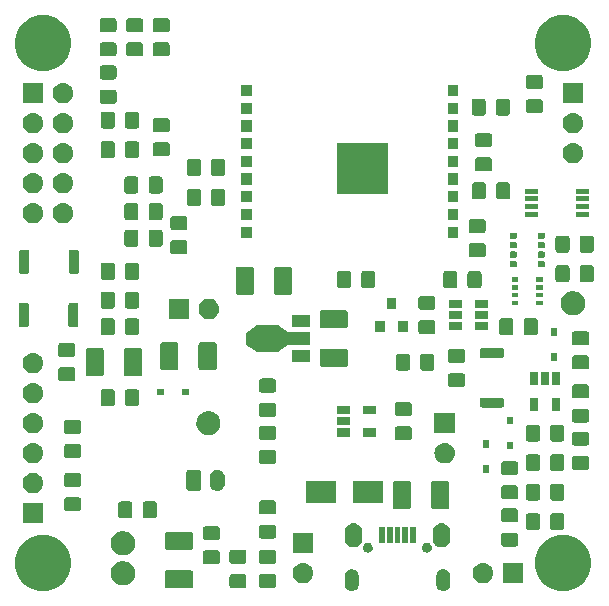
<source format=gbr>
%TF.GenerationSoftware,KiCad,Pcbnew,(5.1.4)-1*%
%TF.CreationDate,2020-01-11T00:21:51+01:00*%
%TF.ProjectId,WROOM02_EV,57524f4f-4d30-4325-9f45-562e6b696361,rev?*%
%TF.SameCoordinates,Original*%
%TF.FileFunction,Soldermask,Top*%
%TF.FilePolarity,Negative*%
%FSLAX46Y46*%
G04 Gerber Fmt 4.6, Leading zero omitted, Abs format (unit mm)*
G04 Created by KiCad (PCBNEW (5.1.4)-1) date 2020-01-11 00:21:51*
%MOMM*%
%LPD*%
G04 APERTURE LIST*
%ADD10C,0.100000*%
G04 APERTURE END LIST*
D10*
G36*
X150241636Y-97538609D02*
G01*
X150353800Y-97572633D01*
X150457160Y-97627881D01*
X150547764Y-97702236D01*
X150622119Y-97792839D01*
X150677367Y-97896199D01*
X150711391Y-98008363D01*
X150720000Y-98095769D01*
X150720000Y-98804231D01*
X150711391Y-98891637D01*
X150677367Y-99003801D01*
X150622119Y-99107161D01*
X150547764Y-99197764D01*
X150457161Y-99272119D01*
X150353801Y-99327367D01*
X150241637Y-99361391D01*
X150125000Y-99372879D01*
X150008364Y-99361391D01*
X149896200Y-99327367D01*
X149792840Y-99272119D01*
X149702237Y-99197764D01*
X149627883Y-99107163D01*
X149572633Y-99003798D01*
X149538609Y-98891637D01*
X149530000Y-98804231D01*
X149530000Y-98095770D01*
X149538609Y-98008364D01*
X149572633Y-97896200D01*
X149627881Y-97792840D01*
X149702236Y-97702236D01*
X149792839Y-97627881D01*
X149896199Y-97572633D01*
X150008363Y-97538609D01*
X150125000Y-97527121D01*
X150241636Y-97538609D01*
X150241636Y-97538609D01*
G37*
G36*
X157991636Y-97538609D02*
G01*
X158103800Y-97572633D01*
X158207160Y-97627881D01*
X158297764Y-97702236D01*
X158372119Y-97792839D01*
X158427367Y-97896199D01*
X158461391Y-98008363D01*
X158470000Y-98095769D01*
X158470000Y-98804231D01*
X158461391Y-98891637D01*
X158427367Y-99003801D01*
X158372119Y-99107161D01*
X158297764Y-99197764D01*
X158207161Y-99272119D01*
X158103801Y-99327367D01*
X157991637Y-99361391D01*
X157875000Y-99372879D01*
X157758364Y-99361391D01*
X157646200Y-99327367D01*
X157542840Y-99272119D01*
X157452237Y-99197764D01*
X157377883Y-99107163D01*
X157322633Y-99003798D01*
X157288609Y-98891637D01*
X157280000Y-98804231D01*
X157280000Y-98095770D01*
X157288609Y-98008364D01*
X157322633Y-97896200D01*
X157377881Y-97792840D01*
X157452236Y-97702236D01*
X157542839Y-97627881D01*
X157646199Y-97572633D01*
X157758363Y-97538609D01*
X157875000Y-97527121D01*
X157991636Y-97538609D01*
X157991636Y-97538609D01*
G37*
G36*
X168325001Y-94648216D02*
G01*
X168691307Y-94721078D01*
X169122617Y-94899733D01*
X169510782Y-95159097D01*
X169510784Y-95159099D01*
X169510787Y-95159101D01*
X169840899Y-95489213D01*
X169840901Y-95489216D01*
X169840903Y-95489218D01*
X170100267Y-95877383D01*
X170278922Y-96308693D01*
X170370000Y-96766576D01*
X170370000Y-97233424D01*
X170278922Y-97691307D01*
X170100267Y-98122617D01*
X169840903Y-98510782D01*
X169840901Y-98510784D01*
X169840899Y-98510787D01*
X169510787Y-98840899D01*
X169510784Y-98840901D01*
X169510782Y-98840903D01*
X169122617Y-99100267D01*
X168691307Y-99278922D01*
X168325001Y-99351784D01*
X168233425Y-99370000D01*
X167766575Y-99370000D01*
X167674999Y-99351784D01*
X167308693Y-99278922D01*
X166877383Y-99100267D01*
X166489218Y-98840903D01*
X166489216Y-98840901D01*
X166489213Y-98840899D01*
X166159101Y-98510787D01*
X166159099Y-98510784D01*
X166159097Y-98510782D01*
X165899733Y-98122617D01*
X165721078Y-97691307D01*
X165630000Y-97233424D01*
X165630000Y-96766576D01*
X165721078Y-96308693D01*
X165899733Y-95877383D01*
X166159097Y-95489218D01*
X166159099Y-95489216D01*
X166159101Y-95489213D01*
X166489213Y-95159101D01*
X166489216Y-95159099D01*
X166489218Y-95159097D01*
X166877383Y-94899733D01*
X167308693Y-94721078D01*
X167674999Y-94648216D01*
X167766575Y-94630000D01*
X168233425Y-94630000D01*
X168325001Y-94648216D01*
X168325001Y-94648216D01*
G37*
G36*
X124325001Y-94648216D02*
G01*
X124691307Y-94721078D01*
X125122617Y-94899733D01*
X125510782Y-95159097D01*
X125510784Y-95159099D01*
X125510787Y-95159101D01*
X125840899Y-95489213D01*
X125840901Y-95489216D01*
X125840903Y-95489218D01*
X126100267Y-95877383D01*
X126278922Y-96308693D01*
X126370000Y-96766576D01*
X126370000Y-97233424D01*
X126278922Y-97691307D01*
X126100267Y-98122617D01*
X125840903Y-98510782D01*
X125840901Y-98510784D01*
X125840899Y-98510787D01*
X125510787Y-98840899D01*
X125510784Y-98840901D01*
X125510782Y-98840903D01*
X125122617Y-99100267D01*
X124691307Y-99278922D01*
X124325001Y-99351784D01*
X124233425Y-99370000D01*
X123766575Y-99370000D01*
X123674999Y-99351784D01*
X123308693Y-99278922D01*
X122877383Y-99100267D01*
X122489218Y-98840903D01*
X122489216Y-98840901D01*
X122489213Y-98840899D01*
X122159101Y-98510787D01*
X122159099Y-98510784D01*
X122159097Y-98510782D01*
X121899733Y-98122617D01*
X121721078Y-97691307D01*
X121630000Y-97233424D01*
X121630000Y-96766576D01*
X121721078Y-96308693D01*
X121899733Y-95877383D01*
X122159097Y-95489218D01*
X122159099Y-95489216D01*
X122159101Y-95489213D01*
X122489213Y-95159101D01*
X122489216Y-95159099D01*
X122489218Y-95159097D01*
X122877383Y-94899733D01*
X123308693Y-94721078D01*
X123674999Y-94648216D01*
X123766575Y-94630000D01*
X124233425Y-94630000D01*
X124325001Y-94648216D01*
X124325001Y-94648216D01*
G37*
G36*
X136522421Y-97609419D02*
G01*
X136562570Y-97621599D01*
X136599572Y-97641376D01*
X136632006Y-97667994D01*
X136658624Y-97700428D01*
X136678401Y-97737430D01*
X136690581Y-97777579D01*
X136695000Y-97822450D01*
X136695000Y-98927550D01*
X136690581Y-98972421D01*
X136678401Y-99012570D01*
X136658624Y-99049572D01*
X136632006Y-99082006D01*
X136599572Y-99108624D01*
X136562570Y-99128401D01*
X136522421Y-99140581D01*
X136477550Y-99145000D01*
X134522450Y-99145000D01*
X134477579Y-99140581D01*
X134437430Y-99128401D01*
X134400428Y-99108624D01*
X134367994Y-99082006D01*
X134341376Y-99049572D01*
X134321599Y-99012570D01*
X134309419Y-98972421D01*
X134305000Y-98927550D01*
X134305000Y-97822450D01*
X134309419Y-97777579D01*
X134321599Y-97737430D01*
X134341376Y-97700428D01*
X134367994Y-97667994D01*
X134400428Y-97641376D01*
X134437430Y-97621599D01*
X134477579Y-97609419D01*
X134522450Y-97605000D01*
X136477550Y-97605000D01*
X136522421Y-97609419D01*
X136522421Y-97609419D01*
G37*
G36*
X143540603Y-97934582D02*
G01*
X143582340Y-97947244D01*
X143620807Y-97967804D01*
X143654525Y-97995475D01*
X143682196Y-98029193D01*
X143702756Y-98067660D01*
X143715418Y-98109397D01*
X143720000Y-98155921D01*
X143720000Y-98894079D01*
X143715418Y-98940603D01*
X143702756Y-98982340D01*
X143682196Y-99020807D01*
X143654525Y-99054525D01*
X143620807Y-99082196D01*
X143582340Y-99102756D01*
X143540603Y-99115418D01*
X143494079Y-99120000D01*
X142505921Y-99120000D01*
X142459397Y-99115418D01*
X142417660Y-99102756D01*
X142379193Y-99082196D01*
X142345475Y-99054525D01*
X142317804Y-99020807D01*
X142297244Y-98982340D01*
X142284582Y-98940603D01*
X142280000Y-98894079D01*
X142280000Y-98155921D01*
X142284582Y-98109397D01*
X142297244Y-98067660D01*
X142317804Y-98029193D01*
X142345475Y-97995475D01*
X142379193Y-97967804D01*
X142417660Y-97947244D01*
X142459397Y-97934582D01*
X142505921Y-97930000D01*
X143494079Y-97930000D01*
X143540603Y-97934582D01*
X143540603Y-97934582D01*
G37*
G36*
X141040603Y-97934582D02*
G01*
X141082340Y-97947244D01*
X141120807Y-97967804D01*
X141154525Y-97995475D01*
X141182196Y-98029193D01*
X141202756Y-98067660D01*
X141215418Y-98109397D01*
X141220000Y-98155921D01*
X141220000Y-98894079D01*
X141215418Y-98940603D01*
X141202756Y-98982340D01*
X141182196Y-99020807D01*
X141154525Y-99054525D01*
X141120807Y-99082196D01*
X141082340Y-99102756D01*
X141040603Y-99115418D01*
X140994079Y-99120000D01*
X140005921Y-99120000D01*
X139959397Y-99115418D01*
X139917660Y-99102756D01*
X139879193Y-99082196D01*
X139845475Y-99054525D01*
X139817804Y-99020807D01*
X139797244Y-98982340D01*
X139784582Y-98940603D01*
X139780000Y-98894079D01*
X139780000Y-98155921D01*
X139784582Y-98109397D01*
X139797244Y-98067660D01*
X139817804Y-98029193D01*
X139845475Y-97995475D01*
X139879193Y-97967804D01*
X139917660Y-97947244D01*
X139959397Y-97934582D01*
X140005921Y-97930000D01*
X140994079Y-97930000D01*
X141040603Y-97934582D01*
X141040603Y-97934582D01*
G37*
G36*
X130909727Y-96849800D02*
G01*
X131057526Y-96879198D01*
X131243148Y-96956085D01*
X131410211Y-97067713D01*
X131552287Y-97209789D01*
X131663915Y-97376852D01*
X131740802Y-97562474D01*
X131780000Y-97759540D01*
X131780000Y-97960460D01*
X131740802Y-98157526D01*
X131663915Y-98343148D01*
X131552287Y-98510211D01*
X131410211Y-98652287D01*
X131243148Y-98763915D01*
X131057526Y-98840802D01*
X130909727Y-98870200D01*
X130860461Y-98880000D01*
X130659539Y-98880000D01*
X130610274Y-98870201D01*
X130462474Y-98840802D01*
X130276852Y-98763915D01*
X130109789Y-98652287D01*
X129967713Y-98510211D01*
X129856085Y-98343148D01*
X129779198Y-98157526D01*
X129740000Y-97960460D01*
X129740000Y-97759540D01*
X129779198Y-97562474D01*
X129856085Y-97376852D01*
X129967713Y-97209789D01*
X130109789Y-97067713D01*
X130276852Y-96956085D01*
X130462474Y-96879198D01*
X130610273Y-96849800D01*
X130659539Y-96840000D01*
X130860461Y-96840000D01*
X130909727Y-96849800D01*
X130909727Y-96849800D01*
G37*
G36*
X164650000Y-98730000D02*
G01*
X162910000Y-98730000D01*
X162910000Y-96990000D01*
X164650000Y-96990000D01*
X164650000Y-98730000D01*
X164650000Y-98730000D01*
G37*
G36*
X161410550Y-97002589D02*
G01*
X161574545Y-97052336D01*
X161574548Y-97052337D01*
X161725686Y-97133123D01*
X161858160Y-97241840D01*
X161966877Y-97374314D01*
X162047663Y-97525452D01*
X162047664Y-97525455D01*
X162097411Y-97689450D01*
X162114209Y-97860000D01*
X162097411Y-98030550D01*
X162047664Y-98194545D01*
X162047663Y-98194548D01*
X161966877Y-98345686D01*
X161858160Y-98478160D01*
X161725686Y-98586877D01*
X161574548Y-98667663D01*
X161574545Y-98667664D01*
X161410550Y-98717411D01*
X161282734Y-98730000D01*
X161197266Y-98730000D01*
X161069450Y-98717411D01*
X160905455Y-98667664D01*
X160905452Y-98667663D01*
X160754314Y-98586877D01*
X160621840Y-98478160D01*
X160513123Y-98345686D01*
X160432337Y-98194548D01*
X160432336Y-98194545D01*
X160382589Y-98030550D01*
X160365791Y-97860000D01*
X160382589Y-97689450D01*
X160432336Y-97525455D01*
X160432337Y-97525452D01*
X160513123Y-97374314D01*
X160621840Y-97241840D01*
X160754314Y-97133123D01*
X160905452Y-97052337D01*
X160905455Y-97052336D01*
X161069450Y-97002589D01*
X161197266Y-96990000D01*
X161282734Y-96990000D01*
X161410550Y-97002589D01*
X161410550Y-97002589D01*
G37*
G36*
X146170550Y-97002589D02*
G01*
X146334545Y-97052336D01*
X146334548Y-97052337D01*
X146485686Y-97133123D01*
X146618160Y-97241840D01*
X146726877Y-97374314D01*
X146807663Y-97525452D01*
X146807664Y-97525455D01*
X146857411Y-97689450D01*
X146874209Y-97860000D01*
X146857411Y-98030550D01*
X146807664Y-98194545D01*
X146807663Y-98194548D01*
X146726877Y-98345686D01*
X146618160Y-98478160D01*
X146485686Y-98586877D01*
X146334548Y-98667663D01*
X146334545Y-98667664D01*
X146170550Y-98717411D01*
X146042734Y-98730000D01*
X145957266Y-98730000D01*
X145829450Y-98717411D01*
X145665455Y-98667664D01*
X145665452Y-98667663D01*
X145514314Y-98586877D01*
X145381840Y-98478160D01*
X145273123Y-98345686D01*
X145192337Y-98194548D01*
X145192336Y-98194545D01*
X145142589Y-98030550D01*
X145125791Y-97860000D01*
X145142589Y-97689450D01*
X145192336Y-97525455D01*
X145192337Y-97525452D01*
X145273123Y-97374314D01*
X145381840Y-97241840D01*
X145514314Y-97133123D01*
X145665452Y-97052337D01*
X145665455Y-97052336D01*
X145829450Y-97002589D01*
X145957266Y-96990000D01*
X146042734Y-96990000D01*
X146170550Y-97002589D01*
X146170550Y-97002589D01*
G37*
G36*
X138790603Y-95934582D02*
G01*
X138832340Y-95947244D01*
X138870807Y-95967804D01*
X138904525Y-95995475D01*
X138932196Y-96029193D01*
X138952756Y-96067660D01*
X138965418Y-96109397D01*
X138970000Y-96155921D01*
X138970000Y-96894079D01*
X138965418Y-96940603D01*
X138952756Y-96982340D01*
X138932196Y-97020807D01*
X138904525Y-97054525D01*
X138870807Y-97082196D01*
X138832340Y-97102756D01*
X138790603Y-97115418D01*
X138744079Y-97120000D01*
X137755921Y-97120000D01*
X137709397Y-97115418D01*
X137667660Y-97102756D01*
X137629193Y-97082196D01*
X137595475Y-97054525D01*
X137567804Y-97020807D01*
X137547244Y-96982340D01*
X137534582Y-96940603D01*
X137530000Y-96894079D01*
X137530000Y-96155921D01*
X137534582Y-96109397D01*
X137547244Y-96067660D01*
X137567804Y-96029193D01*
X137595475Y-95995475D01*
X137629193Y-95967804D01*
X137667660Y-95947244D01*
X137709397Y-95934582D01*
X137755921Y-95930000D01*
X138744079Y-95930000D01*
X138790603Y-95934582D01*
X138790603Y-95934582D01*
G37*
G36*
X141040603Y-95884582D02*
G01*
X141082340Y-95897244D01*
X141120807Y-95917804D01*
X141154525Y-95945475D01*
X141182196Y-95979193D01*
X141202756Y-96017660D01*
X141215418Y-96059397D01*
X141220000Y-96105921D01*
X141220000Y-96844079D01*
X141215418Y-96890603D01*
X141202756Y-96932340D01*
X141182196Y-96970807D01*
X141154525Y-97004525D01*
X141120807Y-97032196D01*
X141082340Y-97052756D01*
X141040603Y-97065418D01*
X140994079Y-97070000D01*
X140005921Y-97070000D01*
X139959397Y-97065418D01*
X139917660Y-97052756D01*
X139879193Y-97032196D01*
X139845475Y-97004525D01*
X139817804Y-96970807D01*
X139797244Y-96932340D01*
X139784582Y-96890603D01*
X139780000Y-96844079D01*
X139780000Y-96105921D01*
X139784582Y-96059397D01*
X139797244Y-96017660D01*
X139817804Y-95979193D01*
X139845475Y-95945475D01*
X139879193Y-95917804D01*
X139917660Y-95897244D01*
X139959397Y-95884582D01*
X140005921Y-95880000D01*
X140994079Y-95880000D01*
X141040603Y-95884582D01*
X141040603Y-95884582D01*
G37*
G36*
X143540603Y-95884582D02*
G01*
X143582340Y-95897244D01*
X143620807Y-95917804D01*
X143654525Y-95945475D01*
X143682196Y-95979193D01*
X143702756Y-96017660D01*
X143715418Y-96059397D01*
X143720000Y-96105921D01*
X143720000Y-96844079D01*
X143715418Y-96890603D01*
X143702756Y-96932340D01*
X143682196Y-96970807D01*
X143654525Y-97004525D01*
X143620807Y-97032196D01*
X143582340Y-97052756D01*
X143540603Y-97065418D01*
X143494079Y-97070000D01*
X142505921Y-97070000D01*
X142459397Y-97065418D01*
X142417660Y-97052756D01*
X142379193Y-97032196D01*
X142345475Y-97004525D01*
X142317804Y-96970807D01*
X142297244Y-96932340D01*
X142284582Y-96890603D01*
X142280000Y-96844079D01*
X142280000Y-96105921D01*
X142284582Y-96059397D01*
X142297244Y-96017660D01*
X142317804Y-95979193D01*
X142345475Y-95945475D01*
X142379193Y-95917804D01*
X142417660Y-95897244D01*
X142459397Y-95884582D01*
X142505921Y-95880000D01*
X143494079Y-95880000D01*
X143540603Y-95884582D01*
X143540603Y-95884582D01*
G37*
G36*
X130909727Y-94309800D02*
G01*
X131057526Y-94339198D01*
X131243148Y-94416085D01*
X131410211Y-94527713D01*
X131552287Y-94669789D01*
X131663915Y-94836852D01*
X131740802Y-95022474D01*
X131750463Y-95071045D01*
X131780000Y-95219539D01*
X131780000Y-95420461D01*
X131773260Y-95454343D01*
X131740802Y-95617526D01*
X131663915Y-95803148D01*
X131552287Y-95970211D01*
X131410211Y-96112287D01*
X131243148Y-96223915D01*
X131057526Y-96300802D01*
X130909727Y-96330200D01*
X130860461Y-96340000D01*
X130659539Y-96340000D01*
X130610274Y-96330201D01*
X130462474Y-96300802D01*
X130276852Y-96223915D01*
X130109789Y-96112287D01*
X129967713Y-95970211D01*
X129856085Y-95803148D01*
X129779198Y-95617526D01*
X129746740Y-95454343D01*
X129740000Y-95420461D01*
X129740000Y-95219539D01*
X129769537Y-95071045D01*
X129779198Y-95022474D01*
X129856085Y-94836852D01*
X129967713Y-94669789D01*
X130109789Y-94527713D01*
X130276852Y-94416085D01*
X130462474Y-94339198D01*
X130610273Y-94309800D01*
X130659539Y-94300000D01*
X130860461Y-94300000D01*
X130909727Y-94309800D01*
X130909727Y-94309800D01*
G37*
G36*
X146870000Y-96190000D02*
G01*
X145130000Y-96190000D01*
X145130000Y-94450000D01*
X146870000Y-94450000D01*
X146870000Y-96190000D01*
X146870000Y-96190000D01*
G37*
G36*
X151582334Y-95286077D02*
G01*
X151661505Y-95310093D01*
X151661507Y-95310094D01*
X151734467Y-95349092D01*
X151734469Y-95349093D01*
X151734468Y-95349093D01*
X151798422Y-95401578D01*
X151846202Y-95459799D01*
X151850908Y-95465533D01*
X151889906Y-95538493D01*
X151889907Y-95538495D01*
X151913923Y-95617666D01*
X151922032Y-95700000D01*
X151913923Y-95782334D01*
X151890781Y-95858624D01*
X151889906Y-95861507D01*
X151850908Y-95934467D01*
X151850494Y-95934971D01*
X151798422Y-95998422D01*
X151741700Y-96044972D01*
X151734467Y-96050908D01*
X151718585Y-96059397D01*
X151661505Y-96089907D01*
X151582334Y-96113923D01*
X151520632Y-96120000D01*
X151479368Y-96120000D01*
X151417666Y-96113923D01*
X151338495Y-96089907D01*
X151281415Y-96059397D01*
X151265533Y-96050908D01*
X151258300Y-96044972D01*
X151201578Y-95998422D01*
X151149506Y-95934971D01*
X151149092Y-95934467D01*
X151110094Y-95861507D01*
X151109219Y-95858624D01*
X151086077Y-95782334D01*
X151077968Y-95700000D01*
X151086077Y-95617666D01*
X151110093Y-95538495D01*
X151110094Y-95538493D01*
X151149092Y-95465533D01*
X151153798Y-95459799D01*
X151201578Y-95401578D01*
X151265532Y-95349093D01*
X151265531Y-95349093D01*
X151265533Y-95349092D01*
X151338493Y-95310094D01*
X151338495Y-95310093D01*
X151417666Y-95286077D01*
X151479368Y-95280000D01*
X151520632Y-95280000D01*
X151582334Y-95286077D01*
X151582334Y-95286077D01*
G37*
G36*
X156582334Y-95286077D02*
G01*
X156661505Y-95310093D01*
X156661507Y-95310094D01*
X156734467Y-95349092D01*
X156734469Y-95349093D01*
X156734468Y-95349093D01*
X156798422Y-95401578D01*
X156846202Y-95459799D01*
X156850908Y-95465533D01*
X156889906Y-95538493D01*
X156889907Y-95538495D01*
X156913923Y-95617666D01*
X156922032Y-95700000D01*
X156913923Y-95782334D01*
X156890781Y-95858624D01*
X156889906Y-95861507D01*
X156850908Y-95934467D01*
X156850494Y-95934971D01*
X156798422Y-95998422D01*
X156741700Y-96044972D01*
X156734467Y-96050908D01*
X156718585Y-96059397D01*
X156661505Y-96089907D01*
X156582334Y-96113923D01*
X156520632Y-96120000D01*
X156479368Y-96120000D01*
X156417666Y-96113923D01*
X156338495Y-96089907D01*
X156281415Y-96059397D01*
X156265533Y-96050908D01*
X156258300Y-96044972D01*
X156201578Y-95998422D01*
X156149506Y-95934971D01*
X156149092Y-95934467D01*
X156110094Y-95861507D01*
X156109219Y-95858624D01*
X156086077Y-95782334D01*
X156077968Y-95700000D01*
X156086077Y-95617666D01*
X156110093Y-95538495D01*
X156110094Y-95538493D01*
X156149092Y-95465533D01*
X156153798Y-95459799D01*
X156201578Y-95401578D01*
X156265532Y-95349093D01*
X156265531Y-95349093D01*
X156265533Y-95349092D01*
X156338493Y-95310094D01*
X156338495Y-95310093D01*
X156417666Y-95286077D01*
X156479368Y-95280000D01*
X156520632Y-95280000D01*
X156582334Y-95286077D01*
X156582334Y-95286077D01*
G37*
G36*
X136522421Y-94359419D02*
G01*
X136562570Y-94371599D01*
X136599572Y-94391376D01*
X136632006Y-94417994D01*
X136658624Y-94450428D01*
X136678401Y-94487430D01*
X136690581Y-94527579D01*
X136695000Y-94572450D01*
X136695000Y-95677550D01*
X136690581Y-95722421D01*
X136678401Y-95762570D01*
X136658624Y-95799572D01*
X136632006Y-95832006D01*
X136599572Y-95858624D01*
X136562570Y-95878401D01*
X136522421Y-95890581D01*
X136477550Y-95895000D01*
X134522450Y-95895000D01*
X134477579Y-95890581D01*
X134437430Y-95878401D01*
X134400428Y-95858624D01*
X134367994Y-95832006D01*
X134341376Y-95799572D01*
X134321599Y-95762570D01*
X134309419Y-95722421D01*
X134305000Y-95677550D01*
X134305000Y-94572450D01*
X134309419Y-94527579D01*
X134321599Y-94487430D01*
X134341376Y-94450428D01*
X134367994Y-94417994D01*
X134400428Y-94391376D01*
X134437430Y-94371599D01*
X134477579Y-94359419D01*
X134522450Y-94355000D01*
X136477550Y-94355000D01*
X136522421Y-94359419D01*
X136522421Y-94359419D01*
G37*
G36*
X150421044Y-93640780D02*
G01*
X150561477Y-93683380D01*
X150561480Y-93683381D01*
X150677616Y-93745458D01*
X150690901Y-93752559D01*
X150804343Y-93845657D01*
X150897441Y-93959098D01*
X150897442Y-93959100D01*
X150966619Y-94088519D01*
X150966619Y-94088520D01*
X150966620Y-94088522D01*
X151009220Y-94228955D01*
X151020000Y-94338408D01*
X151020000Y-94961592D01*
X151009220Y-95071045D01*
X150982508Y-95159101D01*
X150966619Y-95211481D01*
X150962311Y-95219540D01*
X150897441Y-95340902D01*
X150804343Y-95454343D01*
X150690902Y-95547441D01*
X150690900Y-95547442D01*
X150561481Y-95616619D01*
X150561478Y-95616620D01*
X150421045Y-95659220D01*
X150275000Y-95673604D01*
X150128956Y-95659220D01*
X149988523Y-95616620D01*
X149988520Y-95616619D01*
X149859101Y-95547442D01*
X149859099Y-95547441D01*
X149745658Y-95454343D01*
X149652560Y-95340902D01*
X149583380Y-95211478D01*
X149540780Y-95071045D01*
X149530000Y-94961592D01*
X149530000Y-94338409D01*
X149540780Y-94228956D01*
X149583380Y-94088523D01*
X149583381Y-94088520D01*
X149652558Y-93959101D01*
X149652559Y-93959099D01*
X149745657Y-93845657D01*
X149859098Y-93752559D01*
X149872383Y-93745458D01*
X149988519Y-93683381D01*
X149988522Y-93683380D01*
X150128955Y-93640780D01*
X150275000Y-93626396D01*
X150421044Y-93640780D01*
X150421044Y-93640780D01*
G37*
G36*
X157871044Y-93640780D02*
G01*
X158011477Y-93683380D01*
X158011480Y-93683381D01*
X158127616Y-93745458D01*
X158140901Y-93752559D01*
X158254343Y-93845657D01*
X158347441Y-93959098D01*
X158347442Y-93959100D01*
X158416619Y-94088519D01*
X158416619Y-94088520D01*
X158416620Y-94088522D01*
X158459220Y-94228955D01*
X158470000Y-94338408D01*
X158470000Y-94961592D01*
X158459220Y-95071045D01*
X158432508Y-95159101D01*
X158416619Y-95211481D01*
X158412311Y-95219540D01*
X158347441Y-95340902D01*
X158254343Y-95454343D01*
X158140902Y-95547441D01*
X158140900Y-95547442D01*
X158011481Y-95616619D01*
X158011478Y-95616620D01*
X157871045Y-95659220D01*
X157725000Y-95673604D01*
X157578956Y-95659220D01*
X157438523Y-95616620D01*
X157438520Y-95616619D01*
X157309101Y-95547442D01*
X157309099Y-95547441D01*
X157195658Y-95454343D01*
X157102560Y-95340902D01*
X157033380Y-95211478D01*
X156990780Y-95071045D01*
X156980000Y-94961592D01*
X156980000Y-94338409D01*
X156990780Y-94228956D01*
X157033380Y-94088523D01*
X157033381Y-94088520D01*
X157102558Y-93959101D01*
X157102559Y-93959099D01*
X157195657Y-93845657D01*
X157309098Y-93752559D01*
X157322383Y-93745458D01*
X157438519Y-93683381D01*
X157438522Y-93683380D01*
X157578955Y-93640780D01*
X157725000Y-93626396D01*
X157871044Y-93640780D01*
X157871044Y-93640780D01*
G37*
G36*
X164040603Y-94434582D02*
G01*
X164082340Y-94447244D01*
X164120807Y-94467804D01*
X164154525Y-94495475D01*
X164182196Y-94529193D01*
X164202756Y-94567660D01*
X164215418Y-94609397D01*
X164220000Y-94655921D01*
X164220000Y-95394079D01*
X164215418Y-95440603D01*
X164202756Y-95482340D01*
X164182196Y-95520807D01*
X164154525Y-95554525D01*
X164120807Y-95582196D01*
X164082340Y-95602756D01*
X164040603Y-95615418D01*
X163994079Y-95620000D01*
X163005921Y-95620000D01*
X162959397Y-95615418D01*
X162917660Y-95602756D01*
X162879193Y-95582196D01*
X162845475Y-95554525D01*
X162817804Y-95520807D01*
X162797244Y-95482340D01*
X162784582Y-95440603D01*
X162780000Y-95394079D01*
X162780000Y-94655921D01*
X162784582Y-94609397D01*
X162797244Y-94567660D01*
X162817804Y-94529193D01*
X162845475Y-94495475D01*
X162879193Y-94467804D01*
X162917660Y-94447244D01*
X162959397Y-94434582D01*
X163005921Y-94430000D01*
X163994079Y-94430000D01*
X164040603Y-94434582D01*
X164040603Y-94434582D01*
G37*
G36*
X152945000Y-95270000D02*
G01*
X152455000Y-95270000D01*
X152455000Y-93930000D01*
X152945000Y-93930000D01*
X152945000Y-95270000D01*
X152945000Y-95270000D01*
G37*
G36*
X155545000Y-95270000D02*
G01*
X155055000Y-95270000D01*
X155055000Y-93930000D01*
X155545000Y-93930000D01*
X155545000Y-95270000D01*
X155545000Y-95270000D01*
G37*
G36*
X154895000Y-95270000D02*
G01*
X154405000Y-95270000D01*
X154405000Y-93930000D01*
X154895000Y-93930000D01*
X154895000Y-95270000D01*
X154895000Y-95270000D01*
G37*
G36*
X154245000Y-95270000D02*
G01*
X153755000Y-95270000D01*
X153755000Y-93930000D01*
X154245000Y-93930000D01*
X154245000Y-95270000D01*
X154245000Y-95270000D01*
G37*
G36*
X153595000Y-95270000D02*
G01*
X153105000Y-95270000D01*
X153105000Y-93930000D01*
X153595000Y-93930000D01*
X153595000Y-95270000D01*
X153595000Y-95270000D01*
G37*
G36*
X138790603Y-93884582D02*
G01*
X138832340Y-93897244D01*
X138870807Y-93917804D01*
X138904525Y-93945475D01*
X138932196Y-93979193D01*
X138952756Y-94017660D01*
X138965418Y-94059397D01*
X138970000Y-94105921D01*
X138970000Y-94844079D01*
X138965418Y-94890603D01*
X138952756Y-94932340D01*
X138932196Y-94970807D01*
X138904525Y-95004525D01*
X138870807Y-95032196D01*
X138832340Y-95052756D01*
X138790603Y-95065418D01*
X138744079Y-95070000D01*
X137755921Y-95070000D01*
X137709397Y-95065418D01*
X137667660Y-95052756D01*
X137629193Y-95032196D01*
X137595475Y-95004525D01*
X137567804Y-94970807D01*
X137547244Y-94932340D01*
X137534582Y-94890603D01*
X137530000Y-94844079D01*
X137530000Y-94105921D01*
X137534582Y-94059397D01*
X137547244Y-94017660D01*
X137567804Y-93979193D01*
X137595475Y-93945475D01*
X137629193Y-93917804D01*
X137667660Y-93897244D01*
X137709397Y-93884582D01*
X137755921Y-93880000D01*
X138744079Y-93880000D01*
X138790603Y-93884582D01*
X138790603Y-93884582D01*
G37*
G36*
X143540603Y-93754582D02*
G01*
X143582340Y-93767244D01*
X143620807Y-93787804D01*
X143654525Y-93815475D01*
X143682196Y-93849193D01*
X143702756Y-93887660D01*
X143715418Y-93929397D01*
X143720000Y-93975921D01*
X143720000Y-94714079D01*
X143715418Y-94760603D01*
X143702756Y-94802340D01*
X143682196Y-94840807D01*
X143654525Y-94874525D01*
X143620807Y-94902196D01*
X143582340Y-94922756D01*
X143540603Y-94935418D01*
X143494079Y-94940000D01*
X142505921Y-94940000D01*
X142459397Y-94935418D01*
X142417660Y-94922756D01*
X142379193Y-94902196D01*
X142345475Y-94874525D01*
X142317804Y-94840807D01*
X142297244Y-94802340D01*
X142284582Y-94760603D01*
X142280000Y-94714079D01*
X142280000Y-93975921D01*
X142284582Y-93929397D01*
X142297244Y-93887660D01*
X142317804Y-93849193D01*
X142345475Y-93815475D01*
X142379193Y-93787804D01*
X142417660Y-93767244D01*
X142459397Y-93754582D01*
X142505921Y-93750000D01*
X143494079Y-93750000D01*
X143540603Y-93754582D01*
X143540603Y-93754582D01*
G37*
G36*
X165890603Y-92784582D02*
G01*
X165932340Y-92797244D01*
X165970807Y-92817804D01*
X166004525Y-92845475D01*
X166032196Y-92879193D01*
X166052756Y-92917660D01*
X166065418Y-92959397D01*
X166070000Y-93005921D01*
X166070000Y-93994079D01*
X166065418Y-94040603D01*
X166052756Y-94082340D01*
X166032196Y-94120807D01*
X166004525Y-94154525D01*
X165970807Y-94182196D01*
X165932340Y-94202756D01*
X165890603Y-94215418D01*
X165844079Y-94220000D01*
X165105921Y-94220000D01*
X165059397Y-94215418D01*
X165017660Y-94202756D01*
X164979193Y-94182196D01*
X164945475Y-94154525D01*
X164917804Y-94120807D01*
X164897244Y-94082340D01*
X164884582Y-94040603D01*
X164880000Y-93994079D01*
X164880000Y-93005921D01*
X164884582Y-92959397D01*
X164897244Y-92917660D01*
X164917804Y-92879193D01*
X164945475Y-92845475D01*
X164979193Y-92817804D01*
X165017660Y-92797244D01*
X165059397Y-92784582D01*
X165105921Y-92780000D01*
X165844079Y-92780000D01*
X165890603Y-92784582D01*
X165890603Y-92784582D01*
G37*
G36*
X167940603Y-92784582D02*
G01*
X167982340Y-92797244D01*
X168020807Y-92817804D01*
X168054525Y-92845475D01*
X168082196Y-92879193D01*
X168102756Y-92917660D01*
X168115418Y-92959397D01*
X168120000Y-93005921D01*
X168120000Y-93994079D01*
X168115418Y-94040603D01*
X168102756Y-94082340D01*
X168082196Y-94120807D01*
X168054525Y-94154525D01*
X168020807Y-94182196D01*
X167982340Y-94202756D01*
X167940603Y-94215418D01*
X167894079Y-94220000D01*
X167155921Y-94220000D01*
X167109397Y-94215418D01*
X167067660Y-94202756D01*
X167029193Y-94182196D01*
X166995475Y-94154525D01*
X166967804Y-94120807D01*
X166947244Y-94082340D01*
X166934582Y-94040603D01*
X166930000Y-93994079D01*
X166930000Y-93005921D01*
X166934582Y-92959397D01*
X166947244Y-92917660D01*
X166967804Y-92879193D01*
X166995475Y-92845475D01*
X167029193Y-92817804D01*
X167067660Y-92797244D01*
X167109397Y-92784582D01*
X167155921Y-92780000D01*
X167894079Y-92780000D01*
X167940603Y-92784582D01*
X167940603Y-92784582D01*
G37*
G36*
X124010000Y-93650000D02*
G01*
X122270000Y-93650000D01*
X122270000Y-91910000D01*
X124010000Y-91910000D01*
X124010000Y-93650000D01*
X124010000Y-93650000D01*
G37*
G36*
X164040603Y-92384582D02*
G01*
X164082340Y-92397244D01*
X164120807Y-92417804D01*
X164154525Y-92445475D01*
X164182196Y-92479193D01*
X164202756Y-92517660D01*
X164215418Y-92559397D01*
X164220000Y-92605921D01*
X164220000Y-93344079D01*
X164215418Y-93390603D01*
X164202756Y-93432340D01*
X164182196Y-93470807D01*
X164154525Y-93504525D01*
X164120807Y-93532196D01*
X164082340Y-93552756D01*
X164040603Y-93565418D01*
X163994079Y-93570000D01*
X163005921Y-93570000D01*
X162959397Y-93565418D01*
X162917660Y-93552756D01*
X162879193Y-93532196D01*
X162845475Y-93504525D01*
X162817804Y-93470807D01*
X162797244Y-93432340D01*
X162784582Y-93390603D01*
X162780000Y-93344079D01*
X162780000Y-92605921D01*
X162784582Y-92559397D01*
X162797244Y-92517660D01*
X162817804Y-92479193D01*
X162845475Y-92445475D01*
X162879193Y-92417804D01*
X162917660Y-92397244D01*
X162959397Y-92384582D01*
X163005921Y-92380000D01*
X163994079Y-92380000D01*
X164040603Y-92384582D01*
X164040603Y-92384582D01*
G37*
G36*
X133440603Y-91784582D02*
G01*
X133482340Y-91797244D01*
X133520807Y-91817804D01*
X133554525Y-91845475D01*
X133582196Y-91879193D01*
X133602756Y-91917660D01*
X133615418Y-91959397D01*
X133620000Y-92005921D01*
X133620000Y-92994079D01*
X133615418Y-93040603D01*
X133602756Y-93082340D01*
X133582196Y-93120807D01*
X133554525Y-93154525D01*
X133520807Y-93182196D01*
X133482340Y-93202756D01*
X133440603Y-93215418D01*
X133394079Y-93220000D01*
X132655921Y-93220000D01*
X132609397Y-93215418D01*
X132567660Y-93202756D01*
X132529193Y-93182196D01*
X132495475Y-93154525D01*
X132467804Y-93120807D01*
X132447244Y-93082340D01*
X132434582Y-93040603D01*
X132430000Y-92994079D01*
X132430000Y-92005921D01*
X132434582Y-91959397D01*
X132447244Y-91917660D01*
X132467804Y-91879193D01*
X132495475Y-91845475D01*
X132529193Y-91817804D01*
X132567660Y-91797244D01*
X132609397Y-91784582D01*
X132655921Y-91780000D01*
X133394079Y-91780000D01*
X133440603Y-91784582D01*
X133440603Y-91784582D01*
G37*
G36*
X131390603Y-91784582D02*
G01*
X131432340Y-91797244D01*
X131470807Y-91817804D01*
X131504525Y-91845475D01*
X131532196Y-91879193D01*
X131552756Y-91917660D01*
X131565418Y-91959397D01*
X131570000Y-92005921D01*
X131570000Y-92994079D01*
X131565418Y-93040603D01*
X131552756Y-93082340D01*
X131532196Y-93120807D01*
X131504525Y-93154525D01*
X131470807Y-93182196D01*
X131432340Y-93202756D01*
X131390603Y-93215418D01*
X131344079Y-93220000D01*
X130605921Y-93220000D01*
X130559397Y-93215418D01*
X130517660Y-93202756D01*
X130479193Y-93182196D01*
X130445475Y-93154525D01*
X130417804Y-93120807D01*
X130397244Y-93082340D01*
X130384582Y-93040603D01*
X130380000Y-92994079D01*
X130380000Y-92005921D01*
X130384582Y-91959397D01*
X130397244Y-91917660D01*
X130417804Y-91879193D01*
X130445475Y-91845475D01*
X130479193Y-91817804D01*
X130517660Y-91797244D01*
X130559397Y-91784582D01*
X130605921Y-91780000D01*
X131344079Y-91780000D01*
X131390603Y-91784582D01*
X131390603Y-91784582D01*
G37*
G36*
X143540603Y-91704582D02*
G01*
X143582340Y-91717244D01*
X143620807Y-91737804D01*
X143654525Y-91765475D01*
X143682196Y-91799193D01*
X143702756Y-91837660D01*
X143715418Y-91879397D01*
X143720000Y-91925921D01*
X143720000Y-92664079D01*
X143715418Y-92710603D01*
X143702756Y-92752340D01*
X143682196Y-92790807D01*
X143654525Y-92824525D01*
X143620807Y-92852196D01*
X143582340Y-92872756D01*
X143540603Y-92885418D01*
X143494079Y-92890000D01*
X142505921Y-92890000D01*
X142459397Y-92885418D01*
X142417660Y-92872756D01*
X142379193Y-92852196D01*
X142345475Y-92824525D01*
X142317804Y-92790807D01*
X142297244Y-92752340D01*
X142284582Y-92710603D01*
X142280000Y-92664079D01*
X142280000Y-91925921D01*
X142284582Y-91879397D01*
X142297244Y-91837660D01*
X142317804Y-91799193D01*
X142345475Y-91765475D01*
X142379193Y-91737804D01*
X142417660Y-91717244D01*
X142459397Y-91704582D01*
X142505921Y-91700000D01*
X143494079Y-91700000D01*
X143540603Y-91704582D01*
X143540603Y-91704582D01*
G37*
G36*
X127040603Y-91434582D02*
G01*
X127082340Y-91447244D01*
X127120807Y-91467804D01*
X127154525Y-91495475D01*
X127182196Y-91529193D01*
X127202756Y-91567660D01*
X127215418Y-91609397D01*
X127220000Y-91655921D01*
X127220000Y-92394079D01*
X127215418Y-92440603D01*
X127202756Y-92482340D01*
X127182196Y-92520807D01*
X127154525Y-92554525D01*
X127120807Y-92582196D01*
X127082340Y-92602756D01*
X127040603Y-92615418D01*
X126994079Y-92620000D01*
X126005921Y-92620000D01*
X125959397Y-92615418D01*
X125917660Y-92602756D01*
X125879193Y-92582196D01*
X125845475Y-92554525D01*
X125817804Y-92520807D01*
X125797244Y-92482340D01*
X125784582Y-92440603D01*
X125780000Y-92394079D01*
X125780000Y-91655921D01*
X125784582Y-91609397D01*
X125797244Y-91567660D01*
X125817804Y-91529193D01*
X125845475Y-91495475D01*
X125879193Y-91467804D01*
X125917660Y-91447244D01*
X125959397Y-91434582D01*
X126005921Y-91430000D01*
X126994079Y-91430000D01*
X127040603Y-91434582D01*
X127040603Y-91434582D01*
G37*
G36*
X158222421Y-90059419D02*
G01*
X158262570Y-90071599D01*
X158299572Y-90091376D01*
X158332006Y-90117994D01*
X158358624Y-90150428D01*
X158378401Y-90187430D01*
X158390581Y-90227579D01*
X158395000Y-90272450D01*
X158395000Y-92227550D01*
X158390581Y-92272421D01*
X158378401Y-92312570D01*
X158358624Y-92349572D01*
X158332006Y-92382006D01*
X158299572Y-92408624D01*
X158262570Y-92428401D01*
X158222421Y-92440581D01*
X158177550Y-92445000D01*
X157072450Y-92445000D01*
X157027579Y-92440581D01*
X156987430Y-92428401D01*
X156950428Y-92408624D01*
X156917994Y-92382006D01*
X156891376Y-92349572D01*
X156871599Y-92312570D01*
X156859419Y-92272421D01*
X156855000Y-92227550D01*
X156855000Y-90272450D01*
X156859419Y-90227579D01*
X156871599Y-90187430D01*
X156891376Y-90150428D01*
X156917994Y-90117994D01*
X156950428Y-90091376D01*
X156987430Y-90071599D01*
X157027579Y-90059419D01*
X157072450Y-90055000D01*
X158177550Y-90055000D01*
X158222421Y-90059419D01*
X158222421Y-90059419D01*
G37*
G36*
X154972421Y-90059419D02*
G01*
X155012570Y-90071599D01*
X155049572Y-90091376D01*
X155082006Y-90117994D01*
X155108624Y-90150428D01*
X155128401Y-90187430D01*
X155140581Y-90227579D01*
X155145000Y-90272450D01*
X155145000Y-92227550D01*
X155140581Y-92272421D01*
X155128401Y-92312570D01*
X155108624Y-92349572D01*
X155082006Y-92382006D01*
X155049572Y-92408624D01*
X155012570Y-92428401D01*
X154972421Y-92440581D01*
X154927550Y-92445000D01*
X153822450Y-92445000D01*
X153777579Y-92440581D01*
X153737430Y-92428401D01*
X153700428Y-92408624D01*
X153667994Y-92382006D01*
X153641376Y-92349572D01*
X153621599Y-92312570D01*
X153609419Y-92272421D01*
X153605000Y-92227550D01*
X153605000Y-90272450D01*
X153609419Y-90227579D01*
X153621599Y-90187430D01*
X153641376Y-90150428D01*
X153667994Y-90117994D01*
X153700428Y-90091376D01*
X153737430Y-90071599D01*
X153777579Y-90059419D01*
X153822450Y-90055000D01*
X154927550Y-90055000D01*
X154972421Y-90059419D01*
X154972421Y-90059419D01*
G37*
G36*
X152770000Y-91920000D02*
G01*
X150230000Y-91920000D01*
X150230000Y-90080000D01*
X152770000Y-90080000D01*
X152770000Y-91920000D01*
X152770000Y-91920000D01*
G37*
G36*
X148770000Y-91920000D02*
G01*
X146230000Y-91920000D01*
X146230000Y-90080000D01*
X148770000Y-90080000D01*
X148770000Y-91920000D01*
X148770000Y-91920000D01*
G37*
G36*
X167940603Y-90284582D02*
G01*
X167982340Y-90297244D01*
X168020807Y-90317804D01*
X168054525Y-90345475D01*
X168082196Y-90379193D01*
X168102756Y-90417660D01*
X168115418Y-90459397D01*
X168120000Y-90505921D01*
X168120000Y-91494079D01*
X168115418Y-91540603D01*
X168102756Y-91582340D01*
X168082196Y-91620807D01*
X168054525Y-91654525D01*
X168020807Y-91682196D01*
X167982340Y-91702756D01*
X167940603Y-91715418D01*
X167894079Y-91720000D01*
X167155921Y-91720000D01*
X167109397Y-91715418D01*
X167067660Y-91702756D01*
X167029193Y-91682196D01*
X166995475Y-91654525D01*
X166967804Y-91620807D01*
X166947244Y-91582340D01*
X166934582Y-91540603D01*
X166930000Y-91494079D01*
X166930000Y-90505921D01*
X166934582Y-90459397D01*
X166947244Y-90417660D01*
X166967804Y-90379193D01*
X166995475Y-90345475D01*
X167029193Y-90317804D01*
X167067660Y-90297244D01*
X167109397Y-90284582D01*
X167155921Y-90280000D01*
X167894079Y-90280000D01*
X167940603Y-90284582D01*
X167940603Y-90284582D01*
G37*
G36*
X165890603Y-90284582D02*
G01*
X165932340Y-90297244D01*
X165970807Y-90317804D01*
X166004525Y-90345475D01*
X166032196Y-90379193D01*
X166052756Y-90417660D01*
X166065418Y-90459397D01*
X166070000Y-90505921D01*
X166070000Y-91494079D01*
X166065418Y-91540603D01*
X166052756Y-91582340D01*
X166032196Y-91620807D01*
X166004525Y-91654525D01*
X165970807Y-91682196D01*
X165932340Y-91702756D01*
X165890603Y-91715418D01*
X165844079Y-91720000D01*
X165105921Y-91720000D01*
X165059397Y-91715418D01*
X165017660Y-91702756D01*
X164979193Y-91682196D01*
X164945475Y-91654525D01*
X164917804Y-91620807D01*
X164897244Y-91582340D01*
X164884582Y-91540603D01*
X164880000Y-91494079D01*
X164880000Y-90505921D01*
X164884582Y-90459397D01*
X164897244Y-90417660D01*
X164917804Y-90379193D01*
X164945475Y-90345475D01*
X164979193Y-90317804D01*
X165017660Y-90297244D01*
X165059397Y-90284582D01*
X165105921Y-90280000D01*
X165844079Y-90280000D01*
X165890603Y-90284582D01*
X165890603Y-90284582D01*
G37*
G36*
X164040603Y-90434582D02*
G01*
X164082340Y-90447244D01*
X164120807Y-90467804D01*
X164154525Y-90495475D01*
X164182196Y-90529193D01*
X164202756Y-90567660D01*
X164215418Y-90609397D01*
X164220000Y-90655921D01*
X164220000Y-91394079D01*
X164215418Y-91440603D01*
X164202756Y-91482340D01*
X164182196Y-91520807D01*
X164154525Y-91554525D01*
X164120807Y-91582196D01*
X164082340Y-91602756D01*
X164040603Y-91615418D01*
X163994079Y-91620000D01*
X163005921Y-91620000D01*
X162959397Y-91615418D01*
X162917660Y-91602756D01*
X162879193Y-91582196D01*
X162845475Y-91554525D01*
X162817804Y-91520807D01*
X162797244Y-91482340D01*
X162784582Y-91440603D01*
X162780000Y-91394079D01*
X162780000Y-90655921D01*
X162784582Y-90609397D01*
X162797244Y-90567660D01*
X162817804Y-90529193D01*
X162845475Y-90495475D01*
X162879193Y-90467804D01*
X162917660Y-90447244D01*
X162959397Y-90434582D01*
X163005921Y-90430000D01*
X163994079Y-90430000D01*
X164040603Y-90434582D01*
X164040603Y-90434582D01*
G37*
G36*
X123310550Y-89382589D02*
G01*
X123445739Y-89423598D01*
X123474548Y-89432337D01*
X123625686Y-89513123D01*
X123758160Y-89621840D01*
X123866877Y-89754314D01*
X123947663Y-89905452D01*
X123947664Y-89905455D01*
X123997411Y-90069450D01*
X124014209Y-90240000D01*
X123997411Y-90410550D01*
X123949043Y-90570000D01*
X123947663Y-90574548D01*
X123866877Y-90725686D01*
X123758160Y-90858160D01*
X123625686Y-90966877D01*
X123474548Y-91047663D01*
X123474545Y-91047664D01*
X123310550Y-91097411D01*
X123182734Y-91110000D01*
X123097266Y-91110000D01*
X122969450Y-91097411D01*
X122805455Y-91047664D01*
X122805452Y-91047663D01*
X122654314Y-90966877D01*
X122521840Y-90858160D01*
X122413123Y-90725686D01*
X122332337Y-90574548D01*
X122330957Y-90570000D01*
X122282589Y-90410550D01*
X122265791Y-90240000D01*
X122282589Y-90069450D01*
X122332336Y-89905455D01*
X122332337Y-89905452D01*
X122413123Y-89754314D01*
X122521840Y-89621840D01*
X122654314Y-89513123D01*
X122805452Y-89432337D01*
X122834261Y-89423598D01*
X122969450Y-89382589D01*
X123097266Y-89370000D01*
X123182734Y-89370000D01*
X123310550Y-89382589D01*
X123310550Y-89382589D01*
G37*
G36*
X138871537Y-89113971D02*
G01*
X138988413Y-89149424D01*
X139096121Y-89206996D01*
X139150994Y-89252029D01*
X139190527Y-89284473D01*
X139227404Y-89329408D01*
X139268006Y-89378881D01*
X139325576Y-89486586D01*
X139361029Y-89603462D01*
X139370000Y-89694541D01*
X139370000Y-90305459D01*
X139361029Y-90396538D01*
X139325576Y-90513414D01*
X139268004Y-90621122D01*
X139190528Y-90715528D01*
X139096122Y-90793004D01*
X138988414Y-90850576D01*
X138871538Y-90886029D01*
X138750000Y-90898000D01*
X138628463Y-90886029D01*
X138511587Y-90850576D01*
X138403879Y-90793004D01*
X138309476Y-90715529D01*
X138231994Y-90621119D01*
X138174424Y-90513414D01*
X138138971Y-90396538D01*
X138130000Y-90305459D01*
X138130000Y-89694542D01*
X138138971Y-89603463D01*
X138174424Y-89486587D01*
X138231996Y-89378879D01*
X138309471Y-89284476D01*
X138309473Y-89284473D01*
X138403880Y-89206995D01*
X138403879Y-89206995D01*
X138403881Y-89206994D01*
X138511586Y-89149424D01*
X138628462Y-89113971D01*
X138750000Y-89102000D01*
X138871537Y-89113971D01*
X138871537Y-89113971D01*
G37*
G36*
X137191818Y-89109553D02*
G01*
X137233278Y-89122129D01*
X137271479Y-89142549D01*
X137304968Y-89170032D01*
X137332451Y-89203521D01*
X137352871Y-89241722D01*
X137365447Y-89283182D01*
X137370000Y-89329408D01*
X137370000Y-90670592D01*
X137365447Y-90716818D01*
X137352871Y-90758278D01*
X137332451Y-90796479D01*
X137304968Y-90829968D01*
X137271479Y-90857451D01*
X137233278Y-90877871D01*
X137191818Y-90890447D01*
X137145592Y-90895000D01*
X136354408Y-90895000D01*
X136308182Y-90890447D01*
X136266722Y-90877871D01*
X136228521Y-90857451D01*
X136195032Y-90829968D01*
X136167549Y-90796479D01*
X136147129Y-90758278D01*
X136134553Y-90716818D01*
X136130000Y-90670592D01*
X136130000Y-89329408D01*
X136134553Y-89283182D01*
X136147129Y-89241722D01*
X136167549Y-89203521D01*
X136195032Y-89170032D01*
X136228521Y-89142549D01*
X136266722Y-89122129D01*
X136308182Y-89109553D01*
X136354408Y-89105000D01*
X137145592Y-89105000D01*
X137191818Y-89109553D01*
X137191818Y-89109553D01*
G37*
G36*
X127040603Y-89384582D02*
G01*
X127082340Y-89397244D01*
X127120807Y-89417804D01*
X127154525Y-89445475D01*
X127182196Y-89479193D01*
X127202756Y-89517660D01*
X127215418Y-89559397D01*
X127220000Y-89605921D01*
X127220000Y-90344079D01*
X127215418Y-90390603D01*
X127202756Y-90432340D01*
X127182196Y-90470807D01*
X127154525Y-90504525D01*
X127120807Y-90532196D01*
X127082340Y-90552756D01*
X127040603Y-90565418D01*
X126994079Y-90570000D01*
X126005921Y-90570000D01*
X125959397Y-90565418D01*
X125917660Y-90552756D01*
X125879193Y-90532196D01*
X125845475Y-90504525D01*
X125817804Y-90470807D01*
X125797244Y-90432340D01*
X125784582Y-90390603D01*
X125780000Y-90344079D01*
X125780000Y-89605921D01*
X125784582Y-89559397D01*
X125797244Y-89517660D01*
X125817804Y-89479193D01*
X125845475Y-89445475D01*
X125879193Y-89417804D01*
X125917660Y-89397244D01*
X125959397Y-89384582D01*
X126005921Y-89380000D01*
X126994079Y-89380000D01*
X127040603Y-89384582D01*
X127040603Y-89384582D01*
G37*
G36*
X164040603Y-88384582D02*
G01*
X164082340Y-88397244D01*
X164120807Y-88417804D01*
X164154525Y-88445475D01*
X164182196Y-88479193D01*
X164202756Y-88517660D01*
X164215418Y-88559397D01*
X164220000Y-88605921D01*
X164220000Y-89344079D01*
X164215418Y-89390603D01*
X164202756Y-89432340D01*
X164182196Y-89470807D01*
X164154525Y-89504525D01*
X164120807Y-89532196D01*
X164082340Y-89552756D01*
X164040603Y-89565418D01*
X163994079Y-89570000D01*
X163005921Y-89570000D01*
X162959397Y-89565418D01*
X162917660Y-89552756D01*
X162879193Y-89532196D01*
X162845475Y-89504525D01*
X162817804Y-89470807D01*
X162797244Y-89432340D01*
X162784582Y-89390603D01*
X162780000Y-89344079D01*
X162780000Y-88605921D01*
X162784582Y-88559397D01*
X162797244Y-88517660D01*
X162817804Y-88479193D01*
X162845475Y-88445475D01*
X162879193Y-88417804D01*
X162917660Y-88397244D01*
X162959397Y-88384582D01*
X163005921Y-88380000D01*
X163994079Y-88380000D01*
X164040603Y-88384582D01*
X164040603Y-88384582D01*
G37*
G36*
X161745000Y-89370000D02*
G01*
X161255000Y-89370000D01*
X161255000Y-88730000D01*
X161745000Y-88730000D01*
X161745000Y-89370000D01*
X161745000Y-89370000D01*
G37*
G36*
X167940603Y-87784582D02*
G01*
X167982340Y-87797244D01*
X168020807Y-87817804D01*
X168054525Y-87845475D01*
X168082196Y-87879193D01*
X168102756Y-87917660D01*
X168115418Y-87959397D01*
X168120000Y-88005921D01*
X168120000Y-88994079D01*
X168115418Y-89040603D01*
X168102756Y-89082340D01*
X168082196Y-89120807D01*
X168054525Y-89154525D01*
X168020807Y-89182196D01*
X167982340Y-89202756D01*
X167940603Y-89215418D01*
X167894079Y-89220000D01*
X167155921Y-89220000D01*
X167109397Y-89215418D01*
X167067660Y-89202756D01*
X167029193Y-89182196D01*
X166995475Y-89154525D01*
X166967804Y-89120807D01*
X166947244Y-89082340D01*
X166934582Y-89040603D01*
X166930000Y-88994079D01*
X166930000Y-88005921D01*
X166934582Y-87959397D01*
X166947244Y-87917660D01*
X166967804Y-87879193D01*
X166995475Y-87845475D01*
X167029193Y-87817804D01*
X167067660Y-87797244D01*
X167109397Y-87784582D01*
X167155921Y-87780000D01*
X167894079Y-87780000D01*
X167940603Y-87784582D01*
X167940603Y-87784582D01*
G37*
G36*
X165890603Y-87784582D02*
G01*
X165932340Y-87797244D01*
X165970807Y-87817804D01*
X166004525Y-87845475D01*
X166032196Y-87879193D01*
X166052756Y-87917660D01*
X166065418Y-87959397D01*
X166070000Y-88005921D01*
X166070000Y-88994079D01*
X166065418Y-89040603D01*
X166052756Y-89082340D01*
X166032196Y-89120807D01*
X166004525Y-89154525D01*
X165970807Y-89182196D01*
X165932340Y-89202756D01*
X165890603Y-89215418D01*
X165844079Y-89220000D01*
X165105921Y-89220000D01*
X165059397Y-89215418D01*
X165017660Y-89202756D01*
X164979193Y-89182196D01*
X164945475Y-89154525D01*
X164917804Y-89120807D01*
X164897244Y-89082340D01*
X164884582Y-89040603D01*
X164880000Y-88994079D01*
X164880000Y-88005921D01*
X164884582Y-87959397D01*
X164897244Y-87917660D01*
X164917804Y-87879193D01*
X164945475Y-87845475D01*
X164979193Y-87817804D01*
X165017660Y-87797244D01*
X165059397Y-87784582D01*
X165105921Y-87780000D01*
X165844079Y-87780000D01*
X165890603Y-87784582D01*
X165890603Y-87784582D01*
G37*
G36*
X170040603Y-87934582D02*
G01*
X170082340Y-87947244D01*
X170120807Y-87967804D01*
X170154525Y-87995475D01*
X170182196Y-88029193D01*
X170202756Y-88067660D01*
X170215418Y-88109397D01*
X170220000Y-88155921D01*
X170220000Y-88894079D01*
X170215418Y-88940603D01*
X170202756Y-88982340D01*
X170182196Y-89020807D01*
X170154525Y-89054525D01*
X170120807Y-89082196D01*
X170082340Y-89102756D01*
X170040603Y-89115418D01*
X169994079Y-89120000D01*
X169005921Y-89120000D01*
X168959397Y-89115418D01*
X168917660Y-89102756D01*
X168879193Y-89082196D01*
X168845475Y-89054525D01*
X168817804Y-89020807D01*
X168797244Y-88982340D01*
X168784582Y-88940603D01*
X168780000Y-88894079D01*
X168780000Y-88155921D01*
X168784582Y-88109397D01*
X168797244Y-88067660D01*
X168817804Y-88029193D01*
X168845475Y-87995475D01*
X168879193Y-87967804D01*
X168917660Y-87947244D01*
X168959397Y-87934582D01*
X169005921Y-87930000D01*
X169994079Y-87930000D01*
X170040603Y-87934582D01*
X170040603Y-87934582D01*
G37*
G36*
X143540603Y-87434582D02*
G01*
X143582340Y-87447244D01*
X143620807Y-87467804D01*
X143654525Y-87495475D01*
X143682196Y-87529193D01*
X143702756Y-87567660D01*
X143715418Y-87609397D01*
X143720000Y-87655921D01*
X143720000Y-88394079D01*
X143715418Y-88440603D01*
X143702756Y-88482340D01*
X143682196Y-88520807D01*
X143654525Y-88554525D01*
X143620807Y-88582196D01*
X143582340Y-88602756D01*
X143540603Y-88615418D01*
X143494079Y-88620000D01*
X142505921Y-88620000D01*
X142459397Y-88615418D01*
X142417660Y-88602756D01*
X142379193Y-88582196D01*
X142345475Y-88554525D01*
X142317804Y-88520807D01*
X142297244Y-88482340D01*
X142284582Y-88440603D01*
X142280000Y-88394079D01*
X142280000Y-87655921D01*
X142284582Y-87609397D01*
X142297244Y-87567660D01*
X142317804Y-87529193D01*
X142345475Y-87495475D01*
X142379193Y-87467804D01*
X142417660Y-87447244D01*
X142459397Y-87434582D01*
X142505921Y-87430000D01*
X143494079Y-87430000D01*
X143540603Y-87434582D01*
X143540603Y-87434582D01*
G37*
G36*
X123310550Y-86842589D02*
G01*
X123468832Y-86890603D01*
X123474548Y-86892337D01*
X123625686Y-86973123D01*
X123758160Y-87081840D01*
X123866877Y-87214314D01*
X123947663Y-87365452D01*
X123947664Y-87365455D01*
X123997411Y-87529450D01*
X124014209Y-87700000D01*
X123997411Y-87870550D01*
X123947664Y-88034545D01*
X123947663Y-88034548D01*
X123866877Y-88185686D01*
X123758160Y-88318160D01*
X123625686Y-88426877D01*
X123474548Y-88507663D01*
X123474545Y-88507664D01*
X123310550Y-88557411D01*
X123182734Y-88570000D01*
X123097266Y-88570000D01*
X122969450Y-88557411D01*
X122805455Y-88507664D01*
X122805452Y-88507663D01*
X122654314Y-88426877D01*
X122521840Y-88318160D01*
X122413123Y-88185686D01*
X122332337Y-88034548D01*
X122332336Y-88034545D01*
X122282589Y-87870550D01*
X122265791Y-87700000D01*
X122282589Y-87529450D01*
X122332336Y-87365455D01*
X122332337Y-87365452D01*
X122413123Y-87214314D01*
X122521840Y-87081840D01*
X122654314Y-86973123D01*
X122805452Y-86892337D01*
X122811168Y-86890603D01*
X122969450Y-86842589D01*
X123097266Y-86830000D01*
X123182734Y-86830000D01*
X123310550Y-86842589D01*
X123310550Y-86842589D01*
G37*
G36*
X158170550Y-86842589D02*
G01*
X158328832Y-86890603D01*
X158334548Y-86892337D01*
X158485686Y-86973123D01*
X158618160Y-87081840D01*
X158726877Y-87214314D01*
X158807663Y-87365452D01*
X158807664Y-87365455D01*
X158857411Y-87529450D01*
X158874209Y-87700000D01*
X158857411Y-87870550D01*
X158807664Y-88034545D01*
X158807663Y-88034548D01*
X158726877Y-88185686D01*
X158618160Y-88318160D01*
X158485686Y-88426877D01*
X158334548Y-88507663D01*
X158334545Y-88507664D01*
X158170550Y-88557411D01*
X158042734Y-88570000D01*
X157957266Y-88570000D01*
X157829450Y-88557411D01*
X157665455Y-88507664D01*
X157665452Y-88507663D01*
X157514314Y-88426877D01*
X157381840Y-88318160D01*
X157273123Y-88185686D01*
X157192337Y-88034548D01*
X157192336Y-88034545D01*
X157142589Y-87870550D01*
X157125791Y-87700000D01*
X157142589Y-87529450D01*
X157192336Y-87365455D01*
X157192337Y-87365452D01*
X157273123Y-87214314D01*
X157381840Y-87081840D01*
X157514314Y-86973123D01*
X157665452Y-86892337D01*
X157671168Y-86890603D01*
X157829450Y-86842589D01*
X157957266Y-86830000D01*
X158042734Y-86830000D01*
X158170550Y-86842589D01*
X158170550Y-86842589D01*
G37*
G36*
X127040603Y-86934582D02*
G01*
X127082340Y-86947244D01*
X127120807Y-86967804D01*
X127154525Y-86995475D01*
X127182196Y-87029193D01*
X127202756Y-87067660D01*
X127215418Y-87109397D01*
X127220000Y-87155921D01*
X127220000Y-87894079D01*
X127215418Y-87940603D01*
X127202756Y-87982340D01*
X127182196Y-88020807D01*
X127154525Y-88054525D01*
X127120807Y-88082196D01*
X127082340Y-88102756D01*
X127040603Y-88115418D01*
X126994079Y-88120000D01*
X126005921Y-88120000D01*
X125959397Y-88115418D01*
X125917660Y-88102756D01*
X125879193Y-88082196D01*
X125845475Y-88054525D01*
X125817804Y-88020807D01*
X125797244Y-87982340D01*
X125784582Y-87940603D01*
X125780000Y-87894079D01*
X125780000Y-87155921D01*
X125784582Y-87109397D01*
X125797244Y-87067660D01*
X125817804Y-87029193D01*
X125845475Y-86995475D01*
X125879193Y-86967804D01*
X125917660Y-86947244D01*
X125959397Y-86934582D01*
X126005921Y-86930000D01*
X126994079Y-86930000D01*
X127040603Y-86934582D01*
X127040603Y-86934582D01*
G37*
G36*
X163745000Y-87370000D02*
G01*
X163255000Y-87370000D01*
X163255000Y-86730000D01*
X163745000Y-86730000D01*
X163745000Y-87370000D01*
X163745000Y-87370000D01*
G37*
G36*
X161745000Y-87270000D02*
G01*
X161255000Y-87270000D01*
X161255000Y-86630000D01*
X161745000Y-86630000D01*
X161745000Y-87270000D01*
X161745000Y-87270000D01*
G37*
G36*
X170040603Y-85884582D02*
G01*
X170082340Y-85897244D01*
X170120807Y-85917804D01*
X170154525Y-85945475D01*
X170182196Y-85979193D01*
X170202756Y-86017660D01*
X170215418Y-86059397D01*
X170220000Y-86105921D01*
X170220000Y-86844079D01*
X170215418Y-86890603D01*
X170202756Y-86932340D01*
X170182196Y-86970807D01*
X170154525Y-87004525D01*
X170120807Y-87032196D01*
X170082340Y-87052756D01*
X170040603Y-87065418D01*
X169994079Y-87070000D01*
X169005921Y-87070000D01*
X168959397Y-87065418D01*
X168917660Y-87052756D01*
X168879193Y-87032196D01*
X168845475Y-87004525D01*
X168817804Y-86970807D01*
X168797244Y-86932340D01*
X168784582Y-86890603D01*
X168780000Y-86844079D01*
X168780000Y-86105921D01*
X168784582Y-86059397D01*
X168797244Y-86017660D01*
X168817804Y-85979193D01*
X168845475Y-85945475D01*
X168879193Y-85917804D01*
X168917660Y-85897244D01*
X168959397Y-85884582D01*
X169005921Y-85880000D01*
X169994079Y-85880000D01*
X170040603Y-85884582D01*
X170040603Y-85884582D01*
G37*
G36*
X167940603Y-85284582D02*
G01*
X167982340Y-85297244D01*
X168020807Y-85317804D01*
X168054525Y-85345475D01*
X168082196Y-85379193D01*
X168102756Y-85417660D01*
X168115418Y-85459397D01*
X168120000Y-85505921D01*
X168120000Y-86494079D01*
X168115418Y-86540603D01*
X168102756Y-86582340D01*
X168082196Y-86620807D01*
X168054525Y-86654525D01*
X168020807Y-86682196D01*
X167982340Y-86702756D01*
X167940603Y-86715418D01*
X167894079Y-86720000D01*
X167155921Y-86720000D01*
X167109397Y-86715418D01*
X167067660Y-86702756D01*
X167029193Y-86682196D01*
X166995475Y-86654525D01*
X166967804Y-86620807D01*
X166947244Y-86582340D01*
X166934582Y-86540603D01*
X166930000Y-86494079D01*
X166930000Y-85505921D01*
X166934582Y-85459397D01*
X166947244Y-85417660D01*
X166967804Y-85379193D01*
X166995475Y-85345475D01*
X167029193Y-85317804D01*
X167067660Y-85297244D01*
X167109397Y-85284582D01*
X167155921Y-85280000D01*
X167894079Y-85280000D01*
X167940603Y-85284582D01*
X167940603Y-85284582D01*
G37*
G36*
X165890603Y-85284582D02*
G01*
X165932340Y-85297244D01*
X165970807Y-85317804D01*
X166004525Y-85345475D01*
X166032196Y-85379193D01*
X166052756Y-85417660D01*
X166065418Y-85459397D01*
X166070000Y-85505921D01*
X166070000Y-86494079D01*
X166065418Y-86540603D01*
X166052756Y-86582340D01*
X166032196Y-86620807D01*
X166004525Y-86654525D01*
X165970807Y-86682196D01*
X165932340Y-86702756D01*
X165890603Y-86715418D01*
X165844079Y-86720000D01*
X165105921Y-86720000D01*
X165059397Y-86715418D01*
X165017660Y-86702756D01*
X164979193Y-86682196D01*
X164945475Y-86654525D01*
X164917804Y-86620807D01*
X164897244Y-86582340D01*
X164884582Y-86540603D01*
X164880000Y-86494079D01*
X164880000Y-85505921D01*
X164884582Y-85459397D01*
X164897244Y-85417660D01*
X164917804Y-85379193D01*
X164945475Y-85345475D01*
X164979193Y-85317804D01*
X165017660Y-85297244D01*
X165059397Y-85284582D01*
X165105921Y-85280000D01*
X165844079Y-85280000D01*
X165890603Y-85284582D01*
X165890603Y-85284582D01*
G37*
G36*
X155040603Y-85434582D02*
G01*
X155082340Y-85447244D01*
X155120807Y-85467804D01*
X155154525Y-85495475D01*
X155182196Y-85529193D01*
X155202756Y-85567660D01*
X155215418Y-85609397D01*
X155220000Y-85655921D01*
X155220000Y-86394079D01*
X155215418Y-86440603D01*
X155202756Y-86482340D01*
X155182196Y-86520807D01*
X155154525Y-86554525D01*
X155120807Y-86582196D01*
X155082340Y-86602756D01*
X155040603Y-86615418D01*
X154994079Y-86620000D01*
X154005921Y-86620000D01*
X153959397Y-86615418D01*
X153917660Y-86602756D01*
X153879193Y-86582196D01*
X153845475Y-86554525D01*
X153817804Y-86520807D01*
X153797244Y-86482340D01*
X153784582Y-86440603D01*
X153780000Y-86394079D01*
X153780000Y-85655921D01*
X153784582Y-85609397D01*
X153797244Y-85567660D01*
X153817804Y-85529193D01*
X153845475Y-85495475D01*
X153879193Y-85467804D01*
X153917660Y-85447244D01*
X153959397Y-85434582D01*
X154005921Y-85430000D01*
X154994079Y-85430000D01*
X155040603Y-85434582D01*
X155040603Y-85434582D01*
G37*
G36*
X143540603Y-85384582D02*
G01*
X143582340Y-85397244D01*
X143620807Y-85417804D01*
X143654525Y-85445475D01*
X143682196Y-85479193D01*
X143702756Y-85517660D01*
X143715418Y-85559397D01*
X143720000Y-85605921D01*
X143720000Y-86344079D01*
X143715418Y-86390603D01*
X143702756Y-86432340D01*
X143682196Y-86470807D01*
X143654525Y-86504525D01*
X143620807Y-86532196D01*
X143582340Y-86552756D01*
X143540603Y-86565418D01*
X143494079Y-86570000D01*
X142505921Y-86570000D01*
X142459397Y-86565418D01*
X142417660Y-86552756D01*
X142379193Y-86532196D01*
X142345475Y-86504525D01*
X142317804Y-86470807D01*
X142297244Y-86432340D01*
X142284582Y-86390603D01*
X142280000Y-86344079D01*
X142280000Y-85605921D01*
X142284582Y-85559397D01*
X142297244Y-85517660D01*
X142317804Y-85479193D01*
X142345475Y-85445475D01*
X142379193Y-85417804D01*
X142417660Y-85397244D01*
X142459397Y-85384582D01*
X142505921Y-85380000D01*
X143494079Y-85380000D01*
X143540603Y-85384582D01*
X143540603Y-85384582D01*
G37*
G36*
X149950000Y-86295000D02*
G01*
X148850000Y-86295000D01*
X148850000Y-85605000D01*
X149950000Y-85605000D01*
X149950000Y-86295000D01*
X149950000Y-86295000D01*
G37*
G36*
X152150000Y-86295000D02*
G01*
X151050000Y-86295000D01*
X151050000Y-85605000D01*
X152150000Y-85605000D01*
X152150000Y-86295000D01*
X152150000Y-86295000D01*
G37*
G36*
X138149727Y-84149800D02*
G01*
X138297526Y-84179198D01*
X138483148Y-84256085D01*
X138650211Y-84367713D01*
X138792287Y-84509789D01*
X138903915Y-84676852D01*
X138980802Y-84862474D01*
X139006059Y-84989453D01*
X139020000Y-85059539D01*
X139020000Y-85260461D01*
X139016113Y-85280000D01*
X138980802Y-85457526D01*
X138903915Y-85643148D01*
X138792287Y-85810211D01*
X138650211Y-85952287D01*
X138483148Y-86063915D01*
X138297526Y-86140802D01*
X138149727Y-86170200D01*
X138100461Y-86180000D01*
X137899539Y-86180000D01*
X137850273Y-86170200D01*
X137702474Y-86140802D01*
X137516852Y-86063915D01*
X137349789Y-85952287D01*
X137207713Y-85810211D01*
X137096085Y-85643148D01*
X137019198Y-85457526D01*
X136983887Y-85280000D01*
X136980000Y-85260461D01*
X136980000Y-85059539D01*
X136993941Y-84989453D01*
X137019198Y-84862474D01*
X137096085Y-84676852D01*
X137207713Y-84509789D01*
X137349789Y-84367713D01*
X137516852Y-84256085D01*
X137702474Y-84179198D01*
X137850273Y-84149800D01*
X137899539Y-84140000D01*
X138100461Y-84140000D01*
X138149727Y-84149800D01*
X138149727Y-84149800D01*
G37*
G36*
X127040603Y-84884582D02*
G01*
X127082340Y-84897244D01*
X127120807Y-84917804D01*
X127154525Y-84945475D01*
X127182196Y-84979193D01*
X127202756Y-85017660D01*
X127215418Y-85059397D01*
X127220000Y-85105921D01*
X127220000Y-85844079D01*
X127215418Y-85890603D01*
X127202756Y-85932340D01*
X127182196Y-85970807D01*
X127154525Y-86004525D01*
X127120807Y-86032196D01*
X127082340Y-86052756D01*
X127040603Y-86065418D01*
X126994079Y-86070000D01*
X126005921Y-86070000D01*
X125959397Y-86065418D01*
X125917660Y-86052756D01*
X125879193Y-86032196D01*
X125845475Y-86004525D01*
X125817804Y-85970807D01*
X125797244Y-85932340D01*
X125784582Y-85890603D01*
X125780000Y-85844079D01*
X125780000Y-85105921D01*
X125784582Y-85059397D01*
X125797244Y-85017660D01*
X125817804Y-84979193D01*
X125845475Y-84945475D01*
X125879193Y-84917804D01*
X125917660Y-84897244D01*
X125959397Y-84884582D01*
X126005921Y-84880000D01*
X126994079Y-84880000D01*
X127040603Y-84884582D01*
X127040603Y-84884582D01*
G37*
G36*
X123310550Y-84302589D02*
G01*
X123474545Y-84352336D01*
X123474548Y-84352337D01*
X123625686Y-84433123D01*
X123758160Y-84541840D01*
X123866877Y-84674314D01*
X123947663Y-84825452D01*
X123947664Y-84825455D01*
X123997411Y-84989450D01*
X124014209Y-85160000D01*
X123997411Y-85330550D01*
X123958326Y-85459397D01*
X123947663Y-85494548D01*
X123866877Y-85645686D01*
X123758160Y-85778160D01*
X123625686Y-85886877D01*
X123474548Y-85967663D01*
X123474545Y-85967664D01*
X123310550Y-86017411D01*
X123182734Y-86030000D01*
X123097266Y-86030000D01*
X122969450Y-86017411D01*
X122805455Y-85967664D01*
X122805452Y-85967663D01*
X122654314Y-85886877D01*
X122521840Y-85778160D01*
X122413123Y-85645686D01*
X122332337Y-85494548D01*
X122321674Y-85459397D01*
X122282589Y-85330550D01*
X122265791Y-85160000D01*
X122282589Y-84989450D01*
X122332336Y-84825455D01*
X122332337Y-84825452D01*
X122413123Y-84674314D01*
X122521840Y-84541840D01*
X122654314Y-84433123D01*
X122805452Y-84352337D01*
X122805455Y-84352336D01*
X122969450Y-84302589D01*
X123097266Y-84290000D01*
X123182734Y-84290000D01*
X123310550Y-84302589D01*
X123310550Y-84302589D01*
G37*
G36*
X158870000Y-86030000D02*
G01*
X157130000Y-86030000D01*
X157130000Y-84290000D01*
X158870000Y-84290000D01*
X158870000Y-86030000D01*
X158870000Y-86030000D01*
G37*
G36*
X149950000Y-85345000D02*
G01*
X148850000Y-85345000D01*
X148850000Y-84655000D01*
X149950000Y-84655000D01*
X149950000Y-85345000D01*
X149950000Y-85345000D01*
G37*
G36*
X163745000Y-85270000D02*
G01*
X163255000Y-85270000D01*
X163255000Y-84630000D01*
X163745000Y-84630000D01*
X163745000Y-85270000D01*
X163745000Y-85270000D01*
G37*
G36*
X170040603Y-83934582D02*
G01*
X170082340Y-83947244D01*
X170120807Y-83967804D01*
X170154525Y-83995475D01*
X170182196Y-84029193D01*
X170202756Y-84067660D01*
X170215418Y-84109397D01*
X170220000Y-84155921D01*
X170220000Y-84894079D01*
X170215418Y-84940603D01*
X170202756Y-84982340D01*
X170182196Y-85020807D01*
X170154525Y-85054525D01*
X170120807Y-85082196D01*
X170082340Y-85102756D01*
X170040603Y-85115418D01*
X169994079Y-85120000D01*
X169005921Y-85120000D01*
X168959397Y-85115418D01*
X168917660Y-85102756D01*
X168879193Y-85082196D01*
X168845475Y-85054525D01*
X168817804Y-85020807D01*
X168797244Y-84982340D01*
X168784582Y-84940603D01*
X168780000Y-84894079D01*
X168780000Y-84155921D01*
X168784582Y-84109397D01*
X168797244Y-84067660D01*
X168817804Y-84029193D01*
X168845475Y-83995475D01*
X168879193Y-83967804D01*
X168917660Y-83947244D01*
X168959397Y-83934582D01*
X169005921Y-83930000D01*
X169994079Y-83930000D01*
X170040603Y-83934582D01*
X170040603Y-83934582D01*
G37*
G36*
X143540603Y-83434582D02*
G01*
X143582340Y-83447244D01*
X143620807Y-83467804D01*
X143654525Y-83495475D01*
X143682196Y-83529193D01*
X143702756Y-83567660D01*
X143715418Y-83609397D01*
X143720000Y-83655921D01*
X143720000Y-84394079D01*
X143715418Y-84440603D01*
X143702756Y-84482340D01*
X143682196Y-84520807D01*
X143654525Y-84554525D01*
X143620807Y-84582196D01*
X143582340Y-84602756D01*
X143540603Y-84615418D01*
X143494079Y-84620000D01*
X142505921Y-84620000D01*
X142459397Y-84615418D01*
X142417660Y-84602756D01*
X142379193Y-84582196D01*
X142345475Y-84554525D01*
X142317804Y-84520807D01*
X142297244Y-84482340D01*
X142284582Y-84440603D01*
X142280000Y-84394079D01*
X142280000Y-83655921D01*
X142284582Y-83609397D01*
X142297244Y-83567660D01*
X142317804Y-83529193D01*
X142345475Y-83495475D01*
X142379193Y-83467804D01*
X142417660Y-83447244D01*
X142459397Y-83434582D01*
X142505921Y-83430000D01*
X143494079Y-83430000D01*
X143540603Y-83434582D01*
X143540603Y-83434582D01*
G37*
G36*
X155040603Y-83384582D02*
G01*
X155082340Y-83397244D01*
X155120807Y-83417804D01*
X155154525Y-83445475D01*
X155182196Y-83479193D01*
X155202756Y-83517660D01*
X155215418Y-83559397D01*
X155220000Y-83605921D01*
X155220000Y-84344079D01*
X155215418Y-84390603D01*
X155202756Y-84432340D01*
X155182196Y-84470807D01*
X155154525Y-84504525D01*
X155120807Y-84532196D01*
X155082340Y-84552756D01*
X155040603Y-84565418D01*
X154994079Y-84570000D01*
X154005921Y-84570000D01*
X153959397Y-84565418D01*
X153917660Y-84552756D01*
X153879193Y-84532196D01*
X153845475Y-84504525D01*
X153817804Y-84470807D01*
X153797244Y-84432340D01*
X153784582Y-84390603D01*
X153780000Y-84344079D01*
X153780000Y-83605921D01*
X153784582Y-83559397D01*
X153797244Y-83517660D01*
X153817804Y-83479193D01*
X153845475Y-83445475D01*
X153879193Y-83417804D01*
X153917660Y-83397244D01*
X153959397Y-83384582D01*
X154005921Y-83380000D01*
X154994079Y-83380000D01*
X155040603Y-83384582D01*
X155040603Y-83384582D01*
G37*
G36*
X152150000Y-84395000D02*
G01*
X151050000Y-84395000D01*
X151050000Y-83705000D01*
X152150000Y-83705000D01*
X152150000Y-84395000D01*
X152150000Y-84395000D01*
G37*
G36*
X149950000Y-84395000D02*
G01*
X148850000Y-84395000D01*
X148850000Y-83705000D01*
X149950000Y-83705000D01*
X149950000Y-84395000D01*
X149950000Y-84395000D01*
G37*
G36*
X165895000Y-84150000D02*
G01*
X165205000Y-84150000D01*
X165205000Y-83050000D01*
X165895000Y-83050000D01*
X165895000Y-84150000D01*
X165895000Y-84150000D01*
G37*
G36*
X167795000Y-84150000D02*
G01*
X167105000Y-84150000D01*
X167105000Y-83050000D01*
X167795000Y-83050000D01*
X167795000Y-84150000D01*
X167795000Y-84150000D01*
G37*
G36*
X162876462Y-83003726D02*
G01*
X162909848Y-83013853D01*
X162940608Y-83030295D01*
X162967574Y-83052426D01*
X162989705Y-83079392D01*
X163006147Y-83110152D01*
X163016274Y-83143538D01*
X163020000Y-83181367D01*
X163020000Y-83658633D01*
X163016274Y-83696462D01*
X163006147Y-83729848D01*
X162989705Y-83760608D01*
X162967574Y-83787574D01*
X162940608Y-83809705D01*
X162909848Y-83826147D01*
X162876462Y-83836274D01*
X162838633Y-83840000D01*
X161161367Y-83840000D01*
X161123538Y-83836274D01*
X161090152Y-83826147D01*
X161059392Y-83809705D01*
X161032426Y-83787574D01*
X161010295Y-83760608D01*
X160993853Y-83729848D01*
X160983726Y-83696462D01*
X160980000Y-83658633D01*
X160980000Y-83181367D01*
X160983726Y-83143538D01*
X160993853Y-83110152D01*
X161010295Y-83079392D01*
X161032426Y-83052426D01*
X161059392Y-83030295D01*
X161090152Y-83013853D01*
X161123538Y-83003726D01*
X161161367Y-83000000D01*
X162838633Y-83000000D01*
X162876462Y-83003726D01*
X162876462Y-83003726D01*
G37*
G36*
X129890603Y-82284582D02*
G01*
X129932340Y-82297244D01*
X129970807Y-82317804D01*
X130004525Y-82345475D01*
X130032196Y-82379193D01*
X130052756Y-82417660D01*
X130065418Y-82459397D01*
X130070000Y-82505921D01*
X130070000Y-83494079D01*
X130065418Y-83540603D01*
X130052756Y-83582340D01*
X130032196Y-83620807D01*
X130004525Y-83654525D01*
X129970807Y-83682196D01*
X129932340Y-83702756D01*
X129890603Y-83715418D01*
X129844079Y-83720000D01*
X129105921Y-83720000D01*
X129059397Y-83715418D01*
X129017660Y-83702756D01*
X128979193Y-83682196D01*
X128945475Y-83654525D01*
X128917804Y-83620807D01*
X128897244Y-83582340D01*
X128884582Y-83540603D01*
X128880000Y-83494079D01*
X128880000Y-82505921D01*
X128884582Y-82459397D01*
X128897244Y-82417660D01*
X128917804Y-82379193D01*
X128945475Y-82345475D01*
X128979193Y-82317804D01*
X129017660Y-82297244D01*
X129059397Y-82284582D01*
X129105921Y-82280000D01*
X129844079Y-82280000D01*
X129890603Y-82284582D01*
X129890603Y-82284582D01*
G37*
G36*
X131940603Y-82284582D02*
G01*
X131982340Y-82297244D01*
X132020807Y-82317804D01*
X132054525Y-82345475D01*
X132082196Y-82379193D01*
X132102756Y-82417660D01*
X132115418Y-82459397D01*
X132120000Y-82505921D01*
X132120000Y-83494079D01*
X132115418Y-83540603D01*
X132102756Y-83582340D01*
X132082196Y-83620807D01*
X132054525Y-83654525D01*
X132020807Y-83682196D01*
X131982340Y-83702756D01*
X131940603Y-83715418D01*
X131894079Y-83720000D01*
X131155921Y-83720000D01*
X131109397Y-83715418D01*
X131067660Y-83702756D01*
X131029193Y-83682196D01*
X130995475Y-83654525D01*
X130967804Y-83620807D01*
X130947244Y-83582340D01*
X130934582Y-83540603D01*
X130930000Y-83494079D01*
X130930000Y-82505921D01*
X130934582Y-82459397D01*
X130947244Y-82417660D01*
X130967804Y-82379193D01*
X130995475Y-82345475D01*
X131029193Y-82317804D01*
X131067660Y-82297244D01*
X131109397Y-82284582D01*
X131155921Y-82280000D01*
X131894079Y-82280000D01*
X131940603Y-82284582D01*
X131940603Y-82284582D01*
G37*
G36*
X123310550Y-81762589D02*
G01*
X123474545Y-81812336D01*
X123474548Y-81812337D01*
X123625686Y-81893123D01*
X123758160Y-82001840D01*
X123866877Y-82134314D01*
X123947663Y-82285452D01*
X123947664Y-82285455D01*
X123997411Y-82449450D01*
X124014209Y-82620000D01*
X123997411Y-82790550D01*
X123954400Y-82932340D01*
X123947663Y-82954548D01*
X123866877Y-83105686D01*
X123758160Y-83238160D01*
X123625686Y-83346877D01*
X123474548Y-83427663D01*
X123474545Y-83427664D01*
X123310550Y-83477411D01*
X123182734Y-83490000D01*
X123097266Y-83490000D01*
X122969450Y-83477411D01*
X122805455Y-83427664D01*
X122805452Y-83427663D01*
X122654314Y-83346877D01*
X122521840Y-83238160D01*
X122413123Y-83105686D01*
X122332337Y-82954548D01*
X122325600Y-82932340D01*
X122282589Y-82790550D01*
X122265791Y-82620000D01*
X122282589Y-82449450D01*
X122332336Y-82285455D01*
X122332337Y-82285452D01*
X122413123Y-82134314D01*
X122521840Y-82001840D01*
X122654314Y-81893123D01*
X122805452Y-81812337D01*
X122805455Y-81812336D01*
X122969450Y-81762589D01*
X123097266Y-81750000D01*
X123182734Y-81750000D01*
X123310550Y-81762589D01*
X123310550Y-81762589D01*
G37*
G36*
X170040603Y-81884582D02*
G01*
X170082340Y-81897244D01*
X170120807Y-81917804D01*
X170154525Y-81945475D01*
X170182196Y-81979193D01*
X170202756Y-82017660D01*
X170215418Y-82059397D01*
X170220000Y-82105921D01*
X170220000Y-82844079D01*
X170215418Y-82890603D01*
X170202756Y-82932340D01*
X170182196Y-82970807D01*
X170154525Y-83004525D01*
X170120807Y-83032196D01*
X170082340Y-83052756D01*
X170040603Y-83065418D01*
X169994079Y-83070000D01*
X169005921Y-83070000D01*
X168959397Y-83065418D01*
X168917660Y-83052756D01*
X168879193Y-83032196D01*
X168845475Y-83004525D01*
X168817804Y-82970807D01*
X168797244Y-82932340D01*
X168784582Y-82890603D01*
X168780000Y-82844079D01*
X168780000Y-82105921D01*
X168784582Y-82059397D01*
X168797244Y-82017660D01*
X168817804Y-81979193D01*
X168845475Y-81945475D01*
X168879193Y-81917804D01*
X168917660Y-81897244D01*
X168959397Y-81884582D01*
X169005921Y-81880000D01*
X169994079Y-81880000D01*
X170040603Y-81884582D01*
X170040603Y-81884582D01*
G37*
G36*
X136370000Y-82745000D02*
G01*
X135730000Y-82745000D01*
X135730000Y-82255000D01*
X136370000Y-82255000D01*
X136370000Y-82745000D01*
X136370000Y-82745000D01*
G37*
G36*
X134270000Y-82745000D02*
G01*
X133630000Y-82745000D01*
X133630000Y-82255000D01*
X134270000Y-82255000D01*
X134270000Y-82745000D01*
X134270000Y-82745000D01*
G37*
G36*
X143540603Y-81384582D02*
G01*
X143582340Y-81397244D01*
X143620807Y-81417804D01*
X143654525Y-81445475D01*
X143682196Y-81479193D01*
X143702756Y-81517660D01*
X143715418Y-81559397D01*
X143720000Y-81605921D01*
X143720000Y-82344079D01*
X143715418Y-82390603D01*
X143702756Y-82432340D01*
X143682196Y-82470807D01*
X143654525Y-82504525D01*
X143620807Y-82532196D01*
X143582340Y-82552756D01*
X143540603Y-82565418D01*
X143494079Y-82570000D01*
X142505921Y-82570000D01*
X142459397Y-82565418D01*
X142417660Y-82552756D01*
X142379193Y-82532196D01*
X142345475Y-82504525D01*
X142317804Y-82470807D01*
X142297244Y-82432340D01*
X142284582Y-82390603D01*
X142280000Y-82344079D01*
X142280000Y-81605921D01*
X142284582Y-81559397D01*
X142297244Y-81517660D01*
X142317804Y-81479193D01*
X142345475Y-81445475D01*
X142379193Y-81417804D01*
X142417660Y-81397244D01*
X142459397Y-81384582D01*
X142505921Y-81380000D01*
X143494079Y-81380000D01*
X143540603Y-81384582D01*
X143540603Y-81384582D01*
G37*
G36*
X159540603Y-80934582D02*
G01*
X159582340Y-80947244D01*
X159620807Y-80967804D01*
X159654525Y-80995475D01*
X159682196Y-81029193D01*
X159702756Y-81067660D01*
X159715418Y-81109397D01*
X159720000Y-81155921D01*
X159720000Y-81894079D01*
X159715418Y-81940603D01*
X159702756Y-81982340D01*
X159682196Y-82020807D01*
X159654525Y-82054525D01*
X159620807Y-82082196D01*
X159582340Y-82102756D01*
X159540603Y-82115418D01*
X159494079Y-82120000D01*
X158505921Y-82120000D01*
X158459397Y-82115418D01*
X158417660Y-82102756D01*
X158379193Y-82082196D01*
X158345475Y-82054525D01*
X158317804Y-82020807D01*
X158297244Y-81982340D01*
X158284582Y-81940603D01*
X158280000Y-81894079D01*
X158280000Y-81155921D01*
X158284582Y-81109397D01*
X158297244Y-81067660D01*
X158317804Y-81029193D01*
X158345475Y-80995475D01*
X158379193Y-80967804D01*
X158417660Y-80947244D01*
X158459397Y-80934582D01*
X158505921Y-80930000D01*
X159494079Y-80930000D01*
X159540603Y-80934582D01*
X159540603Y-80934582D01*
G37*
G36*
X165895000Y-81950000D02*
G01*
X165205000Y-81950000D01*
X165205000Y-80850000D01*
X165895000Y-80850000D01*
X165895000Y-81950000D01*
X165895000Y-81950000D01*
G37*
G36*
X167795000Y-81950000D02*
G01*
X167105000Y-81950000D01*
X167105000Y-80850000D01*
X167795000Y-80850000D01*
X167795000Y-81950000D01*
X167795000Y-81950000D01*
G37*
G36*
X166845000Y-81950000D02*
G01*
X166155000Y-81950000D01*
X166155000Y-80850000D01*
X166845000Y-80850000D01*
X166845000Y-81950000D01*
X166845000Y-81950000D01*
G37*
G36*
X126540603Y-80434582D02*
G01*
X126582340Y-80447244D01*
X126620807Y-80467804D01*
X126654525Y-80495475D01*
X126682196Y-80529193D01*
X126702756Y-80567660D01*
X126715418Y-80609397D01*
X126720000Y-80655921D01*
X126720000Y-81394079D01*
X126715418Y-81440603D01*
X126702756Y-81482340D01*
X126682196Y-81520807D01*
X126654525Y-81554525D01*
X126620807Y-81582196D01*
X126582340Y-81602756D01*
X126540603Y-81615418D01*
X126494079Y-81620000D01*
X125505921Y-81620000D01*
X125459397Y-81615418D01*
X125417660Y-81602756D01*
X125379193Y-81582196D01*
X125345475Y-81554525D01*
X125317804Y-81520807D01*
X125297244Y-81482340D01*
X125284582Y-81440603D01*
X125280000Y-81394079D01*
X125280000Y-80655921D01*
X125284582Y-80609397D01*
X125297244Y-80567660D01*
X125317804Y-80529193D01*
X125345475Y-80495475D01*
X125379193Y-80467804D01*
X125417660Y-80447244D01*
X125459397Y-80434582D01*
X125505921Y-80430000D01*
X126494079Y-80430000D01*
X126540603Y-80434582D01*
X126540603Y-80434582D01*
G37*
G36*
X132222421Y-78809419D02*
G01*
X132262570Y-78821599D01*
X132299572Y-78841376D01*
X132332006Y-78867994D01*
X132358624Y-78900428D01*
X132378401Y-78937430D01*
X132390581Y-78977579D01*
X132395000Y-79022450D01*
X132395000Y-80977550D01*
X132390581Y-81022421D01*
X132378401Y-81062570D01*
X132358624Y-81099572D01*
X132332006Y-81132006D01*
X132299572Y-81158624D01*
X132262570Y-81178401D01*
X132222421Y-81190581D01*
X132177550Y-81195000D01*
X131072450Y-81195000D01*
X131027579Y-81190581D01*
X130987430Y-81178401D01*
X130950428Y-81158624D01*
X130917994Y-81132006D01*
X130891376Y-81099572D01*
X130871599Y-81062570D01*
X130859419Y-81022421D01*
X130855000Y-80977550D01*
X130855000Y-79022450D01*
X130859419Y-78977579D01*
X130871599Y-78937430D01*
X130891376Y-78900428D01*
X130917994Y-78867994D01*
X130950428Y-78841376D01*
X130987430Y-78821599D01*
X131027579Y-78809419D01*
X131072450Y-78805000D01*
X132177550Y-78805000D01*
X132222421Y-78809419D01*
X132222421Y-78809419D01*
G37*
G36*
X128972421Y-78809419D02*
G01*
X129012570Y-78821599D01*
X129049572Y-78841376D01*
X129082006Y-78867994D01*
X129108624Y-78900428D01*
X129128401Y-78937430D01*
X129140581Y-78977579D01*
X129145000Y-79022450D01*
X129145000Y-80977550D01*
X129140581Y-81022421D01*
X129128401Y-81062570D01*
X129108624Y-81099572D01*
X129082006Y-81132006D01*
X129049572Y-81158624D01*
X129012570Y-81178401D01*
X128972421Y-81190581D01*
X128927550Y-81195000D01*
X127822450Y-81195000D01*
X127777579Y-81190581D01*
X127737430Y-81178401D01*
X127700428Y-81158624D01*
X127667994Y-81132006D01*
X127641376Y-81099572D01*
X127621599Y-81062570D01*
X127609419Y-81022421D01*
X127605000Y-80977550D01*
X127605000Y-79022450D01*
X127609419Y-78977579D01*
X127621599Y-78937430D01*
X127641376Y-78900428D01*
X127667994Y-78867994D01*
X127700428Y-78841376D01*
X127737430Y-78821599D01*
X127777579Y-78809419D01*
X127822450Y-78805000D01*
X128927550Y-78805000D01*
X128972421Y-78809419D01*
X128972421Y-78809419D01*
G37*
G36*
X123310550Y-79222589D02*
G01*
X123474545Y-79272336D01*
X123474548Y-79272337D01*
X123625686Y-79353123D01*
X123758160Y-79461840D01*
X123866877Y-79594314D01*
X123947663Y-79745452D01*
X123947664Y-79745455D01*
X123997411Y-79909450D01*
X124014209Y-80080000D01*
X123997411Y-80250550D01*
X123947664Y-80414545D01*
X123947663Y-80414548D01*
X123866877Y-80565686D01*
X123758160Y-80698160D01*
X123625686Y-80806877D01*
X123474548Y-80887663D01*
X123474545Y-80887664D01*
X123310550Y-80937411D01*
X123182734Y-80950000D01*
X123097266Y-80950000D01*
X122969450Y-80937411D01*
X122805455Y-80887664D01*
X122805452Y-80887663D01*
X122654314Y-80806877D01*
X122521840Y-80698160D01*
X122413123Y-80565686D01*
X122332337Y-80414548D01*
X122332336Y-80414545D01*
X122282589Y-80250550D01*
X122265791Y-80080000D01*
X122282589Y-79909450D01*
X122332336Y-79745455D01*
X122332337Y-79745452D01*
X122413123Y-79594314D01*
X122521840Y-79461840D01*
X122654314Y-79353123D01*
X122805452Y-79272337D01*
X122805455Y-79272336D01*
X122969450Y-79222589D01*
X123097266Y-79210000D01*
X123182734Y-79210000D01*
X123310550Y-79222589D01*
X123310550Y-79222589D01*
G37*
G36*
X156940603Y-79284582D02*
G01*
X156982340Y-79297244D01*
X157020807Y-79317804D01*
X157054525Y-79345475D01*
X157082196Y-79379193D01*
X157102756Y-79417660D01*
X157115418Y-79459397D01*
X157120000Y-79505921D01*
X157120000Y-80494079D01*
X157115418Y-80540603D01*
X157102756Y-80582340D01*
X157082196Y-80620807D01*
X157054525Y-80654525D01*
X157020807Y-80682196D01*
X156982340Y-80702756D01*
X156940603Y-80715418D01*
X156894079Y-80720000D01*
X156155921Y-80720000D01*
X156109397Y-80715418D01*
X156067660Y-80702756D01*
X156029193Y-80682196D01*
X155995475Y-80654525D01*
X155967804Y-80620807D01*
X155947244Y-80582340D01*
X155934582Y-80540603D01*
X155930000Y-80494079D01*
X155930000Y-79505921D01*
X155934582Y-79459397D01*
X155947244Y-79417660D01*
X155967804Y-79379193D01*
X155995475Y-79345475D01*
X156029193Y-79317804D01*
X156067660Y-79297244D01*
X156109397Y-79284582D01*
X156155921Y-79280000D01*
X156894079Y-79280000D01*
X156940603Y-79284582D01*
X156940603Y-79284582D01*
G37*
G36*
X154890603Y-79284582D02*
G01*
X154932340Y-79297244D01*
X154970807Y-79317804D01*
X155004525Y-79345475D01*
X155032196Y-79379193D01*
X155052756Y-79417660D01*
X155065418Y-79459397D01*
X155070000Y-79505921D01*
X155070000Y-80494079D01*
X155065418Y-80540603D01*
X155052756Y-80582340D01*
X155032196Y-80620807D01*
X155004525Y-80654525D01*
X154970807Y-80682196D01*
X154932340Y-80702756D01*
X154890603Y-80715418D01*
X154844079Y-80720000D01*
X154105921Y-80720000D01*
X154059397Y-80715418D01*
X154017660Y-80702756D01*
X153979193Y-80682196D01*
X153945475Y-80654525D01*
X153917804Y-80620807D01*
X153897244Y-80582340D01*
X153884582Y-80540603D01*
X153880000Y-80494079D01*
X153880000Y-79505921D01*
X153884582Y-79459397D01*
X153897244Y-79417660D01*
X153917804Y-79379193D01*
X153945475Y-79345475D01*
X153979193Y-79317804D01*
X154017660Y-79297244D01*
X154059397Y-79284582D01*
X154105921Y-79280000D01*
X154844079Y-79280000D01*
X154890603Y-79284582D01*
X154890603Y-79284582D01*
G37*
G36*
X135272421Y-78309419D02*
G01*
X135312570Y-78321599D01*
X135349572Y-78341376D01*
X135382006Y-78367994D01*
X135408624Y-78400428D01*
X135428401Y-78437430D01*
X135440581Y-78477579D01*
X135445000Y-78522450D01*
X135445000Y-80477550D01*
X135440581Y-80522421D01*
X135428401Y-80562570D01*
X135408624Y-80599572D01*
X135382006Y-80632006D01*
X135349572Y-80658624D01*
X135312570Y-80678401D01*
X135272421Y-80690581D01*
X135227550Y-80695000D01*
X134122450Y-80695000D01*
X134077579Y-80690581D01*
X134037430Y-80678401D01*
X134000428Y-80658624D01*
X133967994Y-80632006D01*
X133941376Y-80599572D01*
X133921599Y-80562570D01*
X133909419Y-80522421D01*
X133905000Y-80477550D01*
X133905000Y-78522450D01*
X133909419Y-78477579D01*
X133921599Y-78437430D01*
X133941376Y-78400428D01*
X133967994Y-78367994D01*
X134000428Y-78341376D01*
X134037430Y-78321599D01*
X134077579Y-78309419D01*
X134122450Y-78305000D01*
X135227550Y-78305000D01*
X135272421Y-78309419D01*
X135272421Y-78309419D01*
G37*
G36*
X138522421Y-78309419D02*
G01*
X138562570Y-78321599D01*
X138599572Y-78341376D01*
X138632006Y-78367994D01*
X138658624Y-78400428D01*
X138678401Y-78437430D01*
X138690581Y-78477579D01*
X138695000Y-78522450D01*
X138695000Y-80477550D01*
X138690581Y-80522421D01*
X138678401Y-80562570D01*
X138658624Y-80599572D01*
X138632006Y-80632006D01*
X138599572Y-80658624D01*
X138562570Y-80678401D01*
X138522421Y-80690581D01*
X138477550Y-80695000D01*
X137372450Y-80695000D01*
X137327579Y-80690581D01*
X137287430Y-80678401D01*
X137250428Y-80658624D01*
X137217994Y-80632006D01*
X137191376Y-80599572D01*
X137171599Y-80562570D01*
X137159419Y-80522421D01*
X137155000Y-80477550D01*
X137155000Y-78522450D01*
X137159419Y-78477579D01*
X137171599Y-78437430D01*
X137191376Y-78400428D01*
X137217994Y-78367994D01*
X137250428Y-78341376D01*
X137287430Y-78321599D01*
X137327579Y-78309419D01*
X137372450Y-78305000D01*
X138477550Y-78305000D01*
X138522421Y-78309419D01*
X138522421Y-78309419D01*
G37*
G36*
X170040603Y-79434582D02*
G01*
X170082340Y-79447244D01*
X170120807Y-79467804D01*
X170154525Y-79495475D01*
X170182196Y-79529193D01*
X170202756Y-79567660D01*
X170215418Y-79609397D01*
X170220000Y-79655921D01*
X170220000Y-80394079D01*
X170215418Y-80440603D01*
X170202756Y-80482340D01*
X170182196Y-80520807D01*
X170154525Y-80554525D01*
X170120807Y-80582196D01*
X170082340Y-80602756D01*
X170040603Y-80615418D01*
X169994079Y-80620000D01*
X169005921Y-80620000D01*
X168959397Y-80615418D01*
X168917660Y-80602756D01*
X168879193Y-80582196D01*
X168845475Y-80554525D01*
X168817804Y-80520807D01*
X168797244Y-80482340D01*
X168784582Y-80440603D01*
X168780000Y-80394079D01*
X168780000Y-79655921D01*
X168784582Y-79609397D01*
X168797244Y-79567660D01*
X168817804Y-79529193D01*
X168845475Y-79495475D01*
X168879193Y-79467804D01*
X168917660Y-79447244D01*
X168959397Y-79434582D01*
X169005921Y-79430000D01*
X169994079Y-79430000D01*
X170040603Y-79434582D01*
X170040603Y-79434582D01*
G37*
G36*
X149622421Y-78859419D02*
G01*
X149662570Y-78871599D01*
X149699572Y-78891376D01*
X149732006Y-78917994D01*
X149758624Y-78950428D01*
X149778401Y-78987430D01*
X149790581Y-79027579D01*
X149795000Y-79072450D01*
X149795000Y-80177550D01*
X149790581Y-80222421D01*
X149778401Y-80262570D01*
X149758624Y-80299572D01*
X149732006Y-80332006D01*
X149699572Y-80358624D01*
X149662570Y-80378401D01*
X149622421Y-80390581D01*
X149577550Y-80395000D01*
X147622450Y-80395000D01*
X147577579Y-80390581D01*
X147537430Y-80378401D01*
X147500428Y-80358624D01*
X147467994Y-80332006D01*
X147441376Y-80299572D01*
X147421599Y-80262570D01*
X147409419Y-80222421D01*
X147405000Y-80177550D01*
X147405000Y-79072450D01*
X147409419Y-79027579D01*
X147421599Y-78987430D01*
X147441376Y-78950428D01*
X147467994Y-78917994D01*
X147500428Y-78891376D01*
X147537430Y-78871599D01*
X147577579Y-78859419D01*
X147622450Y-78855000D01*
X149577550Y-78855000D01*
X149622421Y-78859419D01*
X149622421Y-78859419D01*
G37*
G36*
X159540603Y-78884582D02*
G01*
X159582340Y-78897244D01*
X159620807Y-78917804D01*
X159654525Y-78945475D01*
X159682196Y-78979193D01*
X159702756Y-79017660D01*
X159715418Y-79059397D01*
X159720000Y-79105921D01*
X159720000Y-79844079D01*
X159715418Y-79890603D01*
X159702756Y-79932340D01*
X159682196Y-79970807D01*
X159654525Y-80004525D01*
X159620807Y-80032196D01*
X159582340Y-80052756D01*
X159540603Y-80065418D01*
X159494079Y-80070000D01*
X158505921Y-80070000D01*
X158459397Y-80065418D01*
X158417660Y-80052756D01*
X158379193Y-80032196D01*
X158345475Y-80004525D01*
X158317804Y-79970807D01*
X158297244Y-79932340D01*
X158284582Y-79890603D01*
X158280000Y-79844079D01*
X158280000Y-79105921D01*
X158284582Y-79059397D01*
X158297244Y-79017660D01*
X158317804Y-78979193D01*
X158345475Y-78945475D01*
X158379193Y-78917804D01*
X158417660Y-78897244D01*
X158459397Y-78884582D01*
X158505921Y-78880000D01*
X159494079Y-78880000D01*
X159540603Y-78884582D01*
X159540603Y-78884582D01*
G37*
G36*
X146583500Y-80020000D02*
G01*
X145043500Y-80020000D01*
X145043500Y-78980000D01*
X146583500Y-78980000D01*
X146583500Y-80020000D01*
X146583500Y-80020000D01*
G37*
G36*
X167495000Y-79870000D02*
G01*
X167005000Y-79870000D01*
X167005000Y-79230000D01*
X167495000Y-79230000D01*
X167495000Y-79870000D01*
X167495000Y-79870000D01*
G37*
G36*
X162876462Y-78803726D02*
G01*
X162909848Y-78813853D01*
X162940608Y-78830295D01*
X162967574Y-78852426D01*
X162989705Y-78879392D01*
X163006147Y-78910152D01*
X163016274Y-78943538D01*
X163020000Y-78981367D01*
X163020000Y-79458633D01*
X163016274Y-79496462D01*
X163006147Y-79529848D01*
X162989705Y-79560608D01*
X162967574Y-79587574D01*
X162940608Y-79609705D01*
X162909848Y-79626147D01*
X162876462Y-79636274D01*
X162838633Y-79640000D01*
X161161367Y-79640000D01*
X161123538Y-79636274D01*
X161090152Y-79626147D01*
X161059392Y-79609705D01*
X161032426Y-79587574D01*
X161010295Y-79560608D01*
X160993853Y-79529848D01*
X160983726Y-79496462D01*
X160980000Y-79458633D01*
X160980000Y-78981367D01*
X160983726Y-78943538D01*
X160993853Y-78910152D01*
X161010295Y-78879392D01*
X161032426Y-78852426D01*
X161059392Y-78830295D01*
X161090152Y-78813853D01*
X161123538Y-78803726D01*
X161161367Y-78800000D01*
X162838633Y-78800000D01*
X162876462Y-78803726D01*
X162876462Y-78803726D01*
G37*
G36*
X126540603Y-78384582D02*
G01*
X126582340Y-78397244D01*
X126620807Y-78417804D01*
X126654525Y-78445475D01*
X126682196Y-78479193D01*
X126702756Y-78517660D01*
X126715418Y-78559397D01*
X126720000Y-78605921D01*
X126720000Y-79344079D01*
X126715418Y-79390603D01*
X126702756Y-79432340D01*
X126682196Y-79470807D01*
X126654525Y-79504525D01*
X126620807Y-79532196D01*
X126582340Y-79552756D01*
X126540603Y-79565418D01*
X126494079Y-79570000D01*
X125505921Y-79570000D01*
X125459397Y-79565418D01*
X125417660Y-79552756D01*
X125379193Y-79532196D01*
X125345475Y-79504525D01*
X125317804Y-79470807D01*
X125297244Y-79432340D01*
X125284582Y-79390603D01*
X125280000Y-79344079D01*
X125280000Y-78605921D01*
X125284582Y-78559397D01*
X125297244Y-78517660D01*
X125317804Y-78479193D01*
X125345475Y-78445475D01*
X125379193Y-78417804D01*
X125417660Y-78397244D01*
X125459397Y-78384582D01*
X125505921Y-78380000D01*
X126494079Y-78380000D01*
X126540603Y-78384582D01*
X126540603Y-78384582D01*
G37*
G36*
X142130098Y-76861402D02*
G01*
X142139721Y-76869298D01*
X142150699Y-76875166D01*
X142162611Y-76878780D01*
X142174999Y-76880000D01*
X143826201Y-76880000D01*
X143838589Y-76878780D01*
X143850501Y-76875166D01*
X143861479Y-76869298D01*
X143871102Y-76861402D01*
X143877791Y-76853250D01*
X143899607Y-76868521D01*
X143910455Y-76874626D01*
X143922286Y-76878497D01*
X143936021Y-76880000D01*
X143942396Y-76880000D01*
X143944834Y-76888036D01*
X143950702Y-76899014D01*
X143958598Y-76908637D01*
X143967085Y-76915756D01*
X144756751Y-77468521D01*
X144767599Y-77474626D01*
X144779430Y-77478497D01*
X144793165Y-77480000D01*
X146587000Y-77480000D01*
X146587000Y-78520000D01*
X144793165Y-78520000D01*
X144780777Y-78521220D01*
X144768865Y-78524834D01*
X144756751Y-78531479D01*
X143967085Y-79084244D01*
X143957636Y-79092347D01*
X143949949Y-79102138D01*
X143944321Y-79113241D01*
X143942429Y-79120000D01*
X143936021Y-79120000D01*
X143923633Y-79121220D01*
X143911721Y-79124834D01*
X143899607Y-79131479D01*
X143877791Y-79146750D01*
X143871102Y-79138598D01*
X143861479Y-79130702D01*
X143850501Y-79124834D01*
X143838589Y-79121220D01*
X143826201Y-79120000D01*
X142174999Y-79120000D01*
X142162611Y-79121220D01*
X142150699Y-79124834D01*
X142139721Y-79130702D01*
X142130098Y-79138598D01*
X142123277Y-79146911D01*
X142111500Y-79138598D01*
X142111500Y-79138599D01*
X142101607Y-79131616D01*
X142090794Y-79125475D01*
X142078978Y-79121558D01*
X142064999Y-79120000D01*
X142057943Y-79120000D01*
X142055166Y-79110848D01*
X142049298Y-79099870D01*
X142041402Y-79090247D01*
X142033126Y-79083276D01*
X141221500Y-78510363D01*
X141221500Y-77489637D01*
X142033126Y-76916724D01*
X142042537Y-76908588D01*
X142050185Y-76898766D01*
X142055770Y-76887642D01*
X142057876Y-76880000D01*
X142064999Y-76880000D01*
X142077387Y-76878780D01*
X142089299Y-76875166D01*
X142101609Y-76868383D01*
X142111500Y-76861401D01*
X142111500Y-76861402D01*
X142123277Y-76853089D01*
X142130098Y-76861402D01*
X142130098Y-76861402D01*
G37*
G36*
X170040603Y-77384582D02*
G01*
X170082340Y-77397244D01*
X170120807Y-77417804D01*
X170154525Y-77445475D01*
X170182196Y-77479193D01*
X170202756Y-77517660D01*
X170215418Y-77559397D01*
X170220000Y-77605921D01*
X170220000Y-78344079D01*
X170215418Y-78390603D01*
X170202756Y-78432340D01*
X170182196Y-78470807D01*
X170154525Y-78504525D01*
X170120807Y-78532196D01*
X170082340Y-78552756D01*
X170040603Y-78565418D01*
X169994079Y-78570000D01*
X169005921Y-78570000D01*
X168959397Y-78565418D01*
X168917660Y-78552756D01*
X168879193Y-78532196D01*
X168845475Y-78504525D01*
X168817804Y-78470807D01*
X168797244Y-78432340D01*
X168784582Y-78390603D01*
X168780000Y-78344079D01*
X168780000Y-77605921D01*
X168784582Y-77559397D01*
X168797244Y-77517660D01*
X168817804Y-77479193D01*
X168845475Y-77445475D01*
X168879193Y-77417804D01*
X168917660Y-77397244D01*
X168959397Y-77384582D01*
X169005921Y-77380000D01*
X169994079Y-77380000D01*
X170040603Y-77384582D01*
X170040603Y-77384582D01*
G37*
G36*
X167495000Y-77770000D02*
G01*
X167005000Y-77770000D01*
X167005000Y-77130000D01*
X167495000Y-77130000D01*
X167495000Y-77770000D01*
X167495000Y-77770000D01*
G37*
G36*
X165690603Y-76284582D02*
G01*
X165732340Y-76297244D01*
X165770807Y-76317804D01*
X165804525Y-76345475D01*
X165832196Y-76379193D01*
X165852756Y-76417660D01*
X165865418Y-76459397D01*
X165870000Y-76505921D01*
X165870000Y-77494079D01*
X165865418Y-77540603D01*
X165852756Y-77582340D01*
X165832196Y-77620807D01*
X165804525Y-77654525D01*
X165770807Y-77682196D01*
X165732340Y-77702756D01*
X165690603Y-77715418D01*
X165644079Y-77720000D01*
X164905921Y-77720000D01*
X164859397Y-77715418D01*
X164817660Y-77702756D01*
X164779193Y-77682196D01*
X164745475Y-77654525D01*
X164717804Y-77620807D01*
X164697244Y-77582340D01*
X164684582Y-77540603D01*
X164680000Y-77494079D01*
X164680000Y-76505921D01*
X164684582Y-76459397D01*
X164697244Y-76417660D01*
X164717804Y-76379193D01*
X164745475Y-76345475D01*
X164779193Y-76317804D01*
X164817660Y-76297244D01*
X164859397Y-76284582D01*
X164905921Y-76280000D01*
X165644079Y-76280000D01*
X165690603Y-76284582D01*
X165690603Y-76284582D01*
G37*
G36*
X163640603Y-76284582D02*
G01*
X163682340Y-76297244D01*
X163720807Y-76317804D01*
X163754525Y-76345475D01*
X163782196Y-76379193D01*
X163802756Y-76417660D01*
X163815418Y-76459397D01*
X163820000Y-76505921D01*
X163820000Y-77494079D01*
X163815418Y-77540603D01*
X163802756Y-77582340D01*
X163782196Y-77620807D01*
X163754525Y-77654525D01*
X163720807Y-77682196D01*
X163682340Y-77702756D01*
X163640603Y-77715418D01*
X163594079Y-77720000D01*
X162855921Y-77720000D01*
X162809397Y-77715418D01*
X162767660Y-77702756D01*
X162729193Y-77682196D01*
X162695475Y-77654525D01*
X162667804Y-77620807D01*
X162647244Y-77582340D01*
X162634582Y-77540603D01*
X162630000Y-77494079D01*
X162630000Y-76505921D01*
X162634582Y-76459397D01*
X162647244Y-76417660D01*
X162667804Y-76379193D01*
X162695475Y-76345475D01*
X162729193Y-76317804D01*
X162767660Y-76297244D01*
X162809397Y-76284582D01*
X162855921Y-76280000D01*
X163594079Y-76280000D01*
X163640603Y-76284582D01*
X163640603Y-76284582D01*
G37*
G36*
X131940603Y-76284582D02*
G01*
X131982340Y-76297244D01*
X132020807Y-76317804D01*
X132054525Y-76345475D01*
X132082196Y-76379193D01*
X132102756Y-76417660D01*
X132115418Y-76459397D01*
X132120000Y-76505921D01*
X132120000Y-77494079D01*
X132115418Y-77540603D01*
X132102756Y-77582340D01*
X132082196Y-77620807D01*
X132054525Y-77654525D01*
X132020807Y-77682196D01*
X131982340Y-77702756D01*
X131940603Y-77715418D01*
X131894079Y-77720000D01*
X131155921Y-77720000D01*
X131109397Y-77715418D01*
X131067660Y-77702756D01*
X131029193Y-77682196D01*
X130995475Y-77654525D01*
X130967804Y-77620807D01*
X130947244Y-77582340D01*
X130934582Y-77540603D01*
X130930000Y-77494079D01*
X130930000Y-76505921D01*
X130934582Y-76459397D01*
X130947244Y-76417660D01*
X130967804Y-76379193D01*
X130995475Y-76345475D01*
X131029193Y-76317804D01*
X131067660Y-76297244D01*
X131109397Y-76284582D01*
X131155921Y-76280000D01*
X131894079Y-76280000D01*
X131940603Y-76284582D01*
X131940603Y-76284582D01*
G37*
G36*
X129890603Y-76284582D02*
G01*
X129932340Y-76297244D01*
X129970807Y-76317804D01*
X130004525Y-76345475D01*
X130032196Y-76379193D01*
X130052756Y-76417660D01*
X130065418Y-76459397D01*
X130070000Y-76505921D01*
X130070000Y-77494079D01*
X130065418Y-77540603D01*
X130052756Y-77582340D01*
X130032196Y-77620807D01*
X130004525Y-77654525D01*
X129970807Y-77682196D01*
X129932340Y-77702756D01*
X129890603Y-77715418D01*
X129844079Y-77720000D01*
X129105921Y-77720000D01*
X129059397Y-77715418D01*
X129017660Y-77702756D01*
X128979193Y-77682196D01*
X128945475Y-77654525D01*
X128917804Y-77620807D01*
X128897244Y-77582340D01*
X128884582Y-77540603D01*
X128880000Y-77494079D01*
X128880000Y-76505921D01*
X128884582Y-76459397D01*
X128897244Y-76417660D01*
X128917804Y-76379193D01*
X128945475Y-76345475D01*
X128979193Y-76317804D01*
X129017660Y-76297244D01*
X129059397Y-76284582D01*
X129105921Y-76280000D01*
X129844079Y-76280000D01*
X129890603Y-76284582D01*
X129890603Y-76284582D01*
G37*
G36*
X157040603Y-76434582D02*
G01*
X157082340Y-76447244D01*
X157120807Y-76467804D01*
X157154525Y-76495475D01*
X157182196Y-76529193D01*
X157202756Y-76567660D01*
X157215418Y-76609397D01*
X157220000Y-76655921D01*
X157220000Y-77394079D01*
X157215418Y-77440603D01*
X157202756Y-77482340D01*
X157182196Y-77520807D01*
X157154525Y-77554525D01*
X157120807Y-77582196D01*
X157082340Y-77602756D01*
X157040603Y-77615418D01*
X156994079Y-77620000D01*
X156005921Y-77620000D01*
X155959397Y-77615418D01*
X155917660Y-77602756D01*
X155879193Y-77582196D01*
X155845475Y-77554525D01*
X155817804Y-77520807D01*
X155797244Y-77482340D01*
X155784582Y-77440603D01*
X155780000Y-77394079D01*
X155780000Y-76655921D01*
X155784582Y-76609397D01*
X155797244Y-76567660D01*
X155817804Y-76529193D01*
X155845475Y-76495475D01*
X155879193Y-76467804D01*
X155917660Y-76447244D01*
X155959397Y-76434582D01*
X156005921Y-76430000D01*
X156994079Y-76430000D01*
X157040603Y-76434582D01*
X157040603Y-76434582D01*
G37*
G36*
X152970000Y-77470000D02*
G01*
X152130000Y-77470000D01*
X152130000Y-76530000D01*
X152970000Y-76530000D01*
X152970000Y-77470000D01*
X152970000Y-77470000D01*
G37*
G36*
X154870000Y-77470000D02*
G01*
X154030000Y-77470000D01*
X154030000Y-76530000D01*
X154870000Y-76530000D01*
X154870000Y-77470000D01*
X154870000Y-77470000D01*
G37*
G36*
X159450000Y-77295000D02*
G01*
X158350000Y-77295000D01*
X158350000Y-76605000D01*
X159450000Y-76605000D01*
X159450000Y-77295000D01*
X159450000Y-77295000D01*
G37*
G36*
X161650000Y-77295000D02*
G01*
X160550000Y-77295000D01*
X160550000Y-76605000D01*
X161650000Y-76605000D01*
X161650000Y-77295000D01*
X161650000Y-77295000D01*
G37*
G36*
X149622421Y-75609419D02*
G01*
X149662570Y-75621599D01*
X149699572Y-75641376D01*
X149732006Y-75667994D01*
X149758624Y-75700428D01*
X149778401Y-75737430D01*
X149790581Y-75777579D01*
X149795000Y-75822450D01*
X149795000Y-76927550D01*
X149790581Y-76972421D01*
X149778401Y-77012570D01*
X149758624Y-77049572D01*
X149732006Y-77082006D01*
X149699572Y-77108624D01*
X149662570Y-77128401D01*
X149622421Y-77140581D01*
X149577550Y-77145000D01*
X147622450Y-77145000D01*
X147577579Y-77140581D01*
X147537430Y-77128401D01*
X147500428Y-77108624D01*
X147467994Y-77082006D01*
X147441376Y-77049572D01*
X147421599Y-77012570D01*
X147409419Y-76972421D01*
X147405000Y-76927550D01*
X147405000Y-75822450D01*
X147409419Y-75777579D01*
X147421599Y-75737430D01*
X147441376Y-75700428D01*
X147467994Y-75667994D01*
X147500428Y-75641376D01*
X147537430Y-75621599D01*
X147577579Y-75609419D01*
X147622450Y-75605000D01*
X149577550Y-75605000D01*
X149622421Y-75609419D01*
X149622421Y-75609419D01*
G37*
G36*
X146583500Y-77020000D02*
G01*
X145043500Y-77020000D01*
X145043500Y-75980000D01*
X146583500Y-75980000D01*
X146583500Y-77020000D01*
X146583500Y-77020000D01*
G37*
G36*
X122636462Y-74983726D02*
G01*
X122669848Y-74993853D01*
X122700608Y-75010295D01*
X122727574Y-75032426D01*
X122749705Y-75059392D01*
X122766147Y-75090152D01*
X122776274Y-75123538D01*
X122780000Y-75161367D01*
X122780000Y-76838633D01*
X122776274Y-76876462D01*
X122766147Y-76909848D01*
X122749705Y-76940608D01*
X122727574Y-76967574D01*
X122700608Y-76989705D01*
X122669848Y-77006147D01*
X122636462Y-77016274D01*
X122598633Y-77020000D01*
X122121367Y-77020000D01*
X122083538Y-77016274D01*
X122050152Y-77006147D01*
X122019392Y-76989705D01*
X121992426Y-76967574D01*
X121970295Y-76940608D01*
X121953853Y-76909848D01*
X121943726Y-76876462D01*
X121940000Y-76838633D01*
X121940000Y-75161367D01*
X121943726Y-75123538D01*
X121953853Y-75090152D01*
X121970295Y-75059392D01*
X121992426Y-75032426D01*
X122019392Y-75010295D01*
X122050152Y-74993853D01*
X122083538Y-74983726D01*
X122121367Y-74980000D01*
X122598633Y-74980000D01*
X122636462Y-74983726D01*
X122636462Y-74983726D01*
G37*
G36*
X126836462Y-74983726D02*
G01*
X126869848Y-74993853D01*
X126900608Y-75010295D01*
X126927574Y-75032426D01*
X126949705Y-75059392D01*
X126966147Y-75090152D01*
X126976274Y-75123538D01*
X126980000Y-75161367D01*
X126980000Y-76838633D01*
X126976274Y-76876462D01*
X126966147Y-76909848D01*
X126949705Y-76940608D01*
X126927574Y-76967574D01*
X126900608Y-76989705D01*
X126869848Y-77006147D01*
X126836462Y-77016274D01*
X126798633Y-77020000D01*
X126321367Y-77020000D01*
X126283538Y-77016274D01*
X126250152Y-77006147D01*
X126219392Y-76989705D01*
X126192426Y-76967574D01*
X126170295Y-76940608D01*
X126153853Y-76909848D01*
X126143726Y-76876462D01*
X126140000Y-76838633D01*
X126140000Y-75161367D01*
X126143726Y-75123538D01*
X126153853Y-75090152D01*
X126170295Y-75059392D01*
X126192426Y-75032426D01*
X126219392Y-75010295D01*
X126250152Y-74993853D01*
X126283538Y-74983726D01*
X126321367Y-74980000D01*
X126798633Y-74980000D01*
X126836462Y-74983726D01*
X126836462Y-74983726D01*
G37*
G36*
X136370000Y-76370000D02*
G01*
X134630000Y-76370000D01*
X134630000Y-74630000D01*
X136370000Y-74630000D01*
X136370000Y-76370000D01*
X136370000Y-76370000D01*
G37*
G36*
X138210550Y-74642589D02*
G01*
X138374545Y-74692336D01*
X138374548Y-74692337D01*
X138525686Y-74773123D01*
X138658160Y-74881840D01*
X138766877Y-75014314D01*
X138847663Y-75165452D01*
X138847664Y-75165455D01*
X138897411Y-75329450D01*
X138914209Y-75500000D01*
X138897411Y-75670550D01*
X138854626Y-75811594D01*
X138847663Y-75834548D01*
X138766877Y-75985686D01*
X138658160Y-76118160D01*
X138525686Y-76226877D01*
X138374548Y-76307663D01*
X138374545Y-76307664D01*
X138210550Y-76357411D01*
X138082734Y-76370000D01*
X137997266Y-76370000D01*
X137869450Y-76357411D01*
X137705455Y-76307664D01*
X137705452Y-76307663D01*
X137554314Y-76226877D01*
X137421840Y-76118160D01*
X137313123Y-75985686D01*
X137232337Y-75834548D01*
X137225374Y-75811594D01*
X137182589Y-75670550D01*
X137165791Y-75500000D01*
X137182589Y-75329450D01*
X137232336Y-75165455D01*
X137232337Y-75165452D01*
X137313123Y-75014314D01*
X137421840Y-74881840D01*
X137554314Y-74773123D01*
X137705452Y-74692337D01*
X137705455Y-74692336D01*
X137869450Y-74642589D01*
X137997266Y-74630000D01*
X138082734Y-74630000D01*
X138210550Y-74642589D01*
X138210550Y-74642589D01*
G37*
G36*
X159450000Y-76345000D02*
G01*
X158350000Y-76345000D01*
X158350000Y-75655000D01*
X159450000Y-75655000D01*
X159450000Y-76345000D01*
X159450000Y-76345000D01*
G37*
G36*
X161650000Y-76345000D02*
G01*
X160550000Y-76345000D01*
X160550000Y-75655000D01*
X161650000Y-75655000D01*
X161650000Y-76345000D01*
X161650000Y-76345000D01*
G37*
G36*
X169009726Y-73989799D02*
G01*
X169157526Y-74019198D01*
X169343148Y-74096085D01*
X169510211Y-74207713D01*
X169652287Y-74349789D01*
X169763915Y-74516852D01*
X169840802Y-74702474D01*
X169880000Y-74899540D01*
X169880000Y-75100460D01*
X169840802Y-75297526D01*
X169763915Y-75483148D01*
X169652287Y-75650211D01*
X169510211Y-75792287D01*
X169343148Y-75903915D01*
X169157526Y-75980802D01*
X169009726Y-76010201D01*
X168960461Y-76020000D01*
X168759539Y-76020000D01*
X168710273Y-76010200D01*
X168562474Y-75980802D01*
X168376852Y-75903915D01*
X168209789Y-75792287D01*
X168067713Y-75650211D01*
X167956085Y-75483148D01*
X167879198Y-75297526D01*
X167840000Y-75100460D01*
X167840000Y-74899540D01*
X167879198Y-74702474D01*
X167956085Y-74516852D01*
X168067713Y-74349789D01*
X168209789Y-74207713D01*
X168376852Y-74096085D01*
X168562474Y-74019198D01*
X168710274Y-73989799D01*
X168759539Y-73980000D01*
X168960461Y-73980000D01*
X169009726Y-73989799D01*
X169009726Y-73989799D01*
G37*
G36*
X157040603Y-74384582D02*
G01*
X157082340Y-74397244D01*
X157120807Y-74417804D01*
X157154525Y-74445475D01*
X157182196Y-74479193D01*
X157202756Y-74517660D01*
X157215418Y-74559397D01*
X157220000Y-74605921D01*
X157220000Y-75344079D01*
X157215418Y-75390603D01*
X157202756Y-75432340D01*
X157182196Y-75470807D01*
X157154525Y-75504525D01*
X157120807Y-75532196D01*
X157082340Y-75552756D01*
X157040603Y-75565418D01*
X156994079Y-75570000D01*
X156005921Y-75570000D01*
X155959397Y-75565418D01*
X155917660Y-75552756D01*
X155879193Y-75532196D01*
X155845475Y-75504525D01*
X155817804Y-75470807D01*
X155797244Y-75432340D01*
X155784582Y-75390603D01*
X155780000Y-75344079D01*
X155780000Y-74605921D01*
X155784582Y-74559397D01*
X155797244Y-74517660D01*
X155817804Y-74479193D01*
X155845475Y-74445475D01*
X155879193Y-74417804D01*
X155917660Y-74397244D01*
X155959397Y-74384582D01*
X156005921Y-74380000D01*
X156994079Y-74380000D01*
X157040603Y-74384582D01*
X157040603Y-74384582D01*
G37*
G36*
X129890603Y-74034582D02*
G01*
X129932340Y-74047244D01*
X129970807Y-74067804D01*
X130004525Y-74095475D01*
X130032196Y-74129193D01*
X130052756Y-74167660D01*
X130065418Y-74209397D01*
X130070000Y-74255921D01*
X130070000Y-75244079D01*
X130065418Y-75290603D01*
X130052756Y-75332340D01*
X130032196Y-75370807D01*
X130004525Y-75404525D01*
X129970807Y-75432196D01*
X129932340Y-75452756D01*
X129890603Y-75465418D01*
X129844079Y-75470000D01*
X129105921Y-75470000D01*
X129059397Y-75465418D01*
X129017660Y-75452756D01*
X128979193Y-75432196D01*
X128945475Y-75404525D01*
X128917804Y-75370807D01*
X128897244Y-75332340D01*
X128884582Y-75290603D01*
X128880000Y-75244079D01*
X128880000Y-74255921D01*
X128884582Y-74209397D01*
X128897244Y-74167660D01*
X128917804Y-74129193D01*
X128945475Y-74095475D01*
X128979193Y-74067804D01*
X129017660Y-74047244D01*
X129059397Y-74034582D01*
X129105921Y-74030000D01*
X129844079Y-74030000D01*
X129890603Y-74034582D01*
X129890603Y-74034582D01*
G37*
G36*
X153920000Y-75470000D02*
G01*
X153080000Y-75470000D01*
X153080000Y-74530000D01*
X153920000Y-74530000D01*
X153920000Y-75470000D01*
X153920000Y-75470000D01*
G37*
G36*
X131940603Y-74034582D02*
G01*
X131982340Y-74047244D01*
X132020807Y-74067804D01*
X132054525Y-74095475D01*
X132082196Y-74129193D01*
X132102756Y-74167660D01*
X132115418Y-74209397D01*
X132120000Y-74255921D01*
X132120000Y-75244079D01*
X132115418Y-75290603D01*
X132102756Y-75332340D01*
X132082196Y-75370807D01*
X132054525Y-75404525D01*
X132020807Y-75432196D01*
X131982340Y-75452756D01*
X131940603Y-75465418D01*
X131894079Y-75470000D01*
X131155921Y-75470000D01*
X131109397Y-75465418D01*
X131067660Y-75452756D01*
X131029193Y-75432196D01*
X130995475Y-75404525D01*
X130967804Y-75370807D01*
X130947244Y-75332340D01*
X130934582Y-75290603D01*
X130930000Y-75244079D01*
X130930000Y-74255921D01*
X130934582Y-74209397D01*
X130947244Y-74167660D01*
X130967804Y-74129193D01*
X130995475Y-74095475D01*
X131029193Y-74067804D01*
X131067660Y-74047244D01*
X131109397Y-74034582D01*
X131155921Y-74030000D01*
X131894079Y-74030000D01*
X131940603Y-74034582D01*
X131940603Y-74034582D01*
G37*
G36*
X159450000Y-75395000D02*
G01*
X158350000Y-75395000D01*
X158350000Y-74705000D01*
X159450000Y-74705000D01*
X159450000Y-75395000D01*
X159450000Y-75395000D01*
G37*
G36*
X161650000Y-75395000D02*
G01*
X160550000Y-75395000D01*
X160550000Y-74705000D01*
X161650000Y-74705000D01*
X161650000Y-75395000D01*
X161650000Y-75395000D01*
G37*
G36*
X164245000Y-75170000D02*
G01*
X163705000Y-75170000D01*
X163705000Y-74780000D01*
X164245000Y-74780000D01*
X164245000Y-75170000D01*
X164245000Y-75170000D01*
G37*
G36*
X166295000Y-75170000D02*
G01*
X165755000Y-75170000D01*
X165755000Y-74780000D01*
X166295000Y-74780000D01*
X166295000Y-75170000D01*
X166295000Y-75170000D01*
G37*
G36*
X164245000Y-74520000D02*
G01*
X163705000Y-74520000D01*
X163705000Y-74130000D01*
X164245000Y-74130000D01*
X164245000Y-74520000D01*
X164245000Y-74520000D01*
G37*
G36*
X166295000Y-74520000D02*
G01*
X165755000Y-74520000D01*
X165755000Y-74130000D01*
X166295000Y-74130000D01*
X166295000Y-74520000D01*
X166295000Y-74520000D01*
G37*
G36*
X144922421Y-71909419D02*
G01*
X144962570Y-71921599D01*
X144999572Y-71941376D01*
X145032006Y-71967994D01*
X145058624Y-72000428D01*
X145078401Y-72037430D01*
X145090581Y-72077579D01*
X145095000Y-72122450D01*
X145095000Y-74077550D01*
X145090581Y-74122421D01*
X145078401Y-74162570D01*
X145058624Y-74199572D01*
X145032006Y-74232006D01*
X144999572Y-74258624D01*
X144962570Y-74278401D01*
X144922421Y-74290581D01*
X144877550Y-74295000D01*
X143772450Y-74295000D01*
X143727579Y-74290581D01*
X143687430Y-74278401D01*
X143650428Y-74258624D01*
X143617994Y-74232006D01*
X143591376Y-74199572D01*
X143571599Y-74162570D01*
X143559419Y-74122421D01*
X143555000Y-74077550D01*
X143555000Y-72122450D01*
X143559419Y-72077579D01*
X143571599Y-72037430D01*
X143591376Y-72000428D01*
X143617994Y-71967994D01*
X143650428Y-71941376D01*
X143687430Y-71921599D01*
X143727579Y-71909419D01*
X143772450Y-71905000D01*
X144877550Y-71905000D01*
X144922421Y-71909419D01*
X144922421Y-71909419D01*
G37*
G36*
X141672421Y-71909419D02*
G01*
X141712570Y-71921599D01*
X141749572Y-71941376D01*
X141782006Y-71967994D01*
X141808624Y-72000428D01*
X141828401Y-72037430D01*
X141840581Y-72077579D01*
X141845000Y-72122450D01*
X141845000Y-74077550D01*
X141840581Y-74122421D01*
X141828401Y-74162570D01*
X141808624Y-74199572D01*
X141782006Y-74232006D01*
X141749572Y-74258624D01*
X141712570Y-74278401D01*
X141672421Y-74290581D01*
X141627550Y-74295000D01*
X140522450Y-74295000D01*
X140477579Y-74290581D01*
X140437430Y-74278401D01*
X140400428Y-74258624D01*
X140367994Y-74232006D01*
X140341376Y-74199572D01*
X140321599Y-74162570D01*
X140309419Y-74122421D01*
X140305000Y-74077550D01*
X140305000Y-72122450D01*
X140309419Y-72077579D01*
X140321599Y-72037430D01*
X140341376Y-72000428D01*
X140367994Y-71967994D01*
X140400428Y-71941376D01*
X140437430Y-71921599D01*
X140477579Y-71909419D01*
X140522450Y-71905000D01*
X141627550Y-71905000D01*
X141672421Y-71909419D01*
X141672421Y-71909419D01*
G37*
G36*
X166295000Y-73870000D02*
G01*
X165755000Y-73870000D01*
X165755000Y-73480000D01*
X166295000Y-73480000D01*
X166295000Y-73870000D01*
X166295000Y-73870000D01*
G37*
G36*
X164245000Y-73870000D02*
G01*
X163705000Y-73870000D01*
X163705000Y-73480000D01*
X164245000Y-73480000D01*
X164245000Y-73870000D01*
X164245000Y-73870000D01*
G37*
G36*
X149890603Y-72284582D02*
G01*
X149932340Y-72297244D01*
X149970807Y-72317804D01*
X150004525Y-72345475D01*
X150032196Y-72379193D01*
X150052756Y-72417660D01*
X150065418Y-72459397D01*
X150070000Y-72505921D01*
X150070000Y-73494079D01*
X150065418Y-73540603D01*
X150052756Y-73582340D01*
X150032196Y-73620807D01*
X150004525Y-73654525D01*
X149970807Y-73682196D01*
X149932340Y-73702756D01*
X149890603Y-73715418D01*
X149844079Y-73720000D01*
X149105921Y-73720000D01*
X149059397Y-73715418D01*
X149017660Y-73702756D01*
X148979193Y-73682196D01*
X148945475Y-73654525D01*
X148917804Y-73620807D01*
X148897244Y-73582340D01*
X148884582Y-73540603D01*
X148880000Y-73494079D01*
X148880000Y-72505921D01*
X148884582Y-72459397D01*
X148897244Y-72417660D01*
X148917804Y-72379193D01*
X148945475Y-72345475D01*
X148979193Y-72317804D01*
X149017660Y-72297244D01*
X149059397Y-72284582D01*
X149105921Y-72280000D01*
X149844079Y-72280000D01*
X149890603Y-72284582D01*
X149890603Y-72284582D01*
G37*
G36*
X151940603Y-72284582D02*
G01*
X151982340Y-72297244D01*
X152020807Y-72317804D01*
X152054525Y-72345475D01*
X152082196Y-72379193D01*
X152102756Y-72417660D01*
X152115418Y-72459397D01*
X152120000Y-72505921D01*
X152120000Y-73494079D01*
X152115418Y-73540603D01*
X152102756Y-73582340D01*
X152082196Y-73620807D01*
X152054525Y-73654525D01*
X152020807Y-73682196D01*
X151982340Y-73702756D01*
X151940603Y-73715418D01*
X151894079Y-73720000D01*
X151155921Y-73720000D01*
X151109397Y-73715418D01*
X151067660Y-73702756D01*
X151029193Y-73682196D01*
X150995475Y-73654525D01*
X150967804Y-73620807D01*
X150947244Y-73582340D01*
X150934582Y-73540603D01*
X150930000Y-73494079D01*
X150930000Y-72505921D01*
X150934582Y-72459397D01*
X150947244Y-72417660D01*
X150967804Y-72379193D01*
X150995475Y-72345475D01*
X151029193Y-72317804D01*
X151067660Y-72297244D01*
X151109397Y-72284582D01*
X151155921Y-72280000D01*
X151894079Y-72280000D01*
X151940603Y-72284582D01*
X151940603Y-72284582D01*
G37*
G36*
X158890603Y-72284582D02*
G01*
X158932340Y-72297244D01*
X158970807Y-72317804D01*
X159004525Y-72345475D01*
X159032196Y-72379193D01*
X159052756Y-72417660D01*
X159065418Y-72459397D01*
X159070000Y-72505921D01*
X159070000Y-73494079D01*
X159065418Y-73540603D01*
X159052756Y-73582340D01*
X159032196Y-73620807D01*
X159004525Y-73654525D01*
X158970807Y-73682196D01*
X158932340Y-73702756D01*
X158890603Y-73715418D01*
X158844079Y-73720000D01*
X158105921Y-73720000D01*
X158059397Y-73715418D01*
X158017660Y-73702756D01*
X157979193Y-73682196D01*
X157945475Y-73654525D01*
X157917804Y-73620807D01*
X157897244Y-73582340D01*
X157884582Y-73540603D01*
X157880000Y-73494079D01*
X157880000Y-72505921D01*
X157884582Y-72459397D01*
X157897244Y-72417660D01*
X157917804Y-72379193D01*
X157945475Y-72345475D01*
X157979193Y-72317804D01*
X158017660Y-72297244D01*
X158059397Y-72284582D01*
X158105921Y-72280000D01*
X158844079Y-72280000D01*
X158890603Y-72284582D01*
X158890603Y-72284582D01*
G37*
G36*
X160940603Y-72284582D02*
G01*
X160982340Y-72297244D01*
X161020807Y-72317804D01*
X161054525Y-72345475D01*
X161082196Y-72379193D01*
X161102756Y-72417660D01*
X161115418Y-72459397D01*
X161120000Y-72505921D01*
X161120000Y-73494079D01*
X161115418Y-73540603D01*
X161102756Y-73582340D01*
X161082196Y-73620807D01*
X161054525Y-73654525D01*
X161020807Y-73682196D01*
X160982340Y-73702756D01*
X160940603Y-73715418D01*
X160894079Y-73720000D01*
X160155921Y-73720000D01*
X160109397Y-73715418D01*
X160067660Y-73702756D01*
X160029193Y-73682196D01*
X159995475Y-73654525D01*
X159967804Y-73620807D01*
X159947244Y-73582340D01*
X159934582Y-73540603D01*
X159930000Y-73494079D01*
X159930000Y-72505921D01*
X159934582Y-72459397D01*
X159947244Y-72417660D01*
X159967804Y-72379193D01*
X159995475Y-72345475D01*
X160029193Y-72317804D01*
X160067660Y-72297244D01*
X160109397Y-72284582D01*
X160155921Y-72280000D01*
X160894079Y-72280000D01*
X160940603Y-72284582D01*
X160940603Y-72284582D01*
G37*
G36*
X170440603Y-71784582D02*
G01*
X170482340Y-71797244D01*
X170520807Y-71817804D01*
X170554525Y-71845475D01*
X170582196Y-71879193D01*
X170602756Y-71917660D01*
X170615418Y-71959397D01*
X170620000Y-72005921D01*
X170620000Y-72994079D01*
X170615418Y-73040603D01*
X170602756Y-73082340D01*
X170582196Y-73120807D01*
X170554525Y-73154525D01*
X170520807Y-73182196D01*
X170482340Y-73202756D01*
X170440603Y-73215418D01*
X170394079Y-73220000D01*
X169655921Y-73220000D01*
X169609397Y-73215418D01*
X169567660Y-73202756D01*
X169529193Y-73182196D01*
X169495475Y-73154525D01*
X169467804Y-73120807D01*
X169447244Y-73082340D01*
X169434582Y-73040603D01*
X169430000Y-72994079D01*
X169430000Y-72005921D01*
X169434582Y-71959397D01*
X169447244Y-71917660D01*
X169467804Y-71879193D01*
X169495475Y-71845475D01*
X169529193Y-71817804D01*
X169567660Y-71797244D01*
X169609397Y-71784582D01*
X169655921Y-71780000D01*
X170394079Y-71780000D01*
X170440603Y-71784582D01*
X170440603Y-71784582D01*
G37*
G36*
X168390603Y-71784582D02*
G01*
X168432340Y-71797244D01*
X168470807Y-71817804D01*
X168504525Y-71845475D01*
X168532196Y-71879193D01*
X168552756Y-71917660D01*
X168565418Y-71959397D01*
X168570000Y-72005921D01*
X168570000Y-72994079D01*
X168565418Y-73040603D01*
X168552756Y-73082340D01*
X168532196Y-73120807D01*
X168504525Y-73154525D01*
X168470807Y-73182196D01*
X168432340Y-73202756D01*
X168390603Y-73215418D01*
X168344079Y-73220000D01*
X167605921Y-73220000D01*
X167559397Y-73215418D01*
X167517660Y-73202756D01*
X167479193Y-73182196D01*
X167445475Y-73154525D01*
X167417804Y-73120807D01*
X167397244Y-73082340D01*
X167384582Y-73040603D01*
X167380000Y-72994079D01*
X167380000Y-72005921D01*
X167384582Y-71959397D01*
X167397244Y-71917660D01*
X167417804Y-71879193D01*
X167445475Y-71845475D01*
X167479193Y-71817804D01*
X167517660Y-71797244D01*
X167559397Y-71784582D01*
X167605921Y-71780000D01*
X168344079Y-71780000D01*
X168390603Y-71784582D01*
X168390603Y-71784582D01*
G37*
G36*
X166295000Y-73220000D02*
G01*
X165755000Y-73220000D01*
X165755000Y-72830000D01*
X166295000Y-72830000D01*
X166295000Y-73220000D01*
X166295000Y-73220000D01*
G37*
G36*
X164245000Y-73220000D02*
G01*
X163705000Y-73220000D01*
X163705000Y-72830000D01*
X164245000Y-72830000D01*
X164245000Y-73220000D01*
X164245000Y-73220000D01*
G37*
G36*
X131940603Y-71584582D02*
G01*
X131982340Y-71597244D01*
X132020807Y-71617804D01*
X132054525Y-71645475D01*
X132082196Y-71679193D01*
X132102756Y-71717660D01*
X132115418Y-71759397D01*
X132120000Y-71805921D01*
X132120000Y-72794079D01*
X132115418Y-72840603D01*
X132102756Y-72882340D01*
X132082196Y-72920807D01*
X132054525Y-72954525D01*
X132020807Y-72982196D01*
X131982340Y-73002756D01*
X131940603Y-73015418D01*
X131894079Y-73020000D01*
X131155921Y-73020000D01*
X131109397Y-73015418D01*
X131067660Y-73002756D01*
X131029193Y-72982196D01*
X130995475Y-72954525D01*
X130967804Y-72920807D01*
X130947244Y-72882340D01*
X130934582Y-72840603D01*
X130930000Y-72794079D01*
X130930000Y-71805921D01*
X130934582Y-71759397D01*
X130947244Y-71717660D01*
X130967804Y-71679193D01*
X130995475Y-71645475D01*
X131029193Y-71617804D01*
X131067660Y-71597244D01*
X131109397Y-71584582D01*
X131155921Y-71580000D01*
X131894079Y-71580000D01*
X131940603Y-71584582D01*
X131940603Y-71584582D01*
G37*
G36*
X129890603Y-71584582D02*
G01*
X129932340Y-71597244D01*
X129970807Y-71617804D01*
X130004525Y-71645475D01*
X130032196Y-71679193D01*
X130052756Y-71717660D01*
X130065418Y-71759397D01*
X130070000Y-71805921D01*
X130070000Y-72794079D01*
X130065418Y-72840603D01*
X130052756Y-72882340D01*
X130032196Y-72920807D01*
X130004525Y-72954525D01*
X129970807Y-72982196D01*
X129932340Y-73002756D01*
X129890603Y-73015418D01*
X129844079Y-73020000D01*
X129105921Y-73020000D01*
X129059397Y-73015418D01*
X129017660Y-73002756D01*
X128979193Y-72982196D01*
X128945475Y-72954525D01*
X128917804Y-72920807D01*
X128897244Y-72882340D01*
X128884582Y-72840603D01*
X128880000Y-72794079D01*
X128880000Y-71805921D01*
X128884582Y-71759397D01*
X128897244Y-71717660D01*
X128917804Y-71679193D01*
X128945475Y-71645475D01*
X128979193Y-71617804D01*
X129017660Y-71597244D01*
X129059397Y-71584582D01*
X129105921Y-71580000D01*
X129844079Y-71580000D01*
X129890603Y-71584582D01*
X129890603Y-71584582D01*
G37*
G36*
X122676462Y-70483726D02*
G01*
X122709848Y-70493853D01*
X122740608Y-70510295D01*
X122767574Y-70532426D01*
X122789705Y-70559392D01*
X122806147Y-70590152D01*
X122816274Y-70623538D01*
X122820000Y-70661367D01*
X122820000Y-72338633D01*
X122816274Y-72376462D01*
X122806147Y-72409848D01*
X122789705Y-72440608D01*
X122767574Y-72467574D01*
X122740608Y-72489705D01*
X122709848Y-72506147D01*
X122676462Y-72516274D01*
X122638633Y-72520000D01*
X122161367Y-72520000D01*
X122123538Y-72516274D01*
X122090152Y-72506147D01*
X122059392Y-72489705D01*
X122032426Y-72467574D01*
X122010295Y-72440608D01*
X121993853Y-72409848D01*
X121983726Y-72376462D01*
X121980000Y-72338633D01*
X121980000Y-70661367D01*
X121983726Y-70623538D01*
X121993853Y-70590152D01*
X122010295Y-70559392D01*
X122032426Y-70532426D01*
X122059392Y-70510295D01*
X122090152Y-70493853D01*
X122123538Y-70483726D01*
X122161367Y-70480000D01*
X122638633Y-70480000D01*
X122676462Y-70483726D01*
X122676462Y-70483726D01*
G37*
G36*
X126876462Y-70483726D02*
G01*
X126909848Y-70493853D01*
X126940608Y-70510295D01*
X126967574Y-70532426D01*
X126989705Y-70559392D01*
X127006147Y-70590152D01*
X127016274Y-70623538D01*
X127020000Y-70661367D01*
X127020000Y-72338633D01*
X127016274Y-72376462D01*
X127006147Y-72409848D01*
X126989705Y-72440608D01*
X126967574Y-72467574D01*
X126940608Y-72489705D01*
X126909848Y-72506147D01*
X126876462Y-72516274D01*
X126838633Y-72520000D01*
X126361367Y-72520000D01*
X126323538Y-72516274D01*
X126290152Y-72506147D01*
X126259392Y-72489705D01*
X126232426Y-72467574D01*
X126210295Y-72440608D01*
X126193853Y-72409848D01*
X126183726Y-72376462D01*
X126180000Y-72338633D01*
X126180000Y-70661367D01*
X126183726Y-70623538D01*
X126193853Y-70590152D01*
X126210295Y-70559392D01*
X126232426Y-70532426D01*
X126259392Y-70510295D01*
X126290152Y-70493853D01*
X126323538Y-70483726D01*
X126361367Y-70480000D01*
X126838633Y-70480000D01*
X126876462Y-70483726D01*
X126876462Y-70483726D01*
G37*
G36*
X164011830Y-71432285D02*
G01*
X164031147Y-71438144D01*
X164048941Y-71447655D01*
X164064541Y-71460459D01*
X164077345Y-71476059D01*
X164086856Y-71493853D01*
X164092715Y-71513170D01*
X164095000Y-71536367D01*
X164095000Y-71863633D01*
X164092715Y-71886830D01*
X164086856Y-71906147D01*
X164077345Y-71923941D01*
X164064541Y-71939541D01*
X164048941Y-71952345D01*
X164031147Y-71961856D01*
X164011830Y-71967715D01*
X163988633Y-71970000D01*
X163636367Y-71970000D01*
X163613170Y-71967715D01*
X163593853Y-71961856D01*
X163576059Y-71952345D01*
X163560459Y-71939541D01*
X163547655Y-71923941D01*
X163538144Y-71906147D01*
X163532285Y-71886830D01*
X163530000Y-71863633D01*
X163530000Y-71536367D01*
X163532285Y-71513170D01*
X163538144Y-71493853D01*
X163547655Y-71476059D01*
X163560459Y-71460459D01*
X163576059Y-71447655D01*
X163593853Y-71438144D01*
X163613170Y-71432285D01*
X163636367Y-71430000D01*
X163988633Y-71430000D01*
X164011830Y-71432285D01*
X164011830Y-71432285D01*
G37*
G36*
X166386830Y-71432285D02*
G01*
X166406147Y-71438144D01*
X166423941Y-71447655D01*
X166439541Y-71460459D01*
X166452345Y-71476059D01*
X166461856Y-71493853D01*
X166467715Y-71513170D01*
X166470000Y-71536367D01*
X166470000Y-71863633D01*
X166467715Y-71886830D01*
X166461856Y-71906147D01*
X166452345Y-71923941D01*
X166439541Y-71939541D01*
X166423941Y-71952345D01*
X166406147Y-71961856D01*
X166386830Y-71967715D01*
X166363633Y-71970000D01*
X166011367Y-71970000D01*
X165988170Y-71967715D01*
X165968853Y-71961856D01*
X165951059Y-71952345D01*
X165935459Y-71939541D01*
X165922655Y-71923941D01*
X165913144Y-71906147D01*
X165907285Y-71886830D01*
X165905000Y-71863633D01*
X165905000Y-71536367D01*
X165907285Y-71513170D01*
X165913144Y-71493853D01*
X165922655Y-71476059D01*
X165935459Y-71460459D01*
X165951059Y-71447655D01*
X165968853Y-71438144D01*
X165988170Y-71432285D01*
X166011367Y-71430000D01*
X166363633Y-71430000D01*
X166386830Y-71432285D01*
X166386830Y-71432285D01*
G37*
G36*
X166386830Y-70632285D02*
G01*
X166406147Y-70638144D01*
X166423941Y-70647655D01*
X166439541Y-70660459D01*
X166452345Y-70676059D01*
X166461856Y-70693853D01*
X166467715Y-70713170D01*
X166470000Y-70736367D01*
X166470000Y-71063633D01*
X166467715Y-71086830D01*
X166461856Y-71106147D01*
X166452345Y-71123941D01*
X166439541Y-71139541D01*
X166423941Y-71152345D01*
X166406147Y-71161856D01*
X166386830Y-71167715D01*
X166363633Y-71170000D01*
X166011367Y-71170000D01*
X165988170Y-71167715D01*
X165968853Y-71161856D01*
X165951059Y-71152345D01*
X165935459Y-71139541D01*
X165922655Y-71123941D01*
X165913144Y-71106147D01*
X165907285Y-71086830D01*
X165905000Y-71063633D01*
X165905000Y-70736367D01*
X165907285Y-70713170D01*
X165913144Y-70693853D01*
X165922655Y-70676059D01*
X165935459Y-70660459D01*
X165951059Y-70647655D01*
X165968853Y-70638144D01*
X165988170Y-70632285D01*
X166011367Y-70630000D01*
X166363633Y-70630000D01*
X166386830Y-70632285D01*
X166386830Y-70632285D01*
G37*
G36*
X164011830Y-70632285D02*
G01*
X164031147Y-70638144D01*
X164048941Y-70647655D01*
X164064541Y-70660459D01*
X164077345Y-70676059D01*
X164086856Y-70693853D01*
X164092715Y-70713170D01*
X164095000Y-70736367D01*
X164095000Y-71063633D01*
X164092715Y-71086830D01*
X164086856Y-71106147D01*
X164077345Y-71123941D01*
X164064541Y-71139541D01*
X164048941Y-71152345D01*
X164031147Y-71161856D01*
X164011830Y-71167715D01*
X163988633Y-71170000D01*
X163636367Y-71170000D01*
X163613170Y-71167715D01*
X163593853Y-71161856D01*
X163576059Y-71152345D01*
X163560459Y-71139541D01*
X163547655Y-71123941D01*
X163538144Y-71106147D01*
X163532285Y-71086830D01*
X163530000Y-71063633D01*
X163530000Y-70736367D01*
X163532285Y-70713170D01*
X163538144Y-70693853D01*
X163547655Y-70676059D01*
X163560459Y-70660459D01*
X163576059Y-70647655D01*
X163593853Y-70638144D01*
X163613170Y-70632285D01*
X163636367Y-70630000D01*
X163988633Y-70630000D01*
X164011830Y-70632285D01*
X164011830Y-70632285D01*
G37*
G36*
X161290603Y-69934582D02*
G01*
X161332340Y-69947244D01*
X161370807Y-69967804D01*
X161404525Y-69995475D01*
X161432196Y-70029193D01*
X161452756Y-70067660D01*
X161465418Y-70109397D01*
X161470000Y-70155921D01*
X161470000Y-70894079D01*
X161465418Y-70940603D01*
X161452756Y-70982340D01*
X161432196Y-71020807D01*
X161404525Y-71054525D01*
X161370807Y-71082196D01*
X161332340Y-71102756D01*
X161290603Y-71115418D01*
X161244079Y-71120000D01*
X160255921Y-71120000D01*
X160209397Y-71115418D01*
X160167660Y-71102756D01*
X160129193Y-71082196D01*
X160095475Y-71054525D01*
X160067804Y-71020807D01*
X160047244Y-70982340D01*
X160034582Y-70940603D01*
X160030000Y-70894079D01*
X160030000Y-70155921D01*
X160034582Y-70109397D01*
X160047244Y-70067660D01*
X160067804Y-70029193D01*
X160095475Y-69995475D01*
X160129193Y-69967804D01*
X160167660Y-69947244D01*
X160209397Y-69934582D01*
X160255921Y-69930000D01*
X161244079Y-69930000D01*
X161290603Y-69934582D01*
X161290603Y-69934582D01*
G37*
G36*
X136040603Y-69684582D02*
G01*
X136082340Y-69697244D01*
X136120807Y-69717804D01*
X136154525Y-69745475D01*
X136182196Y-69779193D01*
X136202756Y-69817660D01*
X136215418Y-69859397D01*
X136220000Y-69905921D01*
X136220000Y-70644079D01*
X136215418Y-70690603D01*
X136202756Y-70732340D01*
X136182196Y-70770807D01*
X136154525Y-70804525D01*
X136120807Y-70832196D01*
X136082340Y-70852756D01*
X136040603Y-70865418D01*
X135994079Y-70870000D01*
X135005921Y-70870000D01*
X134959397Y-70865418D01*
X134917660Y-70852756D01*
X134879193Y-70832196D01*
X134845475Y-70804525D01*
X134817804Y-70770807D01*
X134797244Y-70732340D01*
X134784582Y-70690603D01*
X134780000Y-70644079D01*
X134780000Y-69905921D01*
X134784582Y-69859397D01*
X134797244Y-69817660D01*
X134817804Y-69779193D01*
X134845475Y-69745475D01*
X134879193Y-69717804D01*
X134917660Y-69697244D01*
X134959397Y-69684582D01*
X135005921Y-69680000D01*
X135994079Y-69680000D01*
X136040603Y-69684582D01*
X136040603Y-69684582D01*
G37*
G36*
X168390603Y-69284582D02*
G01*
X168432340Y-69297244D01*
X168470807Y-69317804D01*
X168504525Y-69345475D01*
X168532196Y-69379193D01*
X168552756Y-69417660D01*
X168565418Y-69459397D01*
X168570000Y-69505921D01*
X168570000Y-70494079D01*
X168565418Y-70540603D01*
X168552756Y-70582340D01*
X168532196Y-70620807D01*
X168504525Y-70654525D01*
X168470807Y-70682196D01*
X168432340Y-70702756D01*
X168390603Y-70715418D01*
X168344079Y-70720000D01*
X167605921Y-70720000D01*
X167559397Y-70715418D01*
X167517660Y-70702756D01*
X167479193Y-70682196D01*
X167445475Y-70654525D01*
X167417804Y-70620807D01*
X167397244Y-70582340D01*
X167384582Y-70540603D01*
X167380000Y-70494079D01*
X167380000Y-69505921D01*
X167384582Y-69459397D01*
X167397244Y-69417660D01*
X167417804Y-69379193D01*
X167445475Y-69345475D01*
X167479193Y-69317804D01*
X167517660Y-69297244D01*
X167559397Y-69284582D01*
X167605921Y-69280000D01*
X168344079Y-69280000D01*
X168390603Y-69284582D01*
X168390603Y-69284582D01*
G37*
G36*
X170440603Y-69284582D02*
G01*
X170482340Y-69297244D01*
X170520807Y-69317804D01*
X170554525Y-69345475D01*
X170582196Y-69379193D01*
X170602756Y-69417660D01*
X170615418Y-69459397D01*
X170620000Y-69505921D01*
X170620000Y-70494079D01*
X170615418Y-70540603D01*
X170602756Y-70582340D01*
X170582196Y-70620807D01*
X170554525Y-70654525D01*
X170520807Y-70682196D01*
X170482340Y-70702756D01*
X170440603Y-70715418D01*
X170394079Y-70720000D01*
X169655921Y-70720000D01*
X169609397Y-70715418D01*
X169567660Y-70702756D01*
X169529193Y-70682196D01*
X169495475Y-70654525D01*
X169467804Y-70620807D01*
X169447244Y-70582340D01*
X169434582Y-70540603D01*
X169430000Y-70494079D01*
X169430000Y-69505921D01*
X169434582Y-69459397D01*
X169447244Y-69417660D01*
X169467804Y-69379193D01*
X169495475Y-69345475D01*
X169529193Y-69317804D01*
X169567660Y-69297244D01*
X169609397Y-69284582D01*
X169655921Y-69280000D01*
X170394079Y-69280000D01*
X170440603Y-69284582D01*
X170440603Y-69284582D01*
G37*
G36*
X166386830Y-69832285D02*
G01*
X166406147Y-69838144D01*
X166423941Y-69847655D01*
X166439541Y-69860459D01*
X166452345Y-69876059D01*
X166461856Y-69893853D01*
X166467715Y-69913170D01*
X166470000Y-69936367D01*
X166470000Y-70263633D01*
X166467715Y-70286830D01*
X166461856Y-70306147D01*
X166452345Y-70323941D01*
X166439541Y-70339541D01*
X166423941Y-70352345D01*
X166406147Y-70361856D01*
X166386830Y-70367715D01*
X166363633Y-70370000D01*
X166011367Y-70370000D01*
X165988170Y-70367715D01*
X165968853Y-70361856D01*
X165951059Y-70352345D01*
X165935459Y-70339541D01*
X165922655Y-70323941D01*
X165913144Y-70306147D01*
X165907285Y-70286830D01*
X165905000Y-70263633D01*
X165905000Y-69936367D01*
X165907285Y-69913170D01*
X165913144Y-69893853D01*
X165922655Y-69876059D01*
X165935459Y-69860459D01*
X165951059Y-69847655D01*
X165968853Y-69838144D01*
X165988170Y-69832285D01*
X166011367Y-69830000D01*
X166363633Y-69830000D01*
X166386830Y-69832285D01*
X166386830Y-69832285D01*
G37*
G36*
X164011830Y-69832285D02*
G01*
X164031147Y-69838144D01*
X164048941Y-69847655D01*
X164064541Y-69860459D01*
X164077345Y-69876059D01*
X164086856Y-69893853D01*
X164092715Y-69913170D01*
X164095000Y-69936367D01*
X164095000Y-70263633D01*
X164092715Y-70286830D01*
X164086856Y-70306147D01*
X164077345Y-70323941D01*
X164064541Y-70339541D01*
X164048941Y-70352345D01*
X164031147Y-70361856D01*
X164011830Y-70367715D01*
X163988633Y-70370000D01*
X163636367Y-70370000D01*
X163613170Y-70367715D01*
X163593853Y-70361856D01*
X163576059Y-70352345D01*
X163560459Y-70339541D01*
X163547655Y-70323941D01*
X163538144Y-70306147D01*
X163532285Y-70286830D01*
X163530000Y-70263633D01*
X163530000Y-69936367D01*
X163532285Y-69913170D01*
X163538144Y-69893853D01*
X163547655Y-69876059D01*
X163560459Y-69860459D01*
X163576059Y-69847655D01*
X163593853Y-69838144D01*
X163613170Y-69832285D01*
X163636367Y-69830000D01*
X163988633Y-69830000D01*
X164011830Y-69832285D01*
X164011830Y-69832285D01*
G37*
G36*
X133940603Y-68784582D02*
G01*
X133982340Y-68797244D01*
X134020807Y-68817804D01*
X134054525Y-68845475D01*
X134082196Y-68879193D01*
X134102756Y-68917660D01*
X134115418Y-68959397D01*
X134120000Y-69005921D01*
X134120000Y-69994079D01*
X134115418Y-70040603D01*
X134102756Y-70082340D01*
X134082196Y-70120807D01*
X134054525Y-70154525D01*
X134020807Y-70182196D01*
X133982340Y-70202756D01*
X133940603Y-70215418D01*
X133894079Y-70220000D01*
X133155921Y-70220000D01*
X133109397Y-70215418D01*
X133067660Y-70202756D01*
X133029193Y-70182196D01*
X132995475Y-70154525D01*
X132967804Y-70120807D01*
X132947244Y-70082340D01*
X132934582Y-70040603D01*
X132930000Y-69994079D01*
X132930000Y-69005921D01*
X132934582Y-68959397D01*
X132947244Y-68917660D01*
X132967804Y-68879193D01*
X132995475Y-68845475D01*
X133029193Y-68817804D01*
X133067660Y-68797244D01*
X133109397Y-68784582D01*
X133155921Y-68780000D01*
X133894079Y-68780000D01*
X133940603Y-68784582D01*
X133940603Y-68784582D01*
G37*
G36*
X131890603Y-68784582D02*
G01*
X131932340Y-68797244D01*
X131970807Y-68817804D01*
X132004525Y-68845475D01*
X132032196Y-68879193D01*
X132052756Y-68917660D01*
X132065418Y-68959397D01*
X132070000Y-69005921D01*
X132070000Y-69994079D01*
X132065418Y-70040603D01*
X132052756Y-70082340D01*
X132032196Y-70120807D01*
X132004525Y-70154525D01*
X131970807Y-70182196D01*
X131932340Y-70202756D01*
X131890603Y-70215418D01*
X131844079Y-70220000D01*
X131105921Y-70220000D01*
X131059397Y-70215418D01*
X131017660Y-70202756D01*
X130979193Y-70182196D01*
X130945475Y-70154525D01*
X130917804Y-70120807D01*
X130897244Y-70082340D01*
X130884582Y-70040603D01*
X130880000Y-69994079D01*
X130880000Y-69005921D01*
X130884582Y-68959397D01*
X130897244Y-68917660D01*
X130917804Y-68879193D01*
X130945475Y-68845475D01*
X130979193Y-68817804D01*
X131017660Y-68797244D01*
X131059397Y-68784582D01*
X131105921Y-68780000D01*
X131844079Y-68780000D01*
X131890603Y-68784582D01*
X131890603Y-68784582D01*
G37*
G36*
X166386830Y-69032285D02*
G01*
X166406147Y-69038144D01*
X166423941Y-69047655D01*
X166439541Y-69060459D01*
X166452345Y-69076059D01*
X166461856Y-69093853D01*
X166467715Y-69113170D01*
X166470000Y-69136367D01*
X166470000Y-69463633D01*
X166467715Y-69486830D01*
X166461856Y-69506147D01*
X166452345Y-69523941D01*
X166439541Y-69539541D01*
X166423941Y-69552345D01*
X166406147Y-69561856D01*
X166386830Y-69567715D01*
X166363633Y-69570000D01*
X166011367Y-69570000D01*
X165988170Y-69567715D01*
X165968853Y-69561856D01*
X165951059Y-69552345D01*
X165935459Y-69539541D01*
X165922655Y-69523941D01*
X165913144Y-69506147D01*
X165907285Y-69486830D01*
X165905000Y-69463633D01*
X165905000Y-69136367D01*
X165907285Y-69113170D01*
X165913144Y-69093853D01*
X165922655Y-69076059D01*
X165935459Y-69060459D01*
X165951059Y-69047655D01*
X165968853Y-69038144D01*
X165988170Y-69032285D01*
X166011367Y-69030000D01*
X166363633Y-69030000D01*
X166386830Y-69032285D01*
X166386830Y-69032285D01*
G37*
G36*
X164011830Y-69032285D02*
G01*
X164031147Y-69038144D01*
X164048941Y-69047655D01*
X164064541Y-69060459D01*
X164077345Y-69076059D01*
X164086856Y-69093853D01*
X164092715Y-69113170D01*
X164095000Y-69136367D01*
X164095000Y-69463633D01*
X164092715Y-69486830D01*
X164086856Y-69506147D01*
X164077345Y-69523941D01*
X164064541Y-69539541D01*
X164048941Y-69552345D01*
X164031147Y-69561856D01*
X164011830Y-69567715D01*
X163988633Y-69570000D01*
X163636367Y-69570000D01*
X163613170Y-69567715D01*
X163593853Y-69561856D01*
X163576059Y-69552345D01*
X163560459Y-69539541D01*
X163547655Y-69523941D01*
X163538144Y-69506147D01*
X163532285Y-69486830D01*
X163530000Y-69463633D01*
X163530000Y-69136367D01*
X163532285Y-69113170D01*
X163538144Y-69093853D01*
X163547655Y-69076059D01*
X163560459Y-69060459D01*
X163576059Y-69047655D01*
X163593853Y-69038144D01*
X163613170Y-69032285D01*
X163636367Y-69030000D01*
X163988633Y-69030000D01*
X164011830Y-69032285D01*
X164011830Y-69032285D01*
G37*
G36*
X141657500Y-69476250D02*
G01*
X140767500Y-69476250D01*
X140767500Y-68523750D01*
X141657500Y-68523750D01*
X141657500Y-69476250D01*
X141657500Y-69476250D01*
G37*
G36*
X159132500Y-69476250D02*
G01*
X158242500Y-69476250D01*
X158242500Y-68523750D01*
X159132500Y-68523750D01*
X159132500Y-69476250D01*
X159132500Y-69476250D01*
G37*
G36*
X161290603Y-67884582D02*
G01*
X161332340Y-67897244D01*
X161370807Y-67917804D01*
X161404525Y-67945475D01*
X161432196Y-67979193D01*
X161452756Y-68017660D01*
X161465418Y-68059397D01*
X161470000Y-68105921D01*
X161470000Y-68844079D01*
X161465418Y-68890603D01*
X161452756Y-68932340D01*
X161432196Y-68970807D01*
X161404525Y-69004525D01*
X161370807Y-69032196D01*
X161332340Y-69052756D01*
X161290603Y-69065418D01*
X161244079Y-69070000D01*
X160255921Y-69070000D01*
X160209397Y-69065418D01*
X160167660Y-69052756D01*
X160129193Y-69032196D01*
X160095475Y-69004525D01*
X160067804Y-68970807D01*
X160047244Y-68932340D01*
X160034582Y-68890603D01*
X160030000Y-68844079D01*
X160030000Y-68105921D01*
X160034582Y-68059397D01*
X160047244Y-68017660D01*
X160067804Y-67979193D01*
X160095475Y-67945475D01*
X160129193Y-67917804D01*
X160167660Y-67897244D01*
X160209397Y-67884582D01*
X160255921Y-67880000D01*
X161244079Y-67880000D01*
X161290603Y-67884582D01*
X161290603Y-67884582D01*
G37*
G36*
X136040603Y-67634582D02*
G01*
X136082340Y-67647244D01*
X136120807Y-67667804D01*
X136154525Y-67695475D01*
X136182196Y-67729193D01*
X136202756Y-67767660D01*
X136215418Y-67809397D01*
X136220000Y-67855921D01*
X136220000Y-68594079D01*
X136215418Y-68640603D01*
X136202756Y-68682340D01*
X136182196Y-68720807D01*
X136154525Y-68754525D01*
X136120807Y-68782196D01*
X136082340Y-68802756D01*
X136040603Y-68815418D01*
X135994079Y-68820000D01*
X135005921Y-68820000D01*
X134959397Y-68815418D01*
X134917660Y-68802756D01*
X134879193Y-68782196D01*
X134845475Y-68754525D01*
X134817804Y-68720807D01*
X134797244Y-68682340D01*
X134784582Y-68640603D01*
X134780000Y-68594079D01*
X134780000Y-67855921D01*
X134784582Y-67809397D01*
X134797244Y-67767660D01*
X134817804Y-67729193D01*
X134845475Y-67695475D01*
X134879193Y-67667804D01*
X134917660Y-67647244D01*
X134959397Y-67634582D01*
X135005921Y-67630000D01*
X135994079Y-67630000D01*
X136040603Y-67634582D01*
X136040603Y-67634582D01*
G37*
G36*
X123310550Y-66522589D02*
G01*
X123474545Y-66572336D01*
X123474548Y-66572337D01*
X123625686Y-66653123D01*
X123758160Y-66761840D01*
X123866877Y-66894314D01*
X123947663Y-67045452D01*
X123947664Y-67045455D01*
X123997411Y-67209450D01*
X124014209Y-67380000D01*
X123997411Y-67550550D01*
X123960085Y-67673598D01*
X123947663Y-67714548D01*
X123866877Y-67865686D01*
X123758160Y-67998160D01*
X123625686Y-68106877D01*
X123474548Y-68187663D01*
X123474545Y-68187664D01*
X123310550Y-68237411D01*
X123182734Y-68250000D01*
X123097266Y-68250000D01*
X122969450Y-68237411D01*
X122805455Y-68187664D01*
X122805452Y-68187663D01*
X122654314Y-68106877D01*
X122521840Y-67998160D01*
X122413123Y-67865686D01*
X122332337Y-67714548D01*
X122319915Y-67673598D01*
X122282589Y-67550550D01*
X122265791Y-67380000D01*
X122282589Y-67209450D01*
X122332336Y-67045455D01*
X122332337Y-67045452D01*
X122413123Y-66894314D01*
X122521840Y-66761840D01*
X122654314Y-66653123D01*
X122805452Y-66572337D01*
X122805455Y-66572336D01*
X122969450Y-66522589D01*
X123097266Y-66510000D01*
X123182734Y-66510000D01*
X123310550Y-66522589D01*
X123310550Y-66522589D01*
G37*
G36*
X125850550Y-66522589D02*
G01*
X126014545Y-66572336D01*
X126014548Y-66572337D01*
X126165686Y-66653123D01*
X126298160Y-66761840D01*
X126406877Y-66894314D01*
X126487663Y-67045452D01*
X126487664Y-67045455D01*
X126537411Y-67209450D01*
X126554209Y-67380000D01*
X126537411Y-67550550D01*
X126500085Y-67673598D01*
X126487663Y-67714548D01*
X126406877Y-67865686D01*
X126298160Y-67998160D01*
X126165686Y-68106877D01*
X126014548Y-68187663D01*
X126014545Y-68187664D01*
X125850550Y-68237411D01*
X125722734Y-68250000D01*
X125637266Y-68250000D01*
X125509450Y-68237411D01*
X125345455Y-68187664D01*
X125345452Y-68187663D01*
X125194314Y-68106877D01*
X125061840Y-67998160D01*
X124953123Y-67865686D01*
X124872337Y-67714548D01*
X124859915Y-67673598D01*
X124822589Y-67550550D01*
X124805791Y-67380000D01*
X124822589Y-67209450D01*
X124872336Y-67045455D01*
X124872337Y-67045452D01*
X124953123Y-66894314D01*
X125061840Y-66761840D01*
X125194314Y-66653123D01*
X125345452Y-66572337D01*
X125345455Y-66572336D01*
X125509450Y-66522589D01*
X125637266Y-66510000D01*
X125722734Y-66510000D01*
X125850550Y-66522589D01*
X125850550Y-66522589D01*
G37*
G36*
X141657500Y-67976250D02*
G01*
X140767500Y-67976250D01*
X140767500Y-67023750D01*
X141657500Y-67023750D01*
X141657500Y-67976250D01*
X141657500Y-67976250D01*
G37*
G36*
X159132500Y-67976250D02*
G01*
X158242500Y-67976250D01*
X158242500Y-67023750D01*
X159132500Y-67023750D01*
X159132500Y-67976250D01*
X159132500Y-67976250D01*
G37*
G36*
X131890603Y-66534582D02*
G01*
X131932340Y-66547244D01*
X131970807Y-66567804D01*
X132004525Y-66595475D01*
X132032196Y-66629193D01*
X132052756Y-66667660D01*
X132065418Y-66709397D01*
X132070000Y-66755921D01*
X132070000Y-67744079D01*
X132065418Y-67790603D01*
X132052756Y-67832340D01*
X132032196Y-67870807D01*
X132004525Y-67904525D01*
X131970807Y-67932196D01*
X131932340Y-67952756D01*
X131890603Y-67965418D01*
X131844079Y-67970000D01*
X131105921Y-67970000D01*
X131059397Y-67965418D01*
X131017660Y-67952756D01*
X130979193Y-67932196D01*
X130945475Y-67904525D01*
X130917804Y-67870807D01*
X130897244Y-67832340D01*
X130884582Y-67790603D01*
X130880000Y-67744079D01*
X130880000Y-66755921D01*
X130884582Y-66709397D01*
X130897244Y-66667660D01*
X130917804Y-66629193D01*
X130945475Y-66595475D01*
X130979193Y-66567804D01*
X131017660Y-66547244D01*
X131059397Y-66534582D01*
X131105921Y-66530000D01*
X131844079Y-66530000D01*
X131890603Y-66534582D01*
X131890603Y-66534582D01*
G37*
G36*
X133940603Y-66534582D02*
G01*
X133982340Y-66547244D01*
X134020807Y-66567804D01*
X134054525Y-66595475D01*
X134082196Y-66629193D01*
X134102756Y-66667660D01*
X134115418Y-66709397D01*
X134120000Y-66755921D01*
X134120000Y-67744079D01*
X134115418Y-67790603D01*
X134102756Y-67832340D01*
X134082196Y-67870807D01*
X134054525Y-67904525D01*
X134020807Y-67932196D01*
X133982340Y-67952756D01*
X133940603Y-67965418D01*
X133894079Y-67970000D01*
X133155921Y-67970000D01*
X133109397Y-67965418D01*
X133067660Y-67952756D01*
X133029193Y-67932196D01*
X132995475Y-67904525D01*
X132967804Y-67870807D01*
X132947244Y-67832340D01*
X132934582Y-67790603D01*
X132930000Y-67744079D01*
X132930000Y-66755921D01*
X132934582Y-66709397D01*
X132947244Y-66667660D01*
X132967804Y-66629193D01*
X132995475Y-66595475D01*
X133029193Y-66567804D01*
X133067660Y-66547244D01*
X133109397Y-66534582D01*
X133155921Y-66530000D01*
X133894079Y-66530000D01*
X133940603Y-66534582D01*
X133940603Y-66534582D01*
G37*
G36*
X170220000Y-67695000D02*
G01*
X169080000Y-67695000D01*
X169080000Y-67255000D01*
X170220000Y-67255000D01*
X170220000Y-67695000D01*
X170220000Y-67695000D01*
G37*
G36*
X165920000Y-67695000D02*
G01*
X164780000Y-67695000D01*
X164780000Y-67255000D01*
X165920000Y-67255000D01*
X165920000Y-67695000D01*
X165920000Y-67695000D01*
G37*
G36*
X170220000Y-67045000D02*
G01*
X169080000Y-67045000D01*
X169080000Y-66605000D01*
X170220000Y-66605000D01*
X170220000Y-67045000D01*
X170220000Y-67045000D01*
G37*
G36*
X165920000Y-67045000D02*
G01*
X164780000Y-67045000D01*
X164780000Y-66605000D01*
X165920000Y-66605000D01*
X165920000Y-67045000D01*
X165920000Y-67045000D01*
G37*
G36*
X137185603Y-65324582D02*
G01*
X137227340Y-65337244D01*
X137265807Y-65357804D01*
X137299525Y-65385475D01*
X137327196Y-65419193D01*
X137347756Y-65457660D01*
X137360418Y-65499397D01*
X137365000Y-65545921D01*
X137365000Y-66534079D01*
X137360418Y-66580603D01*
X137347756Y-66622340D01*
X137327196Y-66660807D01*
X137299525Y-66694525D01*
X137265807Y-66722196D01*
X137227340Y-66742756D01*
X137185603Y-66755418D01*
X137139079Y-66760000D01*
X136400921Y-66760000D01*
X136354397Y-66755418D01*
X136312660Y-66742756D01*
X136274193Y-66722196D01*
X136240475Y-66694525D01*
X136212804Y-66660807D01*
X136192244Y-66622340D01*
X136179582Y-66580603D01*
X136175000Y-66534079D01*
X136175000Y-65545921D01*
X136179582Y-65499397D01*
X136192244Y-65457660D01*
X136212804Y-65419193D01*
X136240475Y-65385475D01*
X136274193Y-65357804D01*
X136312660Y-65337244D01*
X136354397Y-65324582D01*
X136400921Y-65320000D01*
X137139079Y-65320000D01*
X137185603Y-65324582D01*
X137185603Y-65324582D01*
G37*
G36*
X139235603Y-65324582D02*
G01*
X139277340Y-65337244D01*
X139315807Y-65357804D01*
X139349525Y-65385475D01*
X139377196Y-65419193D01*
X139397756Y-65457660D01*
X139410418Y-65499397D01*
X139415000Y-65545921D01*
X139415000Y-66534079D01*
X139410418Y-66580603D01*
X139397756Y-66622340D01*
X139377196Y-66660807D01*
X139349525Y-66694525D01*
X139315807Y-66722196D01*
X139277340Y-66742756D01*
X139235603Y-66755418D01*
X139189079Y-66760000D01*
X138450921Y-66760000D01*
X138404397Y-66755418D01*
X138362660Y-66742756D01*
X138324193Y-66722196D01*
X138290475Y-66694525D01*
X138262804Y-66660807D01*
X138242244Y-66622340D01*
X138229582Y-66580603D01*
X138225000Y-66534079D01*
X138225000Y-65545921D01*
X138229582Y-65499397D01*
X138242244Y-65457660D01*
X138262804Y-65419193D01*
X138290475Y-65385475D01*
X138324193Y-65357804D01*
X138362660Y-65337244D01*
X138404397Y-65324582D01*
X138450921Y-65320000D01*
X139189079Y-65320000D01*
X139235603Y-65324582D01*
X139235603Y-65324582D01*
G37*
G36*
X159132500Y-66476250D02*
G01*
X158242500Y-66476250D01*
X158242500Y-65523750D01*
X159132500Y-65523750D01*
X159132500Y-66476250D01*
X159132500Y-66476250D01*
G37*
G36*
X141657500Y-66476250D02*
G01*
X140767500Y-66476250D01*
X140767500Y-65523750D01*
X141657500Y-65523750D01*
X141657500Y-66476250D01*
X141657500Y-66476250D01*
G37*
G36*
X170220000Y-66395000D02*
G01*
X169080000Y-66395000D01*
X169080000Y-65955000D01*
X170220000Y-65955000D01*
X170220000Y-66395000D01*
X170220000Y-66395000D01*
G37*
G36*
X165920000Y-66395000D02*
G01*
X164780000Y-66395000D01*
X164780000Y-65955000D01*
X165920000Y-65955000D01*
X165920000Y-66395000D01*
X165920000Y-66395000D01*
G37*
G36*
X163365603Y-64784582D02*
G01*
X163407340Y-64797244D01*
X163445807Y-64817804D01*
X163479525Y-64845475D01*
X163507196Y-64879193D01*
X163527756Y-64917660D01*
X163540418Y-64959397D01*
X163545000Y-65005921D01*
X163545000Y-65994079D01*
X163540418Y-66040603D01*
X163527756Y-66082340D01*
X163507196Y-66120807D01*
X163479525Y-66154525D01*
X163445807Y-66182196D01*
X163407340Y-66202756D01*
X163365603Y-66215418D01*
X163319079Y-66220000D01*
X162580921Y-66220000D01*
X162534397Y-66215418D01*
X162492660Y-66202756D01*
X162454193Y-66182196D01*
X162420475Y-66154525D01*
X162392804Y-66120807D01*
X162372244Y-66082340D01*
X162359582Y-66040603D01*
X162355000Y-65994079D01*
X162355000Y-65005921D01*
X162359582Y-64959397D01*
X162372244Y-64917660D01*
X162392804Y-64879193D01*
X162420475Y-64845475D01*
X162454193Y-64817804D01*
X162492660Y-64797244D01*
X162534397Y-64784582D01*
X162580921Y-64780000D01*
X163319079Y-64780000D01*
X163365603Y-64784582D01*
X163365603Y-64784582D01*
G37*
G36*
X161315603Y-64784582D02*
G01*
X161357340Y-64797244D01*
X161395807Y-64817804D01*
X161429525Y-64845475D01*
X161457196Y-64879193D01*
X161477756Y-64917660D01*
X161490418Y-64959397D01*
X161495000Y-65005921D01*
X161495000Y-65994079D01*
X161490418Y-66040603D01*
X161477756Y-66082340D01*
X161457196Y-66120807D01*
X161429525Y-66154525D01*
X161395807Y-66182196D01*
X161357340Y-66202756D01*
X161315603Y-66215418D01*
X161269079Y-66220000D01*
X160530921Y-66220000D01*
X160484397Y-66215418D01*
X160442660Y-66202756D01*
X160404193Y-66182196D01*
X160370475Y-66154525D01*
X160342804Y-66120807D01*
X160322244Y-66082340D01*
X160309582Y-66040603D01*
X160305000Y-65994079D01*
X160305000Y-65005921D01*
X160309582Y-64959397D01*
X160322244Y-64917660D01*
X160342804Y-64879193D01*
X160370475Y-64845475D01*
X160404193Y-64817804D01*
X160442660Y-64797244D01*
X160484397Y-64784582D01*
X160530921Y-64780000D01*
X161269079Y-64780000D01*
X161315603Y-64784582D01*
X161315603Y-64784582D01*
G37*
G36*
X153240000Y-65750000D02*
G01*
X148900000Y-65750000D01*
X148900000Y-61410000D01*
X153240000Y-61410000D01*
X153240000Y-65750000D01*
X153240000Y-65750000D01*
G37*
G36*
X170220000Y-65745000D02*
G01*
X169080000Y-65745000D01*
X169080000Y-65305000D01*
X170220000Y-65305000D01*
X170220000Y-65745000D01*
X170220000Y-65745000D01*
G37*
G36*
X165920000Y-65745000D02*
G01*
X164780000Y-65745000D01*
X164780000Y-65305000D01*
X165920000Y-65305000D01*
X165920000Y-65745000D01*
X165920000Y-65745000D01*
G37*
G36*
X133940603Y-64284582D02*
G01*
X133982340Y-64297244D01*
X134020807Y-64317804D01*
X134054525Y-64345475D01*
X134082196Y-64379193D01*
X134102756Y-64417660D01*
X134115418Y-64459397D01*
X134120000Y-64505921D01*
X134120000Y-65494079D01*
X134115418Y-65540603D01*
X134102756Y-65582340D01*
X134082196Y-65620807D01*
X134054525Y-65654525D01*
X134020807Y-65682196D01*
X133982340Y-65702756D01*
X133940603Y-65715418D01*
X133894079Y-65720000D01*
X133155921Y-65720000D01*
X133109397Y-65715418D01*
X133067660Y-65702756D01*
X133029193Y-65682196D01*
X132995475Y-65654525D01*
X132967804Y-65620807D01*
X132947244Y-65582340D01*
X132934582Y-65540603D01*
X132930000Y-65494079D01*
X132930000Y-64505921D01*
X132934582Y-64459397D01*
X132947244Y-64417660D01*
X132967804Y-64379193D01*
X132995475Y-64345475D01*
X133029193Y-64317804D01*
X133067660Y-64297244D01*
X133109397Y-64284582D01*
X133155921Y-64280000D01*
X133894079Y-64280000D01*
X133940603Y-64284582D01*
X133940603Y-64284582D01*
G37*
G36*
X131890603Y-64284582D02*
G01*
X131932340Y-64297244D01*
X131970807Y-64317804D01*
X132004525Y-64345475D01*
X132032196Y-64379193D01*
X132052756Y-64417660D01*
X132065418Y-64459397D01*
X132070000Y-64505921D01*
X132070000Y-65494079D01*
X132065418Y-65540603D01*
X132052756Y-65582340D01*
X132032196Y-65620807D01*
X132004525Y-65654525D01*
X131970807Y-65682196D01*
X131932340Y-65702756D01*
X131890603Y-65715418D01*
X131844079Y-65720000D01*
X131105921Y-65720000D01*
X131059397Y-65715418D01*
X131017660Y-65702756D01*
X130979193Y-65682196D01*
X130945475Y-65654525D01*
X130917804Y-65620807D01*
X130897244Y-65582340D01*
X130884582Y-65540603D01*
X130880000Y-65494079D01*
X130880000Y-64505921D01*
X130884582Y-64459397D01*
X130897244Y-64417660D01*
X130917804Y-64379193D01*
X130945475Y-64345475D01*
X130979193Y-64317804D01*
X131017660Y-64297244D01*
X131059397Y-64284582D01*
X131105921Y-64280000D01*
X131844079Y-64280000D01*
X131890603Y-64284582D01*
X131890603Y-64284582D01*
G37*
G36*
X123310550Y-63982589D02*
G01*
X123474545Y-64032336D01*
X123474548Y-64032337D01*
X123625686Y-64113123D01*
X123758160Y-64221840D01*
X123866877Y-64354314D01*
X123947663Y-64505452D01*
X123947664Y-64505455D01*
X123997411Y-64669450D01*
X124014209Y-64840000D01*
X123997411Y-65010550D01*
X123988873Y-65038695D01*
X123947663Y-65174548D01*
X123866877Y-65325686D01*
X123758160Y-65458160D01*
X123625686Y-65566877D01*
X123474548Y-65647663D01*
X123474545Y-65647664D01*
X123310550Y-65697411D01*
X123182734Y-65710000D01*
X123097266Y-65710000D01*
X122969450Y-65697411D01*
X122805455Y-65647664D01*
X122805452Y-65647663D01*
X122654314Y-65566877D01*
X122521840Y-65458160D01*
X122413123Y-65325686D01*
X122332337Y-65174548D01*
X122291127Y-65038695D01*
X122282589Y-65010550D01*
X122265791Y-64840000D01*
X122282589Y-64669450D01*
X122332336Y-64505455D01*
X122332337Y-64505452D01*
X122413123Y-64354314D01*
X122521840Y-64221840D01*
X122654314Y-64113123D01*
X122805452Y-64032337D01*
X122805455Y-64032336D01*
X122969450Y-63982589D01*
X123097266Y-63970000D01*
X123182734Y-63970000D01*
X123310550Y-63982589D01*
X123310550Y-63982589D01*
G37*
G36*
X125850550Y-63982589D02*
G01*
X126014545Y-64032336D01*
X126014548Y-64032337D01*
X126165686Y-64113123D01*
X126298160Y-64221840D01*
X126406877Y-64354314D01*
X126487663Y-64505452D01*
X126487664Y-64505455D01*
X126537411Y-64669450D01*
X126554209Y-64840000D01*
X126537411Y-65010550D01*
X126528873Y-65038695D01*
X126487663Y-65174548D01*
X126406877Y-65325686D01*
X126298160Y-65458160D01*
X126165686Y-65566877D01*
X126014548Y-65647663D01*
X126014545Y-65647664D01*
X125850550Y-65697411D01*
X125722734Y-65710000D01*
X125637266Y-65710000D01*
X125509450Y-65697411D01*
X125345455Y-65647664D01*
X125345452Y-65647663D01*
X125194314Y-65566877D01*
X125061840Y-65458160D01*
X124953123Y-65325686D01*
X124872337Y-65174548D01*
X124831127Y-65038695D01*
X124822589Y-65010550D01*
X124805791Y-64840000D01*
X124822589Y-64669450D01*
X124872336Y-64505455D01*
X124872337Y-64505452D01*
X124953123Y-64354314D01*
X125061840Y-64221840D01*
X125194314Y-64113123D01*
X125345452Y-64032337D01*
X125345455Y-64032336D01*
X125509450Y-63982589D01*
X125637266Y-63970000D01*
X125722734Y-63970000D01*
X125850550Y-63982589D01*
X125850550Y-63982589D01*
G37*
G36*
X159132500Y-64976250D02*
G01*
X158242500Y-64976250D01*
X158242500Y-64023750D01*
X159132500Y-64023750D01*
X159132500Y-64976250D01*
X159132500Y-64976250D01*
G37*
G36*
X141657500Y-64976250D02*
G01*
X140767500Y-64976250D01*
X140767500Y-64023750D01*
X141657500Y-64023750D01*
X141657500Y-64976250D01*
X141657500Y-64976250D01*
G37*
G36*
X137185603Y-62784582D02*
G01*
X137227340Y-62797244D01*
X137265807Y-62817804D01*
X137299525Y-62845475D01*
X137327196Y-62879193D01*
X137347756Y-62917660D01*
X137360418Y-62959397D01*
X137365000Y-63005921D01*
X137365000Y-63994079D01*
X137360418Y-64040603D01*
X137347756Y-64082340D01*
X137327196Y-64120807D01*
X137299525Y-64154525D01*
X137265807Y-64182196D01*
X137227340Y-64202756D01*
X137185603Y-64215418D01*
X137139079Y-64220000D01*
X136400921Y-64220000D01*
X136354397Y-64215418D01*
X136312660Y-64202756D01*
X136274193Y-64182196D01*
X136240475Y-64154525D01*
X136212804Y-64120807D01*
X136192244Y-64082340D01*
X136179582Y-64040603D01*
X136175000Y-63994079D01*
X136175000Y-63005921D01*
X136179582Y-62959397D01*
X136192244Y-62917660D01*
X136212804Y-62879193D01*
X136240475Y-62845475D01*
X136274193Y-62817804D01*
X136312660Y-62797244D01*
X136354397Y-62784582D01*
X136400921Y-62780000D01*
X137139079Y-62780000D01*
X137185603Y-62784582D01*
X137185603Y-62784582D01*
G37*
G36*
X139235603Y-62784582D02*
G01*
X139277340Y-62797244D01*
X139315807Y-62817804D01*
X139349525Y-62845475D01*
X139377196Y-62879193D01*
X139397756Y-62917660D01*
X139410418Y-62959397D01*
X139415000Y-63005921D01*
X139415000Y-63994079D01*
X139410418Y-64040603D01*
X139397756Y-64082340D01*
X139377196Y-64120807D01*
X139349525Y-64154525D01*
X139315807Y-64182196D01*
X139277340Y-64202756D01*
X139235603Y-64215418D01*
X139189079Y-64220000D01*
X138450921Y-64220000D01*
X138404397Y-64215418D01*
X138362660Y-64202756D01*
X138324193Y-64182196D01*
X138290475Y-64154525D01*
X138262804Y-64120807D01*
X138242244Y-64082340D01*
X138229582Y-64040603D01*
X138225000Y-63994079D01*
X138225000Y-63005921D01*
X138229582Y-62959397D01*
X138242244Y-62917660D01*
X138262804Y-62879193D01*
X138290475Y-62845475D01*
X138324193Y-62817804D01*
X138362660Y-62797244D01*
X138404397Y-62784582D01*
X138450921Y-62780000D01*
X139189079Y-62780000D01*
X139235603Y-62784582D01*
X139235603Y-62784582D01*
G37*
G36*
X161830603Y-62664582D02*
G01*
X161872340Y-62677244D01*
X161910807Y-62697804D01*
X161944525Y-62725475D01*
X161972196Y-62759193D01*
X161992756Y-62797660D01*
X162005418Y-62839397D01*
X162010000Y-62885921D01*
X162010000Y-63624079D01*
X162005418Y-63670603D01*
X161992756Y-63712340D01*
X161972196Y-63750807D01*
X161944525Y-63784525D01*
X161910807Y-63812196D01*
X161872340Y-63832756D01*
X161830603Y-63845418D01*
X161784079Y-63850000D01*
X160795921Y-63850000D01*
X160749397Y-63845418D01*
X160707660Y-63832756D01*
X160669193Y-63812196D01*
X160635475Y-63784525D01*
X160607804Y-63750807D01*
X160587244Y-63712340D01*
X160574582Y-63670603D01*
X160570000Y-63624079D01*
X160570000Y-62885921D01*
X160574582Y-62839397D01*
X160587244Y-62797660D01*
X160607804Y-62759193D01*
X160635475Y-62725475D01*
X160669193Y-62697804D01*
X160707660Y-62677244D01*
X160749397Y-62664582D01*
X160795921Y-62660000D01*
X161784079Y-62660000D01*
X161830603Y-62664582D01*
X161830603Y-62664582D01*
G37*
G36*
X159132500Y-63476250D02*
G01*
X158242500Y-63476250D01*
X158242500Y-62523750D01*
X159132500Y-62523750D01*
X159132500Y-63476250D01*
X159132500Y-63476250D01*
G37*
G36*
X141657500Y-63476250D02*
G01*
X140767500Y-63476250D01*
X140767500Y-62523750D01*
X141657500Y-62523750D01*
X141657500Y-63476250D01*
X141657500Y-63476250D01*
G37*
G36*
X169030550Y-61442589D02*
G01*
X169194545Y-61492336D01*
X169194548Y-61492337D01*
X169345686Y-61573123D01*
X169478160Y-61681840D01*
X169586877Y-61814314D01*
X169667663Y-61965452D01*
X169667664Y-61965455D01*
X169717411Y-62129450D01*
X169734209Y-62300000D01*
X169717411Y-62470550D01*
X169684210Y-62580000D01*
X169667663Y-62634548D01*
X169586877Y-62785686D01*
X169478160Y-62918160D01*
X169345686Y-63026877D01*
X169194548Y-63107663D01*
X169194545Y-63107664D01*
X169030550Y-63157411D01*
X168902734Y-63170000D01*
X168817266Y-63170000D01*
X168689450Y-63157411D01*
X168525455Y-63107664D01*
X168525452Y-63107663D01*
X168374314Y-63026877D01*
X168241840Y-62918160D01*
X168133123Y-62785686D01*
X168052337Y-62634548D01*
X168035790Y-62580000D01*
X168002589Y-62470550D01*
X167985791Y-62300000D01*
X168002589Y-62129450D01*
X168052336Y-61965455D01*
X168052337Y-61965452D01*
X168133123Y-61814314D01*
X168241840Y-61681840D01*
X168374314Y-61573123D01*
X168525452Y-61492337D01*
X168525455Y-61492336D01*
X168689450Y-61442589D01*
X168817266Y-61430000D01*
X168902734Y-61430000D01*
X169030550Y-61442589D01*
X169030550Y-61442589D01*
G37*
G36*
X125850550Y-61442589D02*
G01*
X126014545Y-61492336D01*
X126014548Y-61492337D01*
X126165686Y-61573123D01*
X126298160Y-61681840D01*
X126406877Y-61814314D01*
X126487663Y-61965452D01*
X126487664Y-61965455D01*
X126537411Y-62129450D01*
X126554209Y-62300000D01*
X126537411Y-62470550D01*
X126504210Y-62580000D01*
X126487663Y-62634548D01*
X126406877Y-62785686D01*
X126298160Y-62918160D01*
X126165686Y-63026877D01*
X126014548Y-63107663D01*
X126014545Y-63107664D01*
X125850550Y-63157411D01*
X125722734Y-63170000D01*
X125637266Y-63170000D01*
X125509450Y-63157411D01*
X125345455Y-63107664D01*
X125345452Y-63107663D01*
X125194314Y-63026877D01*
X125061840Y-62918160D01*
X124953123Y-62785686D01*
X124872337Y-62634548D01*
X124855790Y-62580000D01*
X124822589Y-62470550D01*
X124805791Y-62300000D01*
X124822589Y-62129450D01*
X124872336Y-61965455D01*
X124872337Y-61965452D01*
X124953123Y-61814314D01*
X125061840Y-61681840D01*
X125194314Y-61573123D01*
X125345452Y-61492337D01*
X125345455Y-61492336D01*
X125509450Y-61442589D01*
X125637266Y-61430000D01*
X125722734Y-61430000D01*
X125850550Y-61442589D01*
X125850550Y-61442589D01*
G37*
G36*
X123310550Y-61442589D02*
G01*
X123474545Y-61492336D01*
X123474548Y-61492337D01*
X123625686Y-61573123D01*
X123758160Y-61681840D01*
X123866877Y-61814314D01*
X123947663Y-61965452D01*
X123947664Y-61965455D01*
X123997411Y-62129450D01*
X124014209Y-62300000D01*
X123997411Y-62470550D01*
X123964210Y-62580000D01*
X123947663Y-62634548D01*
X123866877Y-62785686D01*
X123758160Y-62918160D01*
X123625686Y-63026877D01*
X123474548Y-63107663D01*
X123474545Y-63107664D01*
X123310550Y-63157411D01*
X123182734Y-63170000D01*
X123097266Y-63170000D01*
X122969450Y-63157411D01*
X122805455Y-63107664D01*
X122805452Y-63107663D01*
X122654314Y-63026877D01*
X122521840Y-62918160D01*
X122413123Y-62785686D01*
X122332337Y-62634548D01*
X122315790Y-62580000D01*
X122282589Y-62470550D01*
X122265791Y-62300000D01*
X122282589Y-62129450D01*
X122332336Y-61965455D01*
X122332337Y-61965452D01*
X122413123Y-61814314D01*
X122521840Y-61681840D01*
X122654314Y-61573123D01*
X122805452Y-61492337D01*
X122805455Y-61492336D01*
X122969450Y-61442589D01*
X123097266Y-61430000D01*
X123182734Y-61430000D01*
X123310550Y-61442589D01*
X123310550Y-61442589D01*
G37*
G36*
X129890603Y-61284582D02*
G01*
X129932340Y-61297244D01*
X129970807Y-61317804D01*
X130004525Y-61345475D01*
X130032196Y-61379193D01*
X130052756Y-61417660D01*
X130065418Y-61459397D01*
X130070000Y-61505921D01*
X130070000Y-62494079D01*
X130065418Y-62540603D01*
X130052756Y-62582340D01*
X130032196Y-62620807D01*
X130004525Y-62654525D01*
X129970807Y-62682196D01*
X129932340Y-62702756D01*
X129890603Y-62715418D01*
X129844079Y-62720000D01*
X129105921Y-62720000D01*
X129059397Y-62715418D01*
X129017660Y-62702756D01*
X128979193Y-62682196D01*
X128945475Y-62654525D01*
X128917804Y-62620807D01*
X128897244Y-62582340D01*
X128884582Y-62540603D01*
X128880000Y-62494079D01*
X128880000Y-61505921D01*
X128884582Y-61459397D01*
X128897244Y-61417660D01*
X128917804Y-61379193D01*
X128945475Y-61345475D01*
X128979193Y-61317804D01*
X129017660Y-61297244D01*
X129059397Y-61284582D01*
X129105921Y-61280000D01*
X129844079Y-61280000D01*
X129890603Y-61284582D01*
X129890603Y-61284582D01*
G37*
G36*
X131940603Y-61284582D02*
G01*
X131982340Y-61297244D01*
X132020807Y-61317804D01*
X132054525Y-61345475D01*
X132082196Y-61379193D01*
X132102756Y-61417660D01*
X132115418Y-61459397D01*
X132120000Y-61505921D01*
X132120000Y-62494079D01*
X132115418Y-62540603D01*
X132102756Y-62582340D01*
X132082196Y-62620807D01*
X132054525Y-62654525D01*
X132020807Y-62682196D01*
X131982340Y-62702756D01*
X131940603Y-62715418D01*
X131894079Y-62720000D01*
X131155921Y-62720000D01*
X131109397Y-62715418D01*
X131067660Y-62702756D01*
X131029193Y-62682196D01*
X130995475Y-62654525D01*
X130967804Y-62620807D01*
X130947244Y-62582340D01*
X130934582Y-62540603D01*
X130930000Y-62494079D01*
X130930000Y-61505921D01*
X130934582Y-61459397D01*
X130947244Y-61417660D01*
X130967804Y-61379193D01*
X130995475Y-61345475D01*
X131029193Y-61317804D01*
X131067660Y-61297244D01*
X131109397Y-61284582D01*
X131155921Y-61280000D01*
X131894079Y-61280000D01*
X131940603Y-61284582D01*
X131940603Y-61284582D01*
G37*
G36*
X134540603Y-61394582D02*
G01*
X134582340Y-61407244D01*
X134620807Y-61427804D01*
X134654525Y-61455475D01*
X134682196Y-61489193D01*
X134702756Y-61527660D01*
X134715418Y-61569397D01*
X134720000Y-61615921D01*
X134720000Y-62354079D01*
X134715418Y-62400603D01*
X134702756Y-62442340D01*
X134682196Y-62480807D01*
X134654525Y-62514525D01*
X134620807Y-62542196D01*
X134582340Y-62562756D01*
X134540603Y-62575418D01*
X134494079Y-62580000D01*
X133505921Y-62580000D01*
X133459397Y-62575418D01*
X133417660Y-62562756D01*
X133379193Y-62542196D01*
X133345475Y-62514525D01*
X133317804Y-62480807D01*
X133297244Y-62442340D01*
X133284582Y-62400603D01*
X133280000Y-62354079D01*
X133280000Y-61615921D01*
X133284582Y-61569397D01*
X133297244Y-61527660D01*
X133317804Y-61489193D01*
X133345475Y-61455475D01*
X133379193Y-61427804D01*
X133417660Y-61407244D01*
X133459397Y-61394582D01*
X133505921Y-61390000D01*
X134494079Y-61390000D01*
X134540603Y-61394582D01*
X134540603Y-61394582D01*
G37*
G36*
X141657500Y-61976250D02*
G01*
X140767500Y-61976250D01*
X140767500Y-61023750D01*
X141657500Y-61023750D01*
X141657500Y-61976250D01*
X141657500Y-61976250D01*
G37*
G36*
X159132500Y-61976250D02*
G01*
X158242500Y-61976250D01*
X158242500Y-61023750D01*
X159132500Y-61023750D01*
X159132500Y-61976250D01*
X159132500Y-61976250D01*
G37*
G36*
X161830603Y-60614582D02*
G01*
X161872340Y-60627244D01*
X161910807Y-60647804D01*
X161944525Y-60675475D01*
X161972196Y-60709193D01*
X161992756Y-60747660D01*
X162005418Y-60789397D01*
X162010000Y-60835921D01*
X162010000Y-61574079D01*
X162005418Y-61620603D01*
X161992756Y-61662340D01*
X161972196Y-61700807D01*
X161944525Y-61734525D01*
X161910807Y-61762196D01*
X161872340Y-61782756D01*
X161830603Y-61795418D01*
X161784079Y-61800000D01*
X160795921Y-61800000D01*
X160749397Y-61795418D01*
X160707660Y-61782756D01*
X160669193Y-61762196D01*
X160635475Y-61734525D01*
X160607804Y-61700807D01*
X160587244Y-61662340D01*
X160574582Y-61620603D01*
X160570000Y-61574079D01*
X160570000Y-60835921D01*
X160574582Y-60789397D01*
X160587244Y-60747660D01*
X160607804Y-60709193D01*
X160635475Y-60675475D01*
X160669193Y-60647804D01*
X160707660Y-60627244D01*
X160749397Y-60614582D01*
X160795921Y-60610000D01*
X161784079Y-60610000D01*
X161830603Y-60614582D01*
X161830603Y-60614582D01*
G37*
G36*
X123310550Y-58902589D02*
G01*
X123474545Y-58952336D01*
X123474548Y-58952337D01*
X123625686Y-59033123D01*
X123758160Y-59141840D01*
X123866877Y-59274314D01*
X123947663Y-59425452D01*
X123947664Y-59425455D01*
X123997411Y-59589450D01*
X124014209Y-59760000D01*
X123997411Y-59930550D01*
X123972772Y-60011774D01*
X123947663Y-60094548D01*
X123866877Y-60245686D01*
X123758160Y-60378160D01*
X123625686Y-60486877D01*
X123474548Y-60567663D01*
X123474545Y-60567664D01*
X123310550Y-60617411D01*
X123182734Y-60630000D01*
X123097266Y-60630000D01*
X122969450Y-60617411D01*
X122805455Y-60567664D01*
X122805452Y-60567663D01*
X122654314Y-60486877D01*
X122521840Y-60378160D01*
X122413123Y-60245686D01*
X122332337Y-60094548D01*
X122307228Y-60011774D01*
X122282589Y-59930550D01*
X122265791Y-59760000D01*
X122282589Y-59589450D01*
X122332336Y-59425455D01*
X122332337Y-59425452D01*
X122413123Y-59274314D01*
X122521840Y-59141840D01*
X122654314Y-59033123D01*
X122805452Y-58952337D01*
X122805455Y-58952336D01*
X122969450Y-58902589D01*
X123097266Y-58890000D01*
X123182734Y-58890000D01*
X123310550Y-58902589D01*
X123310550Y-58902589D01*
G37*
G36*
X169030550Y-58902589D02*
G01*
X169194545Y-58952336D01*
X169194548Y-58952337D01*
X169345686Y-59033123D01*
X169478160Y-59141840D01*
X169586877Y-59274314D01*
X169667663Y-59425452D01*
X169667664Y-59425455D01*
X169717411Y-59589450D01*
X169734209Y-59760000D01*
X169717411Y-59930550D01*
X169692772Y-60011774D01*
X169667663Y-60094548D01*
X169586877Y-60245686D01*
X169478160Y-60378160D01*
X169345686Y-60486877D01*
X169194548Y-60567663D01*
X169194545Y-60567664D01*
X169030550Y-60617411D01*
X168902734Y-60630000D01*
X168817266Y-60630000D01*
X168689450Y-60617411D01*
X168525455Y-60567664D01*
X168525452Y-60567663D01*
X168374314Y-60486877D01*
X168241840Y-60378160D01*
X168133123Y-60245686D01*
X168052337Y-60094548D01*
X168027228Y-60011774D01*
X168002589Y-59930550D01*
X167985791Y-59760000D01*
X168002589Y-59589450D01*
X168052336Y-59425455D01*
X168052337Y-59425452D01*
X168133123Y-59274314D01*
X168241840Y-59141840D01*
X168374314Y-59033123D01*
X168525452Y-58952337D01*
X168525455Y-58952336D01*
X168689450Y-58902589D01*
X168817266Y-58890000D01*
X168902734Y-58890000D01*
X169030550Y-58902589D01*
X169030550Y-58902589D01*
G37*
G36*
X125850550Y-58902589D02*
G01*
X126014545Y-58952336D01*
X126014548Y-58952337D01*
X126165686Y-59033123D01*
X126298160Y-59141840D01*
X126406877Y-59274314D01*
X126487663Y-59425452D01*
X126487664Y-59425455D01*
X126537411Y-59589450D01*
X126554209Y-59760000D01*
X126537411Y-59930550D01*
X126512772Y-60011774D01*
X126487663Y-60094548D01*
X126406877Y-60245686D01*
X126298160Y-60378160D01*
X126165686Y-60486877D01*
X126014548Y-60567663D01*
X126014545Y-60567664D01*
X125850550Y-60617411D01*
X125722734Y-60630000D01*
X125637266Y-60630000D01*
X125509450Y-60617411D01*
X125345455Y-60567664D01*
X125345452Y-60567663D01*
X125194314Y-60486877D01*
X125061840Y-60378160D01*
X124953123Y-60245686D01*
X124872337Y-60094548D01*
X124847228Y-60011774D01*
X124822589Y-59930550D01*
X124805791Y-59760000D01*
X124822589Y-59589450D01*
X124872336Y-59425455D01*
X124872337Y-59425452D01*
X124953123Y-59274314D01*
X125061840Y-59141840D01*
X125194314Y-59033123D01*
X125345452Y-58952337D01*
X125345455Y-58952336D01*
X125509450Y-58902589D01*
X125637266Y-58890000D01*
X125722734Y-58890000D01*
X125850550Y-58902589D01*
X125850550Y-58902589D01*
G37*
G36*
X134540603Y-59344582D02*
G01*
X134582340Y-59357244D01*
X134620807Y-59377804D01*
X134654525Y-59405475D01*
X134682196Y-59439193D01*
X134702756Y-59477660D01*
X134715418Y-59519397D01*
X134720000Y-59565921D01*
X134720000Y-60304079D01*
X134715418Y-60350603D01*
X134702756Y-60392340D01*
X134682196Y-60430807D01*
X134654525Y-60464525D01*
X134620807Y-60492196D01*
X134582340Y-60512756D01*
X134540603Y-60525418D01*
X134494079Y-60530000D01*
X133505921Y-60530000D01*
X133459397Y-60525418D01*
X133417660Y-60512756D01*
X133379193Y-60492196D01*
X133345475Y-60464525D01*
X133317804Y-60430807D01*
X133297244Y-60392340D01*
X133284582Y-60350603D01*
X133280000Y-60304079D01*
X133280000Y-59565921D01*
X133284582Y-59519397D01*
X133297244Y-59477660D01*
X133317804Y-59439193D01*
X133345475Y-59405475D01*
X133379193Y-59377804D01*
X133417660Y-59357244D01*
X133459397Y-59344582D01*
X133505921Y-59340000D01*
X134494079Y-59340000D01*
X134540603Y-59344582D01*
X134540603Y-59344582D01*
G37*
G36*
X141657500Y-60476250D02*
G01*
X140767500Y-60476250D01*
X140767500Y-59523750D01*
X141657500Y-59523750D01*
X141657500Y-60476250D01*
X141657500Y-60476250D01*
G37*
G36*
X159132500Y-60476250D02*
G01*
X158242500Y-60476250D01*
X158242500Y-59523750D01*
X159132500Y-59523750D01*
X159132500Y-60476250D01*
X159132500Y-60476250D01*
G37*
G36*
X129890603Y-58784582D02*
G01*
X129932340Y-58797244D01*
X129970807Y-58817804D01*
X130004525Y-58845475D01*
X130032196Y-58879193D01*
X130052756Y-58917660D01*
X130065418Y-58959397D01*
X130070000Y-59005921D01*
X130070000Y-59994079D01*
X130065418Y-60040603D01*
X130052756Y-60082340D01*
X130032196Y-60120807D01*
X130004525Y-60154525D01*
X129970807Y-60182196D01*
X129932340Y-60202756D01*
X129890603Y-60215418D01*
X129844079Y-60220000D01*
X129105921Y-60220000D01*
X129059397Y-60215418D01*
X129017660Y-60202756D01*
X128979193Y-60182196D01*
X128945475Y-60154525D01*
X128917804Y-60120807D01*
X128897244Y-60082340D01*
X128884582Y-60040603D01*
X128880000Y-59994079D01*
X128880000Y-59005921D01*
X128884582Y-58959397D01*
X128897244Y-58917660D01*
X128917804Y-58879193D01*
X128945475Y-58845475D01*
X128979193Y-58817804D01*
X129017660Y-58797244D01*
X129059397Y-58784582D01*
X129105921Y-58780000D01*
X129844079Y-58780000D01*
X129890603Y-58784582D01*
X129890603Y-58784582D01*
G37*
G36*
X131940603Y-58784582D02*
G01*
X131982340Y-58797244D01*
X132020807Y-58817804D01*
X132054525Y-58845475D01*
X132082196Y-58879193D01*
X132102756Y-58917660D01*
X132115418Y-58959397D01*
X132120000Y-59005921D01*
X132120000Y-59994079D01*
X132115418Y-60040603D01*
X132102756Y-60082340D01*
X132082196Y-60120807D01*
X132054525Y-60154525D01*
X132020807Y-60182196D01*
X131982340Y-60202756D01*
X131940603Y-60215418D01*
X131894079Y-60220000D01*
X131155921Y-60220000D01*
X131109397Y-60215418D01*
X131067660Y-60202756D01*
X131029193Y-60182196D01*
X130995475Y-60154525D01*
X130967804Y-60120807D01*
X130947244Y-60082340D01*
X130934582Y-60040603D01*
X130930000Y-59994079D01*
X130930000Y-59005921D01*
X130934582Y-58959397D01*
X130947244Y-58917660D01*
X130967804Y-58879193D01*
X130995475Y-58845475D01*
X131029193Y-58817804D01*
X131067660Y-58797244D01*
X131109397Y-58784582D01*
X131155921Y-58780000D01*
X131894079Y-58780000D01*
X131940603Y-58784582D01*
X131940603Y-58784582D01*
G37*
G36*
X163340603Y-57684582D02*
G01*
X163382340Y-57697244D01*
X163420807Y-57717804D01*
X163454525Y-57745475D01*
X163482196Y-57779193D01*
X163502756Y-57817660D01*
X163515418Y-57859397D01*
X163520000Y-57905921D01*
X163520000Y-58894079D01*
X163515418Y-58940603D01*
X163502756Y-58982340D01*
X163482196Y-59020807D01*
X163454525Y-59054525D01*
X163420807Y-59082196D01*
X163382340Y-59102756D01*
X163340603Y-59115418D01*
X163294079Y-59120000D01*
X162555921Y-59120000D01*
X162509397Y-59115418D01*
X162467660Y-59102756D01*
X162429193Y-59082196D01*
X162395475Y-59054525D01*
X162367804Y-59020807D01*
X162347244Y-58982340D01*
X162334582Y-58940603D01*
X162330000Y-58894079D01*
X162330000Y-57905921D01*
X162334582Y-57859397D01*
X162347244Y-57817660D01*
X162367804Y-57779193D01*
X162395475Y-57745475D01*
X162429193Y-57717804D01*
X162467660Y-57697244D01*
X162509397Y-57684582D01*
X162555921Y-57680000D01*
X163294079Y-57680000D01*
X163340603Y-57684582D01*
X163340603Y-57684582D01*
G37*
G36*
X161290603Y-57684582D02*
G01*
X161332340Y-57697244D01*
X161370807Y-57717804D01*
X161404525Y-57745475D01*
X161432196Y-57779193D01*
X161452756Y-57817660D01*
X161465418Y-57859397D01*
X161470000Y-57905921D01*
X161470000Y-58894079D01*
X161465418Y-58940603D01*
X161452756Y-58982340D01*
X161432196Y-59020807D01*
X161404525Y-59054525D01*
X161370807Y-59082196D01*
X161332340Y-59102756D01*
X161290603Y-59115418D01*
X161244079Y-59120000D01*
X160505921Y-59120000D01*
X160459397Y-59115418D01*
X160417660Y-59102756D01*
X160379193Y-59082196D01*
X160345475Y-59054525D01*
X160317804Y-59020807D01*
X160297244Y-58982340D01*
X160284582Y-58940603D01*
X160280000Y-58894079D01*
X160280000Y-57905921D01*
X160284582Y-57859397D01*
X160297244Y-57817660D01*
X160317804Y-57779193D01*
X160345475Y-57745475D01*
X160379193Y-57717804D01*
X160417660Y-57697244D01*
X160459397Y-57684582D01*
X160505921Y-57680000D01*
X161244079Y-57680000D01*
X161290603Y-57684582D01*
X161290603Y-57684582D01*
G37*
G36*
X141657500Y-58976250D02*
G01*
X140767500Y-58976250D01*
X140767500Y-58023750D01*
X141657500Y-58023750D01*
X141657500Y-58976250D01*
X141657500Y-58976250D01*
G37*
G36*
X159132500Y-58976250D02*
G01*
X158242500Y-58976250D01*
X158242500Y-58023750D01*
X159132500Y-58023750D01*
X159132500Y-58976250D01*
X159132500Y-58976250D01*
G37*
G36*
X166140603Y-57734582D02*
G01*
X166182340Y-57747244D01*
X166220807Y-57767804D01*
X166254525Y-57795475D01*
X166282196Y-57829193D01*
X166302756Y-57867660D01*
X166315418Y-57909397D01*
X166320000Y-57955921D01*
X166320000Y-58694079D01*
X166315418Y-58740603D01*
X166302756Y-58782340D01*
X166282196Y-58820807D01*
X166254525Y-58854525D01*
X166220807Y-58882196D01*
X166182340Y-58902756D01*
X166140603Y-58915418D01*
X166094079Y-58920000D01*
X165105921Y-58920000D01*
X165059397Y-58915418D01*
X165017660Y-58902756D01*
X164979193Y-58882196D01*
X164945475Y-58854525D01*
X164917804Y-58820807D01*
X164897244Y-58782340D01*
X164884582Y-58740603D01*
X164880000Y-58694079D01*
X164880000Y-57955921D01*
X164884582Y-57909397D01*
X164897244Y-57867660D01*
X164917804Y-57829193D01*
X164945475Y-57795475D01*
X164979193Y-57767804D01*
X165017660Y-57747244D01*
X165059397Y-57734582D01*
X165105921Y-57730000D01*
X166094079Y-57730000D01*
X166140603Y-57734582D01*
X166140603Y-57734582D01*
G37*
G36*
X130040603Y-56934582D02*
G01*
X130082340Y-56947244D01*
X130120807Y-56967804D01*
X130154525Y-56995475D01*
X130182196Y-57029193D01*
X130202756Y-57067660D01*
X130215418Y-57109397D01*
X130220000Y-57155921D01*
X130220000Y-57894079D01*
X130215418Y-57940603D01*
X130202756Y-57982340D01*
X130182196Y-58020807D01*
X130154525Y-58054525D01*
X130120807Y-58082196D01*
X130082340Y-58102756D01*
X130040603Y-58115418D01*
X129994079Y-58120000D01*
X129005921Y-58120000D01*
X128959397Y-58115418D01*
X128917660Y-58102756D01*
X128879193Y-58082196D01*
X128845475Y-58054525D01*
X128817804Y-58020807D01*
X128797244Y-57982340D01*
X128784582Y-57940603D01*
X128780000Y-57894079D01*
X128780000Y-57155921D01*
X128784582Y-57109397D01*
X128797244Y-57067660D01*
X128817804Y-57029193D01*
X128845475Y-56995475D01*
X128879193Y-56967804D01*
X128917660Y-56947244D01*
X128959397Y-56934582D01*
X129005921Y-56930000D01*
X129994079Y-56930000D01*
X130040603Y-56934582D01*
X130040603Y-56934582D01*
G37*
G36*
X125850550Y-56362589D02*
G01*
X126014545Y-56412336D01*
X126014548Y-56412337D01*
X126165686Y-56493123D01*
X126298160Y-56601840D01*
X126406877Y-56734314D01*
X126487663Y-56885452D01*
X126487664Y-56885455D01*
X126537411Y-57049450D01*
X126554209Y-57220000D01*
X126537411Y-57390550D01*
X126511414Y-57476250D01*
X126487663Y-57554548D01*
X126406877Y-57705686D01*
X126298160Y-57838160D01*
X126165686Y-57946877D01*
X126014548Y-58027663D01*
X126014545Y-58027664D01*
X125850550Y-58077411D01*
X125722734Y-58090000D01*
X125637266Y-58090000D01*
X125509450Y-58077411D01*
X125345455Y-58027664D01*
X125345452Y-58027663D01*
X125194314Y-57946877D01*
X125061840Y-57838160D01*
X124953123Y-57705686D01*
X124872337Y-57554548D01*
X124848586Y-57476250D01*
X124822589Y-57390550D01*
X124805791Y-57220000D01*
X124822589Y-57049450D01*
X124872336Y-56885455D01*
X124872337Y-56885452D01*
X124953123Y-56734314D01*
X125061840Y-56601840D01*
X125194314Y-56493123D01*
X125345452Y-56412337D01*
X125345455Y-56412336D01*
X125509450Y-56362589D01*
X125637266Y-56350000D01*
X125722734Y-56350000D01*
X125850550Y-56362589D01*
X125850550Y-56362589D01*
G37*
G36*
X124010000Y-58090000D02*
G01*
X122270000Y-58090000D01*
X122270000Y-56350000D01*
X124010000Y-56350000D01*
X124010000Y-58090000D01*
X124010000Y-58090000D01*
G37*
G36*
X169730000Y-58090000D02*
G01*
X167990000Y-58090000D01*
X167990000Y-56350000D01*
X169730000Y-56350000D01*
X169730000Y-58090000D01*
X169730000Y-58090000D01*
G37*
G36*
X159132500Y-57476250D02*
G01*
X158242500Y-57476250D01*
X158242500Y-56523750D01*
X159132500Y-56523750D01*
X159132500Y-57476250D01*
X159132500Y-57476250D01*
G37*
G36*
X141657500Y-57476250D02*
G01*
X140767500Y-57476250D01*
X140767500Y-56523750D01*
X141657500Y-56523750D01*
X141657500Y-57476250D01*
X141657500Y-57476250D01*
G37*
G36*
X166140603Y-55684582D02*
G01*
X166182340Y-55697244D01*
X166220807Y-55717804D01*
X166254525Y-55745475D01*
X166282196Y-55779193D01*
X166302756Y-55817660D01*
X166315418Y-55859397D01*
X166320000Y-55905921D01*
X166320000Y-56644079D01*
X166315418Y-56690603D01*
X166302756Y-56732340D01*
X166282196Y-56770807D01*
X166254525Y-56804525D01*
X166220807Y-56832196D01*
X166182340Y-56852756D01*
X166140603Y-56865418D01*
X166094079Y-56870000D01*
X165105921Y-56870000D01*
X165059397Y-56865418D01*
X165017660Y-56852756D01*
X164979193Y-56832196D01*
X164945475Y-56804525D01*
X164917804Y-56770807D01*
X164897244Y-56732340D01*
X164884582Y-56690603D01*
X164880000Y-56644079D01*
X164880000Y-55905921D01*
X164884582Y-55859397D01*
X164897244Y-55817660D01*
X164917804Y-55779193D01*
X164945475Y-55745475D01*
X164979193Y-55717804D01*
X165017660Y-55697244D01*
X165059397Y-55684582D01*
X165105921Y-55680000D01*
X166094079Y-55680000D01*
X166140603Y-55684582D01*
X166140603Y-55684582D01*
G37*
G36*
X130040603Y-54884582D02*
G01*
X130082340Y-54897244D01*
X130120807Y-54917804D01*
X130154525Y-54945475D01*
X130182196Y-54979193D01*
X130202756Y-55017660D01*
X130215418Y-55059397D01*
X130220000Y-55105921D01*
X130220000Y-55844079D01*
X130215418Y-55890603D01*
X130202756Y-55932340D01*
X130182196Y-55970807D01*
X130154525Y-56004525D01*
X130120807Y-56032196D01*
X130082340Y-56052756D01*
X130040603Y-56065418D01*
X129994079Y-56070000D01*
X129005921Y-56070000D01*
X128959397Y-56065418D01*
X128917660Y-56052756D01*
X128879193Y-56032196D01*
X128845475Y-56004525D01*
X128817804Y-55970807D01*
X128797244Y-55932340D01*
X128784582Y-55890603D01*
X128780000Y-55844079D01*
X128780000Y-55105921D01*
X128784582Y-55059397D01*
X128797244Y-55017660D01*
X128817804Y-54979193D01*
X128845475Y-54945475D01*
X128879193Y-54917804D01*
X128917660Y-54897244D01*
X128959397Y-54884582D01*
X129005921Y-54880000D01*
X129994079Y-54880000D01*
X130040603Y-54884582D01*
X130040603Y-54884582D01*
G37*
G36*
X124325001Y-50648216D02*
G01*
X124691307Y-50721078D01*
X125122617Y-50899733D01*
X125510782Y-51159097D01*
X125510784Y-51159099D01*
X125510787Y-51159101D01*
X125840899Y-51489213D01*
X125840901Y-51489216D01*
X125840903Y-51489218D01*
X126100267Y-51877383D01*
X126278922Y-52308693D01*
X126370000Y-52766576D01*
X126370000Y-53233424D01*
X126278922Y-53691307D01*
X126100267Y-54122617D01*
X125840903Y-54510782D01*
X125840901Y-54510784D01*
X125840899Y-54510787D01*
X125510787Y-54840899D01*
X125510784Y-54840901D01*
X125510782Y-54840903D01*
X125122617Y-55100267D01*
X124691307Y-55278922D01*
X124325001Y-55351784D01*
X124233425Y-55370000D01*
X123766575Y-55370000D01*
X123674999Y-55351784D01*
X123308693Y-55278922D01*
X122877383Y-55100267D01*
X122489218Y-54840903D01*
X122489216Y-54840901D01*
X122489213Y-54840899D01*
X122159101Y-54510787D01*
X122159099Y-54510784D01*
X122159097Y-54510782D01*
X121899733Y-54122617D01*
X121721078Y-53691307D01*
X121630000Y-53233424D01*
X121630000Y-52766576D01*
X121721078Y-52308693D01*
X121899733Y-51877383D01*
X122159097Y-51489218D01*
X122159099Y-51489216D01*
X122159101Y-51489213D01*
X122489213Y-51159101D01*
X122489216Y-51159099D01*
X122489218Y-51159097D01*
X122877383Y-50899733D01*
X123308693Y-50721078D01*
X123674999Y-50648216D01*
X123766575Y-50630000D01*
X124233425Y-50630000D01*
X124325001Y-50648216D01*
X124325001Y-50648216D01*
G37*
G36*
X168325001Y-50648216D02*
G01*
X168691307Y-50721078D01*
X169122617Y-50899733D01*
X169510782Y-51159097D01*
X169510784Y-51159099D01*
X169510787Y-51159101D01*
X169840899Y-51489213D01*
X169840901Y-51489216D01*
X169840903Y-51489218D01*
X170100267Y-51877383D01*
X170278922Y-52308693D01*
X170370000Y-52766576D01*
X170370000Y-53233424D01*
X170278922Y-53691307D01*
X170100267Y-54122617D01*
X169840903Y-54510782D01*
X169840901Y-54510784D01*
X169840899Y-54510787D01*
X169510787Y-54840899D01*
X169510784Y-54840901D01*
X169510782Y-54840903D01*
X169122617Y-55100267D01*
X168691307Y-55278922D01*
X168325001Y-55351784D01*
X168233425Y-55370000D01*
X167766575Y-55370000D01*
X167674999Y-55351784D01*
X167308693Y-55278922D01*
X166877383Y-55100267D01*
X166489218Y-54840903D01*
X166489216Y-54840901D01*
X166489213Y-54840899D01*
X166159101Y-54510787D01*
X166159099Y-54510784D01*
X166159097Y-54510782D01*
X165899733Y-54122617D01*
X165721078Y-53691307D01*
X165630000Y-53233424D01*
X165630000Y-52766576D01*
X165721078Y-52308693D01*
X165899733Y-51877383D01*
X166159097Y-51489218D01*
X166159099Y-51489216D01*
X166159101Y-51489213D01*
X166489213Y-51159101D01*
X166489216Y-51159099D01*
X166489218Y-51159097D01*
X166877383Y-50899733D01*
X167308693Y-50721078D01*
X167674999Y-50648216D01*
X167766575Y-50630000D01*
X168233425Y-50630000D01*
X168325001Y-50648216D01*
X168325001Y-50648216D01*
G37*
G36*
X134540603Y-52934582D02*
G01*
X134582340Y-52947244D01*
X134620807Y-52967804D01*
X134654525Y-52995475D01*
X134682196Y-53029193D01*
X134702756Y-53067660D01*
X134715418Y-53109397D01*
X134720000Y-53155921D01*
X134720000Y-53894079D01*
X134715418Y-53940603D01*
X134702756Y-53982340D01*
X134682196Y-54020807D01*
X134654525Y-54054525D01*
X134620807Y-54082196D01*
X134582340Y-54102756D01*
X134540603Y-54115418D01*
X134494079Y-54120000D01*
X133505921Y-54120000D01*
X133459397Y-54115418D01*
X133417660Y-54102756D01*
X133379193Y-54082196D01*
X133345475Y-54054525D01*
X133317804Y-54020807D01*
X133297244Y-53982340D01*
X133284582Y-53940603D01*
X133280000Y-53894079D01*
X133280000Y-53155921D01*
X133284582Y-53109397D01*
X133297244Y-53067660D01*
X133317804Y-53029193D01*
X133345475Y-52995475D01*
X133379193Y-52967804D01*
X133417660Y-52947244D01*
X133459397Y-52934582D01*
X133505921Y-52930000D01*
X134494079Y-52930000D01*
X134540603Y-52934582D01*
X134540603Y-52934582D01*
G37*
G36*
X132290603Y-52934582D02*
G01*
X132332340Y-52947244D01*
X132370807Y-52967804D01*
X132404525Y-52995475D01*
X132432196Y-53029193D01*
X132452756Y-53067660D01*
X132465418Y-53109397D01*
X132470000Y-53155921D01*
X132470000Y-53894079D01*
X132465418Y-53940603D01*
X132452756Y-53982340D01*
X132432196Y-54020807D01*
X132404525Y-54054525D01*
X132370807Y-54082196D01*
X132332340Y-54102756D01*
X132290603Y-54115418D01*
X132244079Y-54120000D01*
X131255921Y-54120000D01*
X131209397Y-54115418D01*
X131167660Y-54102756D01*
X131129193Y-54082196D01*
X131095475Y-54054525D01*
X131067804Y-54020807D01*
X131047244Y-53982340D01*
X131034582Y-53940603D01*
X131030000Y-53894079D01*
X131030000Y-53155921D01*
X131034582Y-53109397D01*
X131047244Y-53067660D01*
X131067804Y-53029193D01*
X131095475Y-52995475D01*
X131129193Y-52967804D01*
X131167660Y-52947244D01*
X131209397Y-52934582D01*
X131255921Y-52930000D01*
X132244079Y-52930000D01*
X132290603Y-52934582D01*
X132290603Y-52934582D01*
G37*
G36*
X130040603Y-52934582D02*
G01*
X130082340Y-52947244D01*
X130120807Y-52967804D01*
X130154525Y-52995475D01*
X130182196Y-53029193D01*
X130202756Y-53067660D01*
X130215418Y-53109397D01*
X130220000Y-53155921D01*
X130220000Y-53894079D01*
X130215418Y-53940603D01*
X130202756Y-53982340D01*
X130182196Y-54020807D01*
X130154525Y-54054525D01*
X130120807Y-54082196D01*
X130082340Y-54102756D01*
X130040603Y-54115418D01*
X129994079Y-54120000D01*
X129005921Y-54120000D01*
X128959397Y-54115418D01*
X128917660Y-54102756D01*
X128879193Y-54082196D01*
X128845475Y-54054525D01*
X128817804Y-54020807D01*
X128797244Y-53982340D01*
X128784582Y-53940603D01*
X128780000Y-53894079D01*
X128780000Y-53155921D01*
X128784582Y-53109397D01*
X128797244Y-53067660D01*
X128817804Y-53029193D01*
X128845475Y-52995475D01*
X128879193Y-52967804D01*
X128917660Y-52947244D01*
X128959397Y-52934582D01*
X129005921Y-52930000D01*
X129994079Y-52930000D01*
X130040603Y-52934582D01*
X130040603Y-52934582D01*
G37*
G36*
X130040603Y-50884582D02*
G01*
X130082340Y-50897244D01*
X130120807Y-50917804D01*
X130154525Y-50945475D01*
X130182196Y-50979193D01*
X130202756Y-51017660D01*
X130215418Y-51059397D01*
X130220000Y-51105921D01*
X130220000Y-51844079D01*
X130215418Y-51890603D01*
X130202756Y-51932340D01*
X130182196Y-51970807D01*
X130154525Y-52004525D01*
X130120807Y-52032196D01*
X130082340Y-52052756D01*
X130040603Y-52065418D01*
X129994079Y-52070000D01*
X129005921Y-52070000D01*
X128959397Y-52065418D01*
X128917660Y-52052756D01*
X128879193Y-52032196D01*
X128845475Y-52004525D01*
X128817804Y-51970807D01*
X128797244Y-51932340D01*
X128784582Y-51890603D01*
X128780000Y-51844079D01*
X128780000Y-51105921D01*
X128784582Y-51059397D01*
X128797244Y-51017660D01*
X128817804Y-50979193D01*
X128845475Y-50945475D01*
X128879193Y-50917804D01*
X128917660Y-50897244D01*
X128959397Y-50884582D01*
X129005921Y-50880000D01*
X129994079Y-50880000D01*
X130040603Y-50884582D01*
X130040603Y-50884582D01*
G37*
G36*
X132290603Y-50884582D02*
G01*
X132332340Y-50897244D01*
X132370807Y-50917804D01*
X132404525Y-50945475D01*
X132432196Y-50979193D01*
X132452756Y-51017660D01*
X132465418Y-51059397D01*
X132470000Y-51105921D01*
X132470000Y-51844079D01*
X132465418Y-51890603D01*
X132452756Y-51932340D01*
X132432196Y-51970807D01*
X132404525Y-52004525D01*
X132370807Y-52032196D01*
X132332340Y-52052756D01*
X132290603Y-52065418D01*
X132244079Y-52070000D01*
X131255921Y-52070000D01*
X131209397Y-52065418D01*
X131167660Y-52052756D01*
X131129193Y-52032196D01*
X131095475Y-52004525D01*
X131067804Y-51970807D01*
X131047244Y-51932340D01*
X131034582Y-51890603D01*
X131030000Y-51844079D01*
X131030000Y-51105921D01*
X131034582Y-51059397D01*
X131047244Y-51017660D01*
X131067804Y-50979193D01*
X131095475Y-50945475D01*
X131129193Y-50917804D01*
X131167660Y-50897244D01*
X131209397Y-50884582D01*
X131255921Y-50880000D01*
X132244079Y-50880000D01*
X132290603Y-50884582D01*
X132290603Y-50884582D01*
G37*
G36*
X134540603Y-50884582D02*
G01*
X134582340Y-50897244D01*
X134620807Y-50917804D01*
X134654525Y-50945475D01*
X134682196Y-50979193D01*
X134702756Y-51017660D01*
X134715418Y-51059397D01*
X134720000Y-51105921D01*
X134720000Y-51844079D01*
X134715418Y-51890603D01*
X134702756Y-51932340D01*
X134682196Y-51970807D01*
X134654525Y-52004525D01*
X134620807Y-52032196D01*
X134582340Y-52052756D01*
X134540603Y-52065418D01*
X134494079Y-52070000D01*
X133505921Y-52070000D01*
X133459397Y-52065418D01*
X133417660Y-52052756D01*
X133379193Y-52032196D01*
X133345475Y-52004525D01*
X133317804Y-51970807D01*
X133297244Y-51932340D01*
X133284582Y-51890603D01*
X133280000Y-51844079D01*
X133280000Y-51105921D01*
X133284582Y-51059397D01*
X133297244Y-51017660D01*
X133317804Y-50979193D01*
X133345475Y-50945475D01*
X133379193Y-50917804D01*
X133417660Y-50897244D01*
X133459397Y-50884582D01*
X133505921Y-50880000D01*
X134494079Y-50880000D01*
X134540603Y-50884582D01*
X134540603Y-50884582D01*
G37*
M02*

</source>
